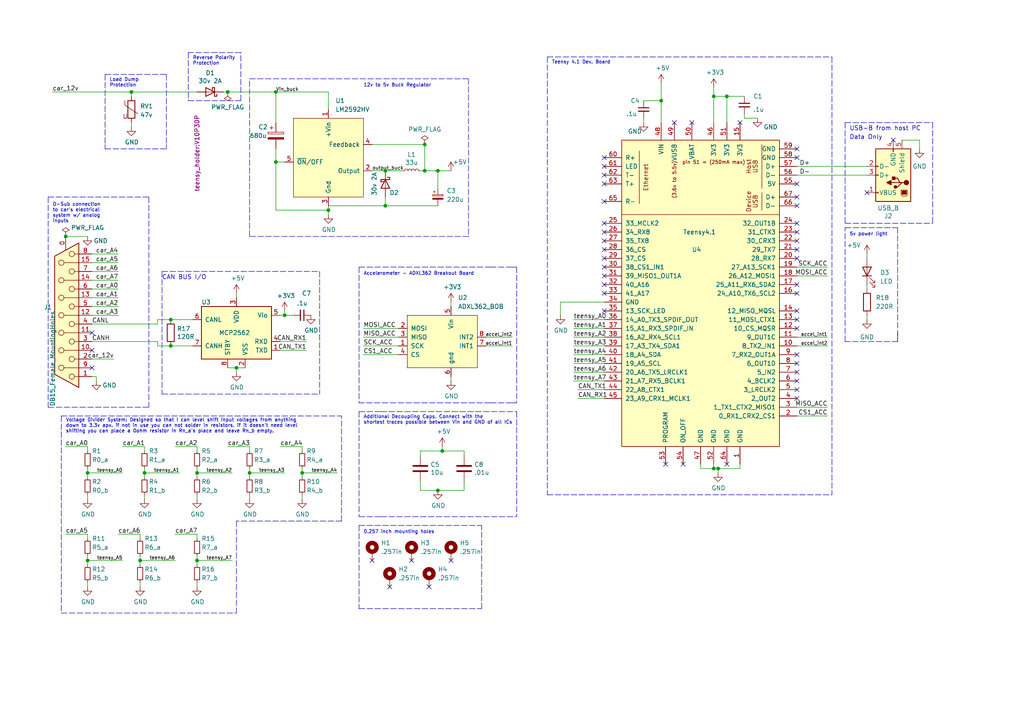
<source format=kicad_sch>
(kicad_sch (version 20211123) (generator eeschema)

  (uuid 8cbfbbf1-31cf-4397-b71c-7754ec39993f)

  (paper "A4")

  (title_block
    (title "teensy_data_logger")
    (date "2021-11-23")
    (rev "0")
    (company "WSU_Racing")
  )

  (lib_symbols
    (symbol "Connector:DB15_Female_MountingHoles" (pin_names (offset 1.016) hide) (in_bom yes) (on_board yes)
      (property "Reference" "J" (id 0) (at 0 24.13 0)
        (effects (font (size 1.27 1.27)))
      )
      (property "Value" "DB15_Female_MountingHoles" (id 1) (at 0 22.225 0)
        (effects (font (size 1.27 1.27)))
      )
      (property "Footprint" "" (id 2) (at 0 0 0)
        (effects (font (size 1.27 1.27)) hide)
      )
      (property "Datasheet" " ~" (id 3) (at 0 0 0)
        (effects (font (size 1.27 1.27)) hide)
      )
      (property "ki_keywords" "female D-SUB connector" (id 4) (at 0 0 0)
        (effects (font (size 1.27 1.27)) hide)
      )
      (property "ki_description" "15-pin female D-SUB connector (low-density/2 columns), Mounting Hole" (id 5) (at 0 0 0)
        (effects (font (size 1.27 1.27)) hide)
      )
      (property "ki_fp_filters" "DSUB*Female*" (id 6) (at 0 0 0)
        (effects (font (size 1.27 1.27)) hide)
      )
      (symbol "DB15_Female_MountingHoles_0_1"
        (circle (center -1.778 -17.78) (radius 0.762)
          (stroke (width 0) (type default) (color 0 0 0 0))
          (fill (type none))
        )
        (circle (center -1.778 -12.7) (radius 0.762)
          (stroke (width 0) (type default) (color 0 0 0 0))
          (fill (type none))
        )
        (circle (center -1.778 -7.62) (radius 0.762)
          (stroke (width 0) (type default) (color 0 0 0 0))
          (fill (type none))
        )
        (circle (center -1.778 -2.54) (radius 0.762)
          (stroke (width 0) (type default) (color 0 0 0 0))
          (fill (type none))
        )
        (circle (center -1.778 2.54) (radius 0.762)
          (stroke (width 0) (type default) (color 0 0 0 0))
          (fill (type none))
        )
        (circle (center -1.778 7.62) (radius 0.762)
          (stroke (width 0) (type default) (color 0 0 0 0))
          (fill (type none))
        )
        (circle (center -1.778 12.7) (radius 0.762)
          (stroke (width 0) (type default) (color 0 0 0 0))
          (fill (type none))
        )
        (circle (center -1.778 17.78) (radius 0.762)
          (stroke (width 0) (type default) (color 0 0 0 0))
          (fill (type none))
        )
        (polyline
          (pts
            (xy -3.81 -17.78)
            (xy -2.54 -17.78)
          )
          (stroke (width 0) (type default) (color 0 0 0 0))
          (fill (type none))
        )
        (polyline
          (pts
            (xy -3.81 -15.24)
            (xy 0.508 -15.24)
          )
          (stroke (width 0) (type default) (color 0 0 0 0))
          (fill (type none))
        )
        (polyline
          (pts
            (xy -3.81 -12.7)
            (xy -2.54 -12.7)
          )
          (stroke (width 0) (type default) (color 0 0 0 0))
          (fill (type none))
        )
        (polyline
          (pts
            (xy -3.81 -10.16)
            (xy 0.508 -10.16)
          )
          (stroke (width 0) (type default) (color 0 0 0 0))
          (fill (type none))
        )
        (polyline
          (pts
            (xy -3.81 -7.62)
            (xy -2.54 -7.62)
          )
          (stroke (width 0) (type default) (color 0 0 0 0))
          (fill (type none))
        )
        (polyline
          (pts
            (xy -3.81 -5.08)
            (xy 0.508 -5.08)
          )
          (stroke (width 0) (type default) (color 0 0 0 0))
          (fill (type none))
        )
        (polyline
          (pts
            (xy -3.81 -2.54)
            (xy -2.54 -2.54)
          )
          (stroke (width 0) (type default) (color 0 0 0 0))
          (fill (type none))
        )
        (polyline
          (pts
            (xy -3.81 0)
            (xy 0.508 0)
          )
          (stroke (width 0) (type default) (color 0 0 0 0))
          (fill (type none))
        )
        (polyline
          (pts
            (xy -3.81 2.54)
            (xy -2.54 2.54)
          )
          (stroke (width 0) (type default) (color 0 0 0 0))
          (fill (type none))
        )
        (polyline
          (pts
            (xy -3.81 5.08)
            (xy 0.508 5.08)
          )
          (stroke (width 0) (type default) (color 0 0 0 0))
          (fill (type none))
        )
        (polyline
          (pts
            (xy -3.81 7.62)
            (xy -2.54 7.62)
          )
          (stroke (width 0) (type default) (color 0 0 0 0))
          (fill (type none))
        )
        (polyline
          (pts
            (xy -3.81 10.16)
            (xy 0.508 10.16)
          )
          (stroke (width 0) (type default) (color 0 0 0 0))
          (fill (type none))
        )
        (polyline
          (pts
            (xy -3.81 12.7)
            (xy -2.54 12.7)
          )
          (stroke (width 0) (type default) (color 0 0 0 0))
          (fill (type none))
        )
        (polyline
          (pts
            (xy -3.81 15.24)
            (xy 0.508 15.24)
          )
          (stroke (width 0) (type default) (color 0 0 0 0))
          (fill (type none))
        )
        (polyline
          (pts
            (xy -3.81 17.78)
            (xy -2.54 17.78)
          )
          (stroke (width 0) (type default) (color 0 0 0 0))
          (fill (type none))
        )
        (polyline
          (pts
            (xy -3.81 20.955)
            (xy 3.175 17.145)
            (xy 3.175 -17.145)
            (xy -3.81 -20.955)
            (xy -3.81 20.955)
          )
          (stroke (width 0.254) (type default) (color 0 0 0 0))
          (fill (type background))
        )
        (circle (center 1.27 -15.24) (radius 0.762)
          (stroke (width 0) (type default) (color 0 0 0 0))
          (fill (type none))
        )
        (circle (center 1.27 -10.16) (radius 0.762)
          (stroke (width 0) (type default) (color 0 0 0 0))
          (fill (type none))
        )
        (circle (center 1.27 -5.08) (radius 0.762)
          (stroke (width 0) (type default) (color 0 0 0 0))
          (fill (type none))
        )
        (circle (center 1.27 0) (radius 0.762)
          (stroke (width 0) (type default) (color 0 0 0 0))
          (fill (type none))
        )
        (circle (center 1.27 5.08) (radius 0.762)
          (stroke (width 0) (type default) (color 0 0 0 0))
          (fill (type none))
        )
        (circle (center 1.27 10.16) (radius 0.762)
          (stroke (width 0) (type default) (color 0 0 0 0))
          (fill (type none))
        )
        (circle (center 1.27 15.24) (radius 0.762)
          (stroke (width 0) (type default) (color 0 0 0 0))
          (fill (type none))
        )
      )
      (symbol "DB15_Female_MountingHoles_1_1"
        (pin passive line (at 0 -22.86 90) (length 3.81)
          (name "PAD" (effects (font (size 1.27 1.27))))
          (number "0" (effects (font (size 1.27 1.27))))
        )
        (pin passive line (at -7.62 17.78 0) (length 3.81)
          (name "1" (effects (font (size 1.27 1.27))))
          (number "1" (effects (font (size 1.27 1.27))))
        )
        (pin passive line (at -7.62 10.16 0) (length 3.81)
          (name "P10" (effects (font (size 1.27 1.27))))
          (number "10" (effects (font (size 1.27 1.27))))
        )
        (pin passive line (at -7.62 5.08 0) (length 3.81)
          (name "P111" (effects (font (size 1.27 1.27))))
          (number "11" (effects (font (size 1.27 1.27))))
        )
        (pin passive line (at -7.62 0 0) (length 3.81)
          (name "P12" (effects (font (size 1.27 1.27))))
          (number "12" (effects (font (size 1.27 1.27))))
        )
        (pin passive line (at -7.62 -5.08 0) (length 3.81)
          (name "P13" (effects (font (size 1.27 1.27))))
          (number "13" (effects (font (size 1.27 1.27))))
        )
        (pin passive line (at -7.62 -10.16 0) (length 3.81)
          (name "P14" (effects (font (size 1.27 1.27))))
          (number "14" (effects (font (size 1.27 1.27))))
        )
        (pin passive line (at -7.62 -15.24 0) (length 3.81)
          (name "P15" (effects (font (size 1.27 1.27))))
          (number "15" (effects (font (size 1.27 1.27))))
        )
        (pin passive line (at -7.62 12.7 0) (length 3.81)
          (name "2" (effects (font (size 1.27 1.27))))
          (number "2" (effects (font (size 1.27 1.27))))
        )
        (pin passive line (at -7.62 7.62 0) (length 3.81)
          (name "3" (effects (font (size 1.27 1.27))))
          (number "3" (effects (font (size 1.27 1.27))))
        )
        (pin passive line (at -7.62 2.54 0) (length 3.81)
          (name "4" (effects (font (size 1.27 1.27))))
          (number "4" (effects (font (size 1.27 1.27))))
        )
        (pin passive line (at -7.62 -2.54 0) (length 3.81)
          (name "5" (effects (font (size 1.27 1.27))))
          (number "5" (effects (font (size 1.27 1.27))))
        )
        (pin passive line (at -7.62 -7.62 0) (length 3.81)
          (name "6" (effects (font (size 1.27 1.27))))
          (number "6" (effects (font (size 1.27 1.27))))
        )
        (pin passive line (at -7.62 -12.7 0) (length 3.81)
          (name "7" (effects (font (size 1.27 1.27))))
          (number "7" (effects (font (size 1.27 1.27))))
        )
        (pin passive line (at -7.62 -17.78 0) (length 3.81)
          (name "8" (effects (font (size 1.27 1.27))))
          (number "8" (effects (font (size 1.27 1.27))))
        )
        (pin passive line (at -7.62 15.24 0) (length 3.81)
          (name "P9" (effects (font (size 1.27 1.27))))
          (number "9" (effects (font (size 1.27 1.27))))
        )
      )
    )
    (symbol "Connector:USB_B" (pin_names (offset 1.016)) (in_bom yes) (on_board yes)
      (property "Reference" "J" (id 0) (at -5.08 11.43 0)
        (effects (font (size 1.27 1.27)) (justify left))
      )
      (property "Value" "USB_B" (id 1) (at -5.08 8.89 0)
        (effects (font (size 1.27 1.27)) (justify left))
      )
      (property "Footprint" "" (id 2) (at 3.81 -1.27 0)
        (effects (font (size 1.27 1.27)) hide)
      )
      (property "Datasheet" " ~" (id 3) (at 3.81 -1.27 0)
        (effects (font (size 1.27 1.27)) hide)
      )
      (property "ki_keywords" "connector USB" (id 4) (at 0 0 0)
        (effects (font (size 1.27 1.27)) hide)
      )
      (property "ki_description" "USB Type B connector" (id 5) (at 0 0 0)
        (effects (font (size 1.27 1.27)) hide)
      )
      (property "ki_fp_filters" "USB*" (id 6) (at 0 0 0)
        (effects (font (size 1.27 1.27)) hide)
      )
      (symbol "USB_B_0_1"
        (rectangle (start -5.08 -7.62) (end 5.08 7.62)
          (stroke (width 0.254) (type default) (color 0 0 0 0))
          (fill (type background))
        )
        (circle (center -3.81 2.159) (radius 0.635)
          (stroke (width 0.254) (type default) (color 0 0 0 0))
          (fill (type outline))
        )
        (rectangle (start -3.81 5.588) (end -2.54 4.572)
          (stroke (width 0) (type default) (color 0 0 0 0))
          (fill (type outline))
        )
        (circle (center -0.635 3.429) (radius 0.381)
          (stroke (width 0.254) (type default) (color 0 0 0 0))
          (fill (type outline))
        )
        (rectangle (start -0.127 -7.62) (end 0.127 -6.858)
          (stroke (width 0) (type default) (color 0 0 0 0))
          (fill (type none))
        )
        (polyline
          (pts
            (xy -1.905 2.159)
            (xy 0.635 2.159)
          )
          (stroke (width 0.254) (type default) (color 0 0 0 0))
          (fill (type none))
        )
        (polyline
          (pts
            (xy -3.175 2.159)
            (xy -2.54 2.159)
            (xy -1.27 3.429)
            (xy -0.635 3.429)
          )
          (stroke (width 0.254) (type default) (color 0 0 0 0))
          (fill (type none))
        )
        (polyline
          (pts
            (xy -2.54 2.159)
            (xy -1.905 2.159)
            (xy -1.27 0.889)
            (xy 0 0.889)
          )
          (stroke (width 0.254) (type default) (color 0 0 0 0))
          (fill (type none))
        )
        (polyline
          (pts
            (xy 0.635 2.794)
            (xy 0.635 1.524)
            (xy 1.905 2.159)
            (xy 0.635 2.794)
          )
          (stroke (width 0.254) (type default) (color 0 0 0 0))
          (fill (type outline))
        )
        (polyline
          (pts
            (xy -4.064 4.318)
            (xy -2.286 4.318)
            (xy -2.286 5.715)
            (xy -2.667 6.096)
            (xy -3.683 6.096)
            (xy -4.064 5.715)
            (xy -4.064 4.318)
          )
          (stroke (width 0) (type default) (color 0 0 0 0))
          (fill (type none))
        )
        (rectangle (start 0.254 1.27) (end -0.508 0.508)
          (stroke (width 0.254) (type default) (color 0 0 0 0))
          (fill (type outline))
        )
        (rectangle (start 5.08 -2.667) (end 4.318 -2.413)
          (stroke (width 0) (type default) (color 0 0 0 0))
          (fill (type none))
        )
        (rectangle (start 5.08 -0.127) (end 4.318 0.127)
          (stroke (width 0) (type default) (color 0 0 0 0))
          (fill (type none))
        )
        (rectangle (start 5.08 4.953) (end 4.318 5.207)
          (stroke (width 0) (type default) (color 0 0 0 0))
          (fill (type none))
        )
      )
      (symbol "USB_B_1_1"
        (pin power_out line (at 7.62 5.08 180) (length 2.54)
          (name "VBUS" (effects (font (size 1.27 1.27))))
          (number "1" (effects (font (size 1.27 1.27))))
        )
        (pin bidirectional line (at 7.62 -2.54 180) (length 2.54)
          (name "D-" (effects (font (size 1.27 1.27))))
          (number "2" (effects (font (size 1.27 1.27))))
        )
        (pin bidirectional line (at 7.62 0 180) (length 2.54)
          (name "D+" (effects (font (size 1.27 1.27))))
          (number "3" (effects (font (size 1.27 1.27))))
        )
        (pin power_out line (at 0 -10.16 90) (length 2.54)
          (name "GND" (effects (font (size 1.27 1.27))))
          (number "4" (effects (font (size 1.27 1.27))))
        )
        (pin passive line (at -2.54 -10.16 90) (length 2.54)
          (name "Shield" (effects (font (size 1.27 1.27))))
          (number "5" (effects (font (size 1.27 1.27))))
        )
      )
    )
    (symbol "Device:C" (pin_numbers hide) (pin_names (offset 0.254)) (in_bom yes) (on_board yes)
      (property "Reference" "C" (id 0) (at 0.635 2.54 0)
        (effects (font (size 1.27 1.27)) (justify left))
      )
      (property "Value" "C" (id 1) (at 0.635 -2.54 0)
        (effects (font (size 1.27 1.27)) (justify left))
      )
      (property "Footprint" "" (id 2) (at 0.9652 -3.81 0)
        (effects (font (size 1.27 1.27)) hide)
      )
      (property "Datasheet" "~" (id 3) (at 0 0 0)
        (effects (font (size 1.27 1.27)) hide)
      )
      (property "ki_keywords" "cap capacitor" (id 4) (at 0 0 0)
        (effects (font (size 1.27 1.27)) hide)
      )
      (property "ki_description" "Unpolarized capacitor" (id 5) (at 0 0 0)
        (effects (font (size 1.27 1.27)) hide)
      )
      (property "ki_fp_filters" "C_*" (id 6) (at 0 0 0)
        (effects (font (size 1.27 1.27)) hide)
      )
      (symbol "C_0_1"
        (polyline
          (pts
            (xy -2.032 -0.762)
            (xy 2.032 -0.762)
          )
          (stroke (width 0.508) (type default) (color 0 0 0 0))
          (fill (type none))
        )
        (polyline
          (pts
            (xy -2.032 0.762)
            (xy 2.032 0.762)
          )
          (stroke (width 0.508) (type default) (color 0 0 0 0))
          (fill (type none))
        )
      )
      (symbol "C_1_1"
        (pin passive line (at 0 3.81 270) (length 2.794)
          (name "~" (effects (font (size 1.27 1.27))))
          (number "1" (effects (font (size 1.27 1.27))))
        )
        (pin passive line (at 0 -3.81 90) (length 2.794)
          (name "~" (effects (font (size 1.27 1.27))))
          (number "2" (effects (font (size 1.27 1.27))))
        )
      )
    )
    (symbol "Device:C_Polarized" (pin_numbers hide) (pin_names (offset 0.254)) (in_bom yes) (on_board yes)
      (property "Reference" "C" (id 0) (at 0.635 2.54 0)
        (effects (font (size 1.27 1.27)) (justify left))
      )
      (property "Value" "C_Polarized" (id 1) (at 0.635 -2.54 0)
        (effects (font (size 1.27 1.27)) (justify left))
      )
      (property "Footprint" "" (id 2) (at 0.9652 -3.81 0)
        (effects (font (size 1.27 1.27)) hide)
      )
      (property "Datasheet" "~" (id 3) (at 0 0 0)
        (effects (font (size 1.27 1.27)) hide)
      )
      (property "ki_keywords" "cap capacitor" (id 4) (at 0 0 0)
        (effects (font (size 1.27 1.27)) hide)
      )
      (property "ki_description" "Polarized capacitor" (id 5) (at 0 0 0)
        (effects (font (size 1.27 1.27)) hide)
      )
      (property "ki_fp_filters" "CP_*" (id 6) (at 0 0 0)
        (effects (font (size 1.27 1.27)) hide)
      )
      (symbol "C_Polarized_0_1"
        (rectangle (start -2.286 0.508) (end 2.286 1.016)
          (stroke (width 0) (type default) (color 0 0 0 0))
          (fill (type none))
        )
        (polyline
          (pts
            (xy -1.778 2.286)
            (xy -0.762 2.286)
          )
          (stroke (width 0) (type default) (color 0 0 0 0))
          (fill (type none))
        )
        (polyline
          (pts
            (xy -1.27 2.794)
            (xy -1.27 1.778)
          )
          (stroke (width 0) (type default) (color 0 0 0 0))
          (fill (type none))
        )
        (rectangle (start 2.286 -0.508) (end -2.286 -1.016)
          (stroke (width 0) (type default) (color 0 0 0 0))
          (fill (type outline))
        )
      )
      (symbol "C_Polarized_1_1"
        (pin passive line (at 0 3.81 270) (length 2.794)
          (name "~" (effects (font (size 1.27 1.27))))
          (number "1" (effects (font (size 1.27 1.27))))
        )
        (pin passive line (at 0 -3.81 90) (length 2.794)
          (name "~" (effects (font (size 1.27 1.27))))
          (number "2" (effects (font (size 1.27 1.27))))
        )
      )
    )
    (symbol "Device:C_Polarized_Small" (pin_numbers hide) (pin_names (offset 0.254) hide) (in_bom yes) (on_board yes)
      (property "Reference" "C" (id 0) (at 0.254 1.778 0)
        (effects (font (size 1.27 1.27)) (justify left))
      )
      (property "Value" "C_Polarized_Small" (id 1) (at 0.254 -2.032 0)
        (effects (font (size 1.27 1.27)) (justify left))
      )
      (property "Footprint" "" (id 2) (at 0 0 0)
        (effects (font (size 1.27 1.27)) hide)
      )
      (property "Datasheet" "~" (id 3) (at 0 0 0)
        (effects (font (size 1.27 1.27)) hide)
      )
      (property "ki_keywords" "cap capacitor" (id 4) (at 0 0 0)
        (effects (font (size 1.27 1.27)) hide)
      )
      (property "ki_description" "Polarized capacitor, small symbol" (id 5) (at 0 0 0)
        (effects (font (size 1.27 1.27)) hide)
      )
      (property "ki_fp_filters" "CP_*" (id 6) (at 0 0 0)
        (effects (font (size 1.27 1.27)) hide)
      )
      (symbol "C_Polarized_Small_0_1"
        (rectangle (start -1.524 -0.3048) (end 1.524 -0.6858)
          (stroke (width 0) (type default) (color 0 0 0 0))
          (fill (type outline))
        )
        (rectangle (start -1.524 0.6858) (end 1.524 0.3048)
          (stroke (width 0) (type default) (color 0 0 0 0))
          (fill (type none))
        )
        (polyline
          (pts
            (xy -1.27 1.524)
            (xy -0.762 1.524)
          )
          (stroke (width 0) (type default) (color 0 0 0 0))
          (fill (type none))
        )
        (polyline
          (pts
            (xy -1.016 1.27)
            (xy -1.016 1.778)
          )
          (stroke (width 0) (type default) (color 0 0 0 0))
          (fill (type none))
        )
      )
      (symbol "C_Polarized_Small_1_1"
        (pin passive line (at 0 2.54 270) (length 1.8542)
          (name "~" (effects (font (size 1.27 1.27))))
          (number "1" (effects (font (size 1.27 1.27))))
        )
        (pin passive line (at 0 -2.54 90) (length 1.8542)
          (name "~" (effects (font (size 1.27 1.27))))
          (number "2" (effects (font (size 1.27 1.27))))
        )
      )
    )
    (symbol "Device:C_Small" (pin_numbers hide) (pin_names (offset 0.254) hide) (in_bom yes) (on_board yes)
      (property "Reference" "C" (id 0) (at 0.254 1.778 0)
        (effects (font (size 1.27 1.27)) (justify left))
      )
      (property "Value" "C_Small" (id 1) (at 0.254 -2.032 0)
        (effects (font (size 1.27 1.27)) (justify left))
      )
      (property "Footprint" "" (id 2) (at 0 0 0)
        (effects (font (size 1.27 1.27)) hide)
      )
      (property "Datasheet" "~" (id 3) (at 0 0 0)
        (effects (font (size 1.27 1.27)) hide)
      )
      (property "ki_keywords" "capacitor cap" (id 4) (at 0 0 0)
        (effects (font (size 1.27 1.27)) hide)
      )
      (property "ki_description" "Unpolarized capacitor, small symbol" (id 5) (at 0 0 0)
        (effects (font (size 1.27 1.27)) hide)
      )
      (property "ki_fp_filters" "C_*" (id 6) (at 0 0 0)
        (effects (font (size 1.27 1.27)) hide)
      )
      (symbol "C_Small_0_1"
        (polyline
          (pts
            (xy -1.524 -0.508)
            (xy 1.524 -0.508)
          )
          (stroke (width 0.3302) (type default) (color 0 0 0 0))
          (fill (type none))
        )
        (polyline
          (pts
            (xy -1.524 0.508)
            (xy 1.524 0.508)
          )
          (stroke (width 0.3048) (type default) (color 0 0 0 0))
          (fill (type none))
        )
      )
      (symbol "C_Small_1_1"
        (pin passive line (at 0 2.54 270) (length 2.032)
          (name "~" (effects (font (size 1.27 1.27))))
          (number "1" (effects (font (size 1.27 1.27))))
        )
        (pin passive line (at 0 -2.54 90) (length 2.032)
          (name "~" (effects (font (size 1.27 1.27))))
          (number "2" (effects (font (size 1.27 1.27))))
        )
      )
    )
    (symbol "Device:D_Schottky" (pin_numbers hide) (pin_names (offset 1.016) hide) (in_bom yes) (on_board yes)
      (property "Reference" "D" (id 0) (at 0 2.54 0)
        (effects (font (size 1.27 1.27)))
      )
      (property "Value" "D_Schottky" (id 1) (at 0 -2.54 0)
        (effects (font (size 1.27 1.27)))
      )
      (property "Footprint" "" (id 2) (at 0 0 0)
        (effects (font (size 1.27 1.27)) hide)
      )
      (property "Datasheet" "~" (id 3) (at 0 0 0)
        (effects (font (size 1.27 1.27)) hide)
      )
      (property "ki_keywords" "diode Schottky" (id 4) (at 0 0 0)
        (effects (font (size 1.27 1.27)) hide)
      )
      (property "ki_description" "Schottky diode" (id 5) (at 0 0 0)
        (effects (font (size 1.27 1.27)) hide)
      )
      (property "ki_fp_filters" "TO-???* *_Diode_* *SingleDiode* D_*" (id 6) (at 0 0 0)
        (effects (font (size 1.27 1.27)) hide)
      )
      (symbol "D_Schottky_0_1"
        (polyline
          (pts
            (xy 1.27 0)
            (xy -1.27 0)
          )
          (stroke (width 0) (type default) (color 0 0 0 0))
          (fill (type none))
        )
        (polyline
          (pts
            (xy 1.27 1.27)
            (xy 1.27 -1.27)
            (xy -1.27 0)
            (xy 1.27 1.27)
          )
          (stroke (width 0.254) (type default) (color 0 0 0 0))
          (fill (type none))
        )
        (polyline
          (pts
            (xy -1.905 0.635)
            (xy -1.905 1.27)
            (xy -1.27 1.27)
            (xy -1.27 -1.27)
            (xy -0.635 -1.27)
            (xy -0.635 -0.635)
          )
          (stroke (width 0.254) (type default) (color 0 0 0 0))
          (fill (type none))
        )
      )
      (symbol "D_Schottky_1_1"
        (pin passive line (at -3.81 0 0) (length 2.54)
          (name "K" (effects (font (size 1.27 1.27))))
          (number "1" (effects (font (size 1.27 1.27))))
        )
        (pin passive line (at 3.81 0 180) (length 2.54)
          (name "A" (effects (font (size 1.27 1.27))))
          (number "2" (effects (font (size 1.27 1.27))))
        )
      )
    )
    (symbol "Device:LED" (pin_numbers hide) (pin_names (offset 1.016) hide) (in_bom yes) (on_board yes)
      (property "Reference" "D" (id 0) (at 0 2.54 0)
        (effects (font (size 1.27 1.27)))
      )
      (property "Value" "LED" (id 1) (at 0 -2.54 0)
        (effects (font (size 1.27 1.27)))
      )
      (property "Footprint" "" (id 2) (at 0 0 0)
        (effects (font (size 1.27 1.27)) hide)
      )
      (property "Datasheet" "~" (id 3) (at 0 0 0)
        (effects (font (size 1.27 1.27)) hide)
      )
      (property "ki_keywords" "LED diode" (id 4) (at 0 0 0)
        (effects (font (size 1.27 1.27)) hide)
      )
      (property "ki_description" "Light emitting diode" (id 5) (at 0 0 0)
        (effects (font (size 1.27 1.27)) hide)
      )
      (property "ki_fp_filters" "LED* LED_SMD:* LED_THT:*" (id 6) (at 0 0 0)
        (effects (font (size 1.27 1.27)) hide)
      )
      (symbol "LED_0_1"
        (polyline
          (pts
            (xy -1.27 -1.27)
            (xy -1.27 1.27)
          )
          (stroke (width 0.254) (type default) (color 0 0 0 0))
          (fill (type none))
        )
        (polyline
          (pts
            (xy -1.27 0)
            (xy 1.27 0)
          )
          (stroke (width 0) (type default) (color 0 0 0 0))
          (fill (type none))
        )
        (polyline
          (pts
            (xy 1.27 -1.27)
            (xy 1.27 1.27)
            (xy -1.27 0)
            (xy 1.27 -1.27)
          )
          (stroke (width 0.254) (type default) (color 0 0 0 0))
          (fill (type none))
        )
        (polyline
          (pts
            (xy -3.048 -0.762)
            (xy -4.572 -2.286)
            (xy -3.81 -2.286)
            (xy -4.572 -2.286)
            (xy -4.572 -1.524)
          )
          (stroke (width 0) (type default) (color 0 0 0 0))
          (fill (type none))
        )
        (polyline
          (pts
            (xy -1.778 -0.762)
            (xy -3.302 -2.286)
            (xy -2.54 -2.286)
            (xy -3.302 -2.286)
            (xy -3.302 -1.524)
          )
          (stroke (width 0) (type default) (color 0 0 0 0))
          (fill (type none))
        )
      )
      (symbol "LED_1_1"
        (pin passive line (at -3.81 0 0) (length 2.54)
          (name "K" (effects (font (size 1.27 1.27))))
          (number "1" (effects (font (size 1.27 1.27))))
        )
        (pin passive line (at 3.81 0 180) (length 2.54)
          (name "A" (effects (font (size 1.27 1.27))))
          (number "2" (effects (font (size 1.27 1.27))))
        )
      )
    )
    (symbol "Device:L_Small" (pin_numbers hide) (pin_names (offset 0.254) hide) (in_bom yes) (on_board yes)
      (property "Reference" "L" (id 0) (at 0.762 1.016 0)
        (effects (font (size 1.27 1.27)) (justify left))
      )
      (property "Value" "L_Small" (id 1) (at 0.762 -1.016 0)
        (effects (font (size 1.27 1.27)) (justify left))
      )
      (property "Footprint" "" (id 2) (at 0 0 0)
        (effects (font (size 1.27 1.27)) hide)
      )
      (property "Datasheet" "~" (id 3) (at 0 0 0)
        (effects (font (size 1.27 1.27)) hide)
      )
      (property "ki_keywords" "inductor choke coil reactor magnetic" (id 4) (at 0 0 0)
        (effects (font (size 1.27 1.27)) hide)
      )
      (property "ki_description" "Inductor, small symbol" (id 5) (at 0 0 0)
        (effects (font (size 1.27 1.27)) hide)
      )
      (property "ki_fp_filters" "Choke_* *Coil* Inductor_* L_*" (id 6) (at 0 0 0)
        (effects (font (size 1.27 1.27)) hide)
      )
      (symbol "L_Small_0_1"
        (arc (start 0 -2.032) (mid 0.508 -1.524) (end 0 -1.016)
          (stroke (width 0) (type default) (color 0 0 0 0))
          (fill (type none))
        )
        (arc (start 0 -1.016) (mid 0.508 -0.508) (end 0 0)
          (stroke (width 0) (type default) (color 0 0 0 0))
          (fill (type none))
        )
        (arc (start 0 0) (mid 0.508 0.508) (end 0 1.016)
          (stroke (width 0) (type default) (color 0 0 0 0))
          (fill (type none))
        )
        (arc (start 0 1.016) (mid 0.508 1.524) (end 0 2.032)
          (stroke (width 0) (type default) (color 0 0 0 0))
          (fill (type none))
        )
      )
      (symbol "L_Small_1_1"
        (pin passive line (at 0 2.54 270) (length 0.508)
          (name "~" (effects (font (size 1.27 1.27))))
          (number "1" (effects (font (size 1.27 1.27))))
        )
        (pin passive line (at 0 -2.54 90) (length 0.508)
          (name "~" (effects (font (size 1.27 1.27))))
          (number "2" (effects (font (size 1.27 1.27))))
        )
      )
    )
    (symbol "Device:R" (pin_numbers hide) (pin_names (offset 0)) (in_bom yes) (on_board yes)
      (property "Reference" "R" (id 0) (at 2.032 0 90)
        (effects (font (size 1.27 1.27)))
      )
      (property "Value" "R" (id 1) (at 0 0 90)
        (effects (font (size 1.27 1.27)))
      )
      (property "Footprint" "" (id 2) (at -1.778 0 90)
        (effects (font (size 1.27 1.27)) hide)
      )
      (property "Datasheet" "~" (id 3) (at 0 0 0)
        (effects (font (size 1.27 1.27)) hide)
      )
      (property "ki_keywords" "R res resistor" (id 4) (at 0 0 0)
        (effects (font (size 1.27 1.27)) hide)
      )
      (property "ki_description" "Resistor" (id 5) (at 0 0 0)
        (effects (font (size 1.27 1.27)) hide)
      )
      (property "ki_fp_filters" "R_*" (id 6) (at 0 0 0)
        (effects (font (size 1.27 1.27)) hide)
      )
      (symbol "R_0_1"
        (rectangle (start -1.016 -2.54) (end 1.016 2.54)
          (stroke (width 0.254) (type default) (color 0 0 0 0))
          (fill (type none))
        )
      )
      (symbol "R_1_1"
        (pin passive line (at 0 3.81 270) (length 1.27)
          (name "~" (effects (font (size 1.27 1.27))))
          (number "1" (effects (font (size 1.27 1.27))))
        )
        (pin passive line (at 0 -3.81 90) (length 1.27)
          (name "~" (effects (font (size 1.27 1.27))))
          (number "2" (effects (font (size 1.27 1.27))))
        )
      )
    )
    (symbol "Device:R_Small" (pin_numbers hide) (pin_names (offset 0.254) hide) (in_bom yes) (on_board yes)
      (property "Reference" "R" (id 0) (at 0.762 0.508 0)
        (effects (font (size 1.27 1.27)) (justify left))
      )
      (property "Value" "R_Small" (id 1) (at 0.762 -1.016 0)
        (effects (font (size 1.27 1.27)) (justify left))
      )
      (property "Footprint" "" (id 2) (at 0 0 0)
        (effects (font (size 1.27 1.27)) hide)
      )
      (property "Datasheet" "~" (id 3) (at 0 0 0)
        (effects (font (size 1.27 1.27)) hide)
      )
      (property "ki_keywords" "R resistor" (id 4) (at 0 0 0)
        (effects (font (size 1.27 1.27)) hide)
      )
      (property "ki_description" "Resistor, small symbol" (id 5) (at 0 0 0)
        (effects (font (size 1.27 1.27)) hide)
      )
      (property "ki_fp_filters" "R_*" (id 6) (at 0 0 0)
        (effects (font (size 1.27 1.27)) hide)
      )
      (symbol "R_Small_0_1"
        (rectangle (start -0.762 1.778) (end 0.762 -1.778)
          (stroke (width 0.2032) (type default) (color 0 0 0 0))
          (fill (type none))
        )
      )
      (symbol "R_Small_1_1"
        (pin passive line (at 0 2.54 270) (length 0.762)
          (name "~" (effects (font (size 1.27 1.27))))
          (number "1" (effects (font (size 1.27 1.27))))
        )
        (pin passive line (at 0 -2.54 90) (length 0.762)
          (name "~" (effects (font (size 1.27 1.27))))
          (number "2" (effects (font (size 1.27 1.27))))
        )
      )
    )
    (symbol "Device:Varistor" (pin_numbers hide) (pin_names (offset 0)) (in_bom yes) (on_board yes)
      (property "Reference" "RV" (id 0) (at 3.175 0 90)
        (effects (font (size 1.27 1.27)))
      )
      (property "Value" "Varistor" (id 1) (at -3.175 0 90)
        (effects (font (size 1.27 1.27)))
      )
      (property "Footprint" "" (id 2) (at -1.778 0 90)
        (effects (font (size 1.27 1.27)) hide)
      )
      (property "Datasheet" "~" (id 3) (at 0 0 0)
        (effects (font (size 1.27 1.27)) hide)
      )
      (property "ki_keywords" "VDR resistance" (id 4) (at 0 0 0)
        (effects (font (size 1.27 1.27)) hide)
      )
      (property "ki_description" "Voltage dependent resistor" (id 5) (at 0 0 0)
        (effects (font (size 1.27 1.27)) hide)
      )
      (property "ki_fp_filters" "RV_* Varistor*" (id 6) (at 0 0 0)
        (effects (font (size 1.27 1.27)) hide)
      )
      (symbol "Varistor_0_0"
        (text "U" (at -1.778 -2.032 0)
          (effects (font (size 1.27 1.27)))
        )
      )
      (symbol "Varistor_0_1"
        (rectangle (start -1.016 -2.54) (end 1.016 2.54)
          (stroke (width 0.254) (type default) (color 0 0 0 0))
          (fill (type none))
        )
        (polyline
          (pts
            (xy -1.905 2.54)
            (xy -1.905 1.27)
            (xy 1.905 -1.27)
          )
          (stroke (width 0) (type default) (color 0 0 0 0))
          (fill (type none))
        )
      )
      (symbol "Varistor_1_1"
        (pin passive line (at 0 3.81 270) (length 1.27)
          (name "~" (effects (font (size 1.27 1.27))))
          (number "1" (effects (font (size 1.27 1.27))))
        )
        (pin passive line (at 0 -3.81 90) (length 1.27)
          (name "~" (effects (font (size 1.27 1.27))))
          (number "2" (effects (font (size 1.27 1.27))))
        )
      )
    )
    (symbol "Mechanical:MountingHole_Pad" (pin_numbers hide) (pin_names (offset 1.016) hide) (in_bom yes) (on_board yes)
      (property "Reference" "H" (id 0) (at 0 6.35 0)
        (effects (font (size 1.27 1.27)))
      )
      (property "Value" "MountingHole_Pad" (id 1) (at 0 4.445 0)
        (effects (font (size 1.27 1.27)))
      )
      (property "Footprint" "" (id 2) (at 0 0 0)
        (effects (font (size 1.27 1.27)) hide)
      )
      (property "Datasheet" "~" (id 3) (at 0 0 0)
        (effects (font (size 1.27 1.27)) hide)
      )
      (property "ki_keywords" "mounting hole" (id 4) (at 0 0 0)
        (effects (font (size 1.27 1.27)) hide)
      )
      (property "ki_description" "Mounting Hole with connection" (id 5) (at 0 0 0)
        (effects (font (size 1.27 1.27)) hide)
      )
      (property "ki_fp_filters" "MountingHole*Pad*" (id 6) (at 0 0 0)
        (effects (font (size 1.27 1.27)) hide)
      )
      (symbol "MountingHole_Pad_0_1"
        (circle (center 0 1.27) (radius 1.27)
          (stroke (width 1.27) (type default) (color 0 0 0 0))
          (fill (type none))
        )
      )
      (symbol "MountingHole_Pad_1_1"
        (pin input line (at 0 -2.54 90) (length 2.54)
          (name "1" (effects (font (size 1.27 1.27))))
          (number "1" (effects (font (size 1.27 1.27))))
        )
      )
    )
    (symbol "power:+3V3" (power) (pin_names (offset 0)) (in_bom yes) (on_board yes)
      (property "Reference" "#PWR" (id 0) (at 0 -3.81 0)
        (effects (font (size 1.27 1.27)) hide)
      )
      (property "Value" "+3V3" (id 1) (at 0 3.556 0)
        (effects (font (size 1.27 1.27)))
      )
      (property "Footprint" "" (id 2) (at 0 0 0)
        (effects (font (size 1.27 1.27)) hide)
      )
      (property "Datasheet" "" (id 3) (at 0 0 0)
        (effects (font (size 1.27 1.27)) hide)
      )
      (property "ki_keywords" "power-flag" (id 4) (at 0 0 0)
        (effects (font (size 1.27 1.27)) hide)
      )
      (property "ki_description" "Power symbol creates a global label with name \"+3V3\"" (id 5) (at 0 0 0)
        (effects (font (size 1.27 1.27)) hide)
      )
      (symbol "+3V3_0_1"
        (polyline
          (pts
            (xy -0.762 1.27)
            (xy 0 2.54)
          )
          (stroke (width 0) (type default) (color 0 0 0 0))
          (fill (type none))
        )
        (polyline
          (pts
            (xy 0 0)
            (xy 0 2.54)
          )
          (stroke (width 0) (type default) (color 0 0 0 0))
          (fill (type none))
        )
        (polyline
          (pts
            (xy 0 2.54)
            (xy 0.762 1.27)
          )
          (stroke (width 0) (type default) (color 0 0 0 0))
          (fill (type none))
        )
      )
      (symbol "+3V3_1_1"
        (pin power_in line (at 0 0 90) (length 0) hide
          (name "+3V3" (effects (font (size 1.27 1.27))))
          (number "1" (effects (font (size 1.27 1.27))))
        )
      )
    )
    (symbol "power:+5V" (power) (pin_names (offset 0)) (in_bom yes) (on_board yes)
      (property "Reference" "#PWR" (id 0) (at 0 -3.81 0)
        (effects (font (size 1.27 1.27)) hide)
      )
      (property "Value" "+5V" (id 1) (at 0 3.556 0)
        (effects (font (size 1.27 1.27)))
      )
      (property "Footprint" "" (id 2) (at 0 0 0)
        (effects (font (size 1.27 1.27)) hide)
      )
      (property "Datasheet" "" (id 3) (at 0 0 0)
        (effects (font (size 1.27 1.27)) hide)
      )
      (property "ki_keywords" "power-flag" (id 4) (at 0 0 0)
        (effects (font (size 1.27 1.27)) hide)
      )
      (property "ki_description" "Power symbol creates a global label with name \"+5V\"" (id 5) (at 0 0 0)
        (effects (font (size 1.27 1.27)) hide)
      )
      (symbol "+5V_0_1"
        (polyline
          (pts
            (xy -0.762 1.27)
            (xy 0 2.54)
          )
          (stroke (width 0) (type default) (color 0 0 0 0))
          (fill (type none))
        )
        (polyline
          (pts
            (xy 0 0)
            (xy 0 2.54)
          )
          (stroke (width 0) (type default) (color 0 0 0 0))
          (fill (type none))
        )
        (polyline
          (pts
            (xy 0 2.54)
            (xy 0.762 1.27)
          )
          (stroke (width 0) (type default) (color 0 0 0 0))
          (fill (type none))
        )
      )
      (symbol "+5V_1_1"
        (pin power_in line (at 0 0 90) (length 0) hide
          (name "+5V" (effects (font (size 1.27 1.27))))
          (number "1" (effects (font (size 1.27 1.27))))
        )
      )
    )
    (symbol "power:GND" (power) (pin_names (offset 0)) (in_bom yes) (on_board yes)
      (property "Reference" "#PWR" (id 0) (at 0 -6.35 0)
        (effects (font (size 1.27 1.27)) hide)
      )
      (property "Value" "GND" (id 1) (at 0 -3.81 0)
        (effects (font (size 1.27 1.27)))
      )
      (property "Footprint" "" (id 2) (at 0 0 0)
        (effects (font (size 1.27 1.27)) hide)
      )
      (property "Datasheet" "" (id 3) (at 0 0 0)
        (effects (font (size 1.27 1.27)) hide)
      )
      (property "ki_keywords" "power-flag" (id 4) (at 0 0 0)
        (effects (font (size 1.27 1.27)) hide)
      )
      (property "ki_description" "Power symbol creates a global label with name \"GND\" , ground" (id 5) (at 0 0 0)
        (effects (font (size 1.27 1.27)) hide)
      )
      (symbol "GND_0_1"
        (polyline
          (pts
            (xy 0 0)
            (xy 0 -1.27)
            (xy 1.27 -1.27)
            (xy 0 -2.54)
            (xy -1.27 -1.27)
            (xy 0 -1.27)
          )
          (stroke (width 0) (type default) (color 0 0 0 0))
          (fill (type none))
        )
      )
      (symbol "GND_1_1"
        (pin power_in line (at 0 0 270) (length 0) hide
          (name "GND" (effects (font (size 1.27 1.27))))
          (number "1" (effects (font (size 1.27 1.27))))
        )
      )
    )
    (symbol "power:PWR_FLAG" (power) (pin_numbers hide) (pin_names (offset 0) hide) (in_bom yes) (on_board yes)
      (property "Reference" "#FLG" (id 0) (at 0 1.905 0)
        (effects (font (size 1.27 1.27)) hide)
      )
      (property "Value" "PWR_FLAG" (id 1) (at 0 3.81 0)
        (effects (font (size 1.27 1.27)))
      )
      (property "Footprint" "" (id 2) (at 0 0 0)
        (effects (font (size 1.27 1.27)) hide)
      )
      (property "Datasheet" "~" (id 3) (at 0 0 0)
        (effects (font (size 1.27 1.27)) hide)
      )
      (property "ki_keywords" "power-flag" (id 4) (at 0 0 0)
        (effects (font (size 1.27 1.27)) hide)
      )
      (property "ki_description" "Special symbol for telling ERC where power comes from" (id 5) (at 0 0 0)
        (effects (font (size 1.27 1.27)) hide)
      )
      (symbol "PWR_FLAG_0_0"
        (pin power_out line (at 0 0 90) (length 0)
          (name "pwr" (effects (font (size 1.27 1.27))))
          (number "1" (effects (font (size 1.27 1.27))))
        )
      )
      (symbol "PWR_FLAG_0_1"
        (polyline
          (pts
            (xy 0 0)
            (xy 0 1.27)
            (xy -1.016 1.905)
            (xy 0 2.54)
            (xy 1.016 1.905)
            (xy 0 1.27)
          )
          (stroke (width 0) (type default) (color 0 0 0 0))
          (fill (type none))
        )
      )
    )
    (symbol "teensy_holder_symbols:ADXL362_BOB" (pin_names (offset 1.016)) (in_bom yes) (on_board yes)
      (property "Reference" "U" (id 0) (at 1.27 0 90)
        (effects (font (size 1.27 1.27)))
      )
      (property "Value" "ADXL362_BOB" (id 1) (at -1.27 0 90)
        (effects (font (size 1.27 1.27)))
      )
      (property "Footprint" "" (id 2) (at -3.81 0 90)
        (effects (font (size 1.27 1.27)) hide)
      )
      (property "Datasheet" "" (id 3) (at -3.81 0 90)
        (effects (font (size 1.27 1.27)) hide)
      )
      (symbol "ADXL362_BOB_0_1"
        (rectangle (start 10.16 7.62) (end -10.16 -7.62)
          (stroke (width 0) (type default) (color 0 0 0 0))
          (fill (type background))
        )
      )
      (symbol "ADXL362_BOB_1_1"
        (pin input line (at -12.7 -1.27 0) (length 2.54)
          (name "SCK" (effects (font (size 1.27 1.27))))
          (number "1" (effects (font (size 1.27 1.27))))
        )
        (pin input line (at -12.7 3.81 0) (length 2.54)
          (name "MOSI" (effects (font (size 1.27 1.27))))
          (number "2" (effects (font (size 1.27 1.27))))
        )
        (pin output line (at -12.7 1.27 0) (length 2.54)
          (name "MISO" (effects (font (size 1.27 1.27))))
          (number "3" (effects (font (size 1.27 1.27))))
        )
        (pin input line (at -12.7 -3.81 0) (length 2.54)
          (name "CS" (effects (font (size 1.27 1.27))))
          (number "4" (effects (font (size 1.27 1.27))))
        )
        (pin power_in line (at 2.54 10.16 270) (length 2.54)
          (name "Vin" (effects (font (size 1.27 1.27))))
          (number "5" (effects (font (size 1.27 1.27))))
        )
        (pin power_in line (at 2.54 -10.16 90) (length 2.54)
          (name "gnd" (effects (font (size 1.27 1.27))))
          (number "6" (effects (font (size 1.27 1.27))))
        )
        (pin output line (at 12.7 -1.27 180) (length 2.54)
          (name "INT1" (effects (font (size 1.27 1.27))))
          (number "7" (effects (font (size 1.27 1.27))))
        )
        (pin output line (at 12.7 1.27 180) (length 2.54)
          (name "INT2" (effects (font (size 1.27 1.27))))
          (number "8" (effects (font (size 1.27 1.27))))
        )
      )
    )
    (symbol "teensy_holder_symbols:LM2592HV" (pin_names (offset 1.016)) (in_bom yes) (on_board yes)
      (property "Reference" "U1" (id 0) (at 2.0194 30.48 0)
        (effects (font (size 1.27 1.27)) (justify left))
      )
      (property "Value" "LM2592HV" (id 1) (at 2.0194 27.94 0)
        (effects (font (size 1.27 1.27)) (justify left))
      )
      (property "Footprint" "Package_TO_SOT_THT:TO-220-5_P3.4x3.7mm_StaggerOdd_Lead3.8mm_Vertical" (id 2) (at 0 3.81 0)
        (effects (font (size 1.27 1.27)) hide)
      )
      (property "Datasheet" "" (id 3) (at 0 3.81 0)
        (effects (font (size 1.27 1.27)) hide)
      )
      (symbol "LM2592HV_0_1"
        (rectangle (start 10.16 25.4) (end -10.16 2.54)
          (stroke (width 0) (type default) (color 0 0 0 0))
          (fill (type background))
        )
      )
      (symbol "LM2592HV_1_1"
        (pin power_in line (at 0 27.94 270) (length 2.54)
          (name "+Vin" (effects (font (size 1.27 1.27))))
          (number "1" (effects (font (size 1.27 1.27))))
        )
        (pin power_out line (at 12.7 10.16 180) (length 2.54)
          (name "Output" (effects (font (size 1.27 1.27))))
          (number "2" (effects (font (size 1.27 1.27))))
        )
        (pin power_in line (at 0 0 90) (length 2.54)
          (name "Gnd" (effects (font (size 1.27 1.27))))
          (number "3" (effects (font (size 1.27 1.27))))
        )
        (pin input line (at 12.7 17.78 180) (length 2.54)
          (name "Feedback" (effects (font (size 1.27 1.27))))
          (number "4" (effects (font (size 1.27 1.27))))
        )
        (pin input line (at -12.7 12.7 0) (length 2.54)
          (name "~{ON}/OFF" (effects (font (size 1.27 1.27))))
          (number "5" (effects (font (size 1.27 1.27))))
        )
      )
    )
    (symbol "teensy_holder_symbols:MCP2562-E-P_updated" (pin_names (offset 1.016)) (in_bom yes) (on_board yes)
      (property "Reference" "U3" (id 0) (at 0.5206 12.7 0)
        (effects (font (size 1.27 1.27)) (justify right))
      )
      (property "Value" "MCP2562-E-P_updated" (id 1) (at 0.5206 10.16 0)
        (effects (font (size 1.27 1.27)) (justify right))
      )
      (property "Footprint" "Package_DIP:DIP-8_W7.62mm" (id 2) (at 0 12.7 0)
        (effects (font (size 1.27 1.27) italic) hide)
      )
      (property "Datasheet" "http://ww1.microchip.com/downloads/en/DeviceDoc/25167A.pdf" (id 3) (at 0 0 0)
        (effects (font (size 1.27 1.27)) hide)
      )
      (property "ki_keywords" "High-Speed CAN Transceiver" (id 4) (at 0 0 0)
        (effects (font (size 1.27 1.27)) hide)
      )
      (property "ki_description" "High-Speed CAN Transceiver, 1Mbps, 5V supply, Vio pin, -40C to +125C, DIP-8" (id 5) (at 0 0 0)
        (effects (font (size 1.27 1.27)) hide)
      )
      (property "ki_fp_filters" "DIP*W7.62mm*" (id 6) (at 0 0 0)
        (effects (font (size 1.27 1.27)) hide)
      )
      (symbol "MCP2562-E-P_updated_0_1"
        (rectangle (start -10.16 7.62) (end 10.16 -7.62)
          (stroke (width 0.254) (type default) (color 0 0 0 0))
          (fill (type background))
        )
      )
      (symbol "MCP2562-E-P_updated_1_1"
        (pin input line (at -12.7 5.08 0) (length 2.54)
          (name "TXD" (effects (font (size 1.27 1.27))))
          (number "1" (effects (font (size 1.27 1.27))))
        )
        (pin power_in line (at -2.54 10.16 270) (length 2.54)
          (name "VSS" (effects (font (size 1.27 1.27))))
          (number "2" (effects (font (size 1.27 1.27))))
        )
        (pin power_in line (at 0 -10.16 90) (length 2.54)
          (name "VDD" (effects (font (size 1.27 1.27))))
          (number "3" (effects (font (size 1.27 1.27))))
        )
        (pin output line (at -12.7 2.54 0) (length 2.54)
          (name "RXD" (effects (font (size 1.27 1.27))))
          (number "4" (effects (font (size 1.27 1.27))))
        )
        (pin power_in line (at -12.7 -5.08 0) (length 2.54)
          (name "Vio" (effects (font (size 1.27 1.27))))
          (number "5" (effects (font (size 1.27 1.27))))
        )
        (pin bidirectional line (at 12.7 -3.81 180) (length 2.54)
          (name "CANL" (effects (font (size 1.27 1.27))))
          (number "6" (effects (font (size 1.27 1.27))))
        )
        (pin bidirectional line (at 12.7 3.81 180) (length 2.54)
          (name "CANH" (effects (font (size 1.27 1.27))))
          (number "7" (effects (font (size 1.27 1.27))))
        )
        (pin input line (at 2.54 10.16 270) (length 2.54)
          (name "STBY" (effects (font (size 1.27 1.27))))
          (number "8" (effects (font (size 1.27 1.27))))
        )
      )
    )
    (symbol "teensy_holder_symbols:Teensy4.1" (pin_names (offset 1.016)) (in_bom yes) (on_board yes)
      (property "Reference" "U4" (id 0) (at 0 10.16 0)
        (effects (font (size 1.27 1.27)))
      )
      (property "Value" "Teensy4.1" (id 1) (at 0 7.62 0)
        (effects (font (size 1.27 1.27)))
      )
      (property "Footprint" "teensy_holder:Teensy41" (id 2) (at 10.16 -10.16 0)
        (effects (font (size 1.27 1.27)) hide)
      )
      (property "Datasheet" "" (id 3) (at 10.16 -10.16 0)
        (effects (font (size 1.27 1.27)) hide)
      )
      (symbol "Teensy4.1_0_0"
        (polyline
          (pts
            (xy -22.86 -6.35)
            (xy 22.86 -6.35)
          )
          (stroke (width 0) (type default) (color 0 0 0 0))
          (fill (type none))
        )
        (polyline
          (pts
            (xy -17.78 -26.67)
            (xy -17.78 -13.97)
          )
          (stroke (width 0) (type default) (color 0 0 0 0))
          (fill (type none))
        )
        (polyline
          (pts
            (xy -17.78 -7.62)
            (xy -17.78 -12.7)
          )
          (stroke (width 0) (type default) (color 0 0 0 0))
          (fill (type none))
        )
        (polyline
          (pts
            (xy 17.78 -9.525)
            (xy 17.78 -24.765)
          )
          (stroke (width 0) (type default) (color 0 0 0 0))
          (fill (type none))
        )
        (text "(3.6v to 5.5v)" (at 7.62 -16.51 900)
          (effects (font (size 1.016 1.016)))
        )
        (text "Device" (at -13.97 -10.16 900)
          (effects (font (size 1.27 1.27)))
        )
        (text "Ethernet" (at 15.875 -17.145 900)
          (effects (font (size 1.27 1.27)))
        )
        (text "Host" (at -13.97 -20.32 900)
          (effects (font (size 1.27 1.27)))
        )
        (text "pin 51 = (250mA max)" (at -3.81 -21.59 0)
          (effects (font (size 1.016 1.016)))
        )
        (text "USB" (at -15.875 -20.32 900)
          (effects (font (size 1.27 1.27)))
        )
        (text "USB" (at -15.875 -10.16 900)
          (effects (font (size 1.27 1.27)))
        )
        (pin bidirectional line (at -27.94 31.75 0) (length 5.08)
          (name "8_TX2_IN1" (effects (font (size 1.27 1.27))))
          (number "10" (effects (font (size 1.27 1.27))))
        )
        (pin bidirectional line (at -27.94 29.21 0) (length 5.08)
          (name "9_OUT1C" (effects (font (size 1.27 1.27))))
          (number "11" (effects (font (size 1.27 1.27))))
        )
        (pin bidirectional line (at -27.94 26.67 0) (length 5.08)
          (name "10_CS_MQSR" (effects (font (size 1.27 1.27))))
          (number "12" (effects (font (size 1.27 1.27))))
        )
        (pin bidirectional line (at -27.94 24.13 0) (length 5.08)
          (name "11_MOSI_CTX1" (effects (font (size 1.27 1.27))))
          (number "13" (effects (font (size 1.27 1.27))))
        )
        (pin bidirectional line (at -27.94 21.59 0) (length 5.08)
          (name "12_MISO_MQSL" (effects (font (size 1.27 1.27))))
          (number "14" (effects (font (size 1.27 1.27))))
        )
        (pin passive line (at -11.43 -33.02 90) (length 5.08)
          (name "3V3" (effects (font (size 1.27 1.27))))
          (number "15" (effects (font (size 1.27 1.27))))
        )
        (pin bidirectional line (at -27.94 16.51 0) (length 5.08)
          (name "24_A10_TX6_SCL2" (effects (font (size 1.27 1.27))))
          (number "16" (effects (font (size 1.27 1.27))))
        )
        (pin bidirectional line (at -27.94 13.97 0) (length 5.08)
          (name "25_A11_RX6_SDA2" (effects (font (size 1.27 1.27))))
          (number "17" (effects (font (size 1.27 1.27))))
        )
        (pin bidirectional line (at -27.94 11.43 0) (length 5.08)
          (name "26_A12_MOSI1" (effects (font (size 1.27 1.27))))
          (number "18" (effects (font (size 1.27 1.27))))
        )
        (pin bidirectional line (at -27.94 8.89 0) (length 5.08)
          (name "27_A13_SCK1" (effects (font (size 1.27 1.27))))
          (number "19" (effects (font (size 1.27 1.27))))
        )
        (pin bidirectional line (at -27.94 6.35 0) (length 5.08)
          (name "28_RX7" (effects (font (size 1.27 1.27))))
          (number "20" (effects (font (size 1.27 1.27))))
        )
        (pin bidirectional line (at -27.94 3.81 0) (length 5.08)
          (name "29_TX7" (effects (font (size 1.27 1.27))))
          (number "21" (effects (font (size 1.27 1.27))))
        )
        (pin bidirectional line (at -27.94 1.27 0) (length 5.08)
          (name "30_CRX3" (effects (font (size 1.27 1.27))))
          (number "22" (effects (font (size 1.27 1.27))))
        )
        (pin bidirectional line (at -27.94 -1.27 0) (length 5.08)
          (name "31_CTX3" (effects (font (size 1.27 1.27))))
          (number "23" (effects (font (size 1.27 1.27))))
        )
        (pin bidirectional line (at -27.94 -3.81 0) (length 5.08)
          (name "32_OUT1B" (effects (font (size 1.27 1.27))))
          (number "24" (effects (font (size 1.27 1.27))))
        )
        (pin bidirectional line (at 27.94 -3.81 180) (length 5.08)
          (name "33_MCLK2" (effects (font (size 1.27 1.27))))
          (number "25" (effects (font (size 1.27 1.27))))
        )
        (pin bidirectional line (at 27.94 -1.27 180) (length 5.08)
          (name "34_RX8" (effects (font (size 1.27 1.27))))
          (number "26" (effects (font (size 1.27 1.27))))
        )
        (pin bidirectional line (at 27.94 1.27 180) (length 5.08)
          (name "35_TX8" (effects (font (size 1.27 1.27))))
          (number "27" (effects (font (size 1.27 1.27))))
        )
        (pin bidirectional line (at 27.94 3.81 180) (length 5.08)
          (name "36_CS" (effects (font (size 1.27 1.27))))
          (number "28" (effects (font (size 1.27 1.27))))
        )
        (pin bidirectional line (at 27.94 6.35 180) (length 5.08)
          (name "37_CS" (effects (font (size 1.27 1.27))))
          (number "29" (effects (font (size 1.27 1.27))))
        )
        (pin bidirectional line (at 27.94 8.89 180) (length 5.08)
          (name "38_CS1_IN1" (effects (font (size 1.27 1.27))))
          (number "30" (effects (font (size 1.27 1.27))))
        )
        (pin bidirectional line (at 27.94 11.43 180) (length 5.08)
          (name "39_MISO1_OUT1A" (effects (font (size 1.27 1.27))))
          (number "31" (effects (font (size 1.27 1.27))))
        )
        (pin bidirectional line (at 27.94 13.97 180) (length 5.08)
          (name "40_A16" (effects (font (size 1.27 1.27))))
          (number "32" (effects (font (size 1.27 1.27))))
        )
        (pin bidirectional line (at 27.94 16.51 180) (length 5.08)
          (name "41_A17" (effects (font (size 1.27 1.27))))
          (number "33" (effects (font (size 1.27 1.27))))
        )
        (pin bidirectional line (at 27.94 21.59 180) (length 5.08)
          (name "13_SCK_LED" (effects (font (size 1.27 1.27))))
          (number "35" (effects (font (size 1.27 1.27))))
        )
        (pin bidirectional line (at 27.94 24.13 180) (length 5.08)
          (name "14_A0_TX3_SPDIF_OUT" (effects (font (size 1.27 1.27))))
          (number "36" (effects (font (size 1.27 1.27))))
        )
        (pin bidirectional line (at 27.94 26.67 180) (length 5.08)
          (name "15_A1_RX3_SPDIF_IN" (effects (font (size 1.27 1.27))))
          (number "37" (effects (font (size 1.27 1.27))))
        )
        (pin bidirectional line (at 27.94 29.21 180) (length 5.08)
          (name "16_A2_RX4_SCL1" (effects (font (size 1.27 1.27))))
          (number "38" (effects (font (size 1.27 1.27))))
        )
        (pin bidirectional line (at 27.94 31.75 180) (length 5.08)
          (name "17_A3_TX4_SDA1" (effects (font (size 1.27 1.27))))
          (number "39" (effects (font (size 1.27 1.27))))
        )
        (pin bidirectional line (at 27.94 34.29 180) (length 5.08)
          (name "18_A4_SDA" (effects (font (size 1.27 1.27))))
          (number "40" (effects (font (size 1.27 1.27))))
        )
        (pin bidirectional line (at 27.94 36.83 180) (length 5.08)
          (name "19_A5_SCL" (effects (font (size 1.27 1.27))))
          (number "41" (effects (font (size 1.27 1.27))))
        )
        (pin bidirectional line (at 27.94 39.37 180) (length 5.08)
          (name "20_A6_TX5_LRCLK1" (effects (font (size 1.27 1.27))))
          (number "42" (effects (font (size 1.27 1.27))))
        )
        (pin bidirectional line (at 27.94 41.91 180) (length 5.08)
          (name "21_A7_RX5_BCLK1" (effects (font (size 1.27 1.27))))
          (number "43" (effects (font (size 1.27 1.27))))
        )
        (pin bidirectional line (at 27.94 44.45 180) (length 5.08)
          (name "22_A8_CTX1" (effects (font (size 1.27 1.27))))
          (number "44" (effects (font (size 1.27 1.27))))
        )
        (pin bidirectional line (at 27.94 46.99 180) (length 5.08)
          (name "23_A9_CRX1_MCLK1" (effects (font (size 1.27 1.27))))
          (number "45" (effects (font (size 1.27 1.27))))
        )
        (pin power_out line (at -3.81 -33.02 90) (length 5.08)
          (name "3V3" (effects (font (size 1.27 1.27))))
          (number "46" (effects (font (size 1.27 1.27))))
        )
        (pin power_in line (at 0 66.04 270) (length 5.08)
          (name "GND" (effects (font (size 1.27 1.27))))
          (number "47" (effects (font (size 1.27 1.27))))
        )
        (pin power_in line (at 11.43 -33.02 90) (length 5.08)
          (name "VIN" (effects (font (size 1.27 1.27))))
          (number "48" (effects (font (size 1.27 1.27))))
        )
        (pin power_out line (at 7.62 -33.02 90) (length 5.08)
          (name "VUSB" (effects (font (size 1.27 1.27))))
          (number "49" (effects (font (size 1.27 1.27))))
        )
        (pin bidirectional line (at -27.94 44.45 0) (length 5.08)
          (name "3_LRCLK2" (effects (font (size 1.27 1.27))))
          (number "5" (effects (font (size 1.27 1.27))))
        )
        (pin power_in line (at 2.54 -33.02 90) (length 5.08)
          (name "VBAT" (effects (font (size 1.27 1.27))))
          (number "50" (effects (font (size 1.27 1.27))))
        )
        (pin passive line (at -7.62 -33.02 90) (length 5.08)
          (name "3V3" (effects (font (size 1.27 1.27))))
          (number "51" (effects (font (size 1.27 1.27))))
        )
        (pin power_in line (at -3.81 66.04 270) (length 5.08)
          (name "GND" (effects (font (size 1.27 1.27))))
          (number "52" (effects (font (size 1.27 1.27))))
        )
        (pin input line (at 10.16 66.04 270) (length 5.08)
          (name "PROGRAM" (effects (font (size 1.27 1.27))))
          (number "53" (effects (font (size 1.27 1.27))))
        )
        (pin input line (at 5.08 66.04 270) (length 5.08)
          (name "ON_OFF" (effects (font (size 1.27 1.27))))
          (number "54" (effects (font (size 1.27 1.27))))
        )
        (pin power_out line (at -27.94 -15.24 0) (length 5.08)
          (name "5V" (effects (font (size 1.27 1.27))))
          (number "55" (effects (font (size 1.27 1.27))))
        )
        (pin bidirectional line (at -27.94 -17.78 0) (length 5.08)
          (name "D-" (effects (font (size 1.27 1.27))))
          (number "56" (effects (font (size 1.27 1.27))))
        )
        (pin bidirectional line (at -27.94 -20.32 0) (length 5.08)
          (name "D+" (effects (font (size 1.27 1.27))))
          (number "57" (effects (font (size 1.27 1.27))))
        )
        (pin power_in line (at -27.94 -22.86 0) (length 5.08)
          (name "GND" (effects (font (size 1.27 1.27))))
          (number "58" (effects (font (size 1.27 1.27))))
        )
        (pin power_in line (at -27.94 -25.4 0) (length 5.08)
          (name "GND" (effects (font (size 1.27 1.27))))
          (number "59" (effects (font (size 1.27 1.27))))
        )
        (pin bidirectional line (at -27.94 41.91 0) (length 5.08)
          (name "4_BCLK2" (effects (font (size 1.27 1.27))))
          (number "6" (effects (font (size 1.27 1.27))))
        )
        (pin bidirectional line (at 27.94 -22.86 180) (length 5.08)
          (name "R+" (effects (font (size 1.27 1.27))))
          (number "60" (effects (font (size 1.27 1.27))))
        )
        (pin bidirectional line (at 27.94 -20.32 180) (length 5.08)
          (name "LED" (effects (font (size 1.27 1.27))))
          (number "61" (effects (font (size 1.27 1.27))))
        )
        (pin bidirectional line (at 27.94 -17.78 180) (length 5.08)
          (name "T-" (effects (font (size 1.27 1.27))))
          (number "62" (effects (font (size 1.27 1.27))))
        )
        (pin bidirectional line (at 27.94 -15.24 180) (length 5.08)
          (name "T+" (effects (font (size 1.27 1.27))))
          (number "63" (effects (font (size 1.27 1.27))))
        )
        (pin power_in line (at -7.62 66.04 270) (length 5.08)
          (name "GND" (effects (font (size 1.27 1.27))))
          (number "64" (effects (font (size 1.27 1.27))))
        )
        (pin bidirectional line (at 27.94 -10.16 180) (length 5.08)
          (name "R-" (effects (font (size 1.27 1.27))))
          (number "65" (effects (font (size 1.27 1.27))))
        )
        (pin bidirectional line (at -27.94 -8.89 0) (length 5.08)
          (name "D-" (effects (font (size 1.27 1.27))))
          (number "66" (effects (font (size 1.27 1.27))))
        )
        (pin bidirectional line (at -27.94 -11.43 0) (length 5.08)
          (name "D+" (effects (font (size 1.27 1.27))))
          (number "67" (effects (font (size 1.27 1.27))))
        )
        (pin bidirectional line (at -27.94 39.37 0) (length 5.08)
          (name "5_IN2" (effects (font (size 1.27 1.27))))
          (number "7" (effects (font (size 1.27 1.27))))
        )
        (pin bidirectional line (at -27.94 36.83 0) (length 5.08)
          (name "6_OUT1D" (effects (font (size 1.27 1.27))))
          (number "8" (effects (font (size 1.27 1.27))))
        )
        (pin bidirectional line (at -27.94 34.29 0) (length 5.08)
          (name "7_RX2_OUT1A" (effects (font (size 1.27 1.27))))
          (number "9" (effects (font (size 1.27 1.27))))
        )
      )
      (symbol "Teensy4.1_0_1"
        (rectangle (start -22.86 60.96) (end 22.86 -27.94)
          (stroke (width 0.2032) (type default) (color 0 0 0 0))
          (fill (type background))
        )
        (rectangle (start -20.32 -1.27) (end -20.32 -1.27)
          (stroke (width 0) (type default) (color 0 0 0 0))
          (fill (type none))
        )
      )
      (symbol "Teensy4.1_1_1"
        (pin power_in line (at -11.43 66.04 270) (length 5.08)
          (name "GND" (effects (font (size 1.27 1.27))))
          (number "1" (effects (font (size 1.27 1.27))))
        )
        (pin bidirectional line (at -27.94 52.07 0) (length 5.08)
          (name "0_RX1_CRX2_CS1" (effects (font (size 1.27 1.27))))
          (number "2" (effects (font (size 1.27 1.27))))
        )
        (pin bidirectional line (at -27.94 49.53 0) (length 5.08)
          (name "1_TX1_CTX2_MISO1" (effects (font (size 1.27 1.27))))
          (number "3" (effects (font (size 1.27 1.27))))
        )
        (pin power_in line (at 27.94 19.05 180) (length 5.08)
          (name "GND" (effects (font (size 1.27 1.27))))
          (number "34" (effects (font (size 1.27 1.27))))
        )
        (pin bidirectional line (at -27.94 46.99 0) (length 5.08)
          (name "2_OUT2" (effects (font (size 1.27 1.27))))
          (number "4" (effects (font (size 1.27 1.27))))
        )
      )
    )
  )

  (junction (at 66.04 26.67) (diameter 0) (color 0 0 0 0)
    (uuid 069b1988-19e7-4214-9905-de9d8ad293c8)
  )
  (junction (at 123.19 49.53) (diameter 0) (color 0 0 0 0)
    (uuid 0f9e17f2-c585-41f0-a8d4-2615020db2ca)
  )
  (junction (at 123.19 41.91) (diameter 0) (color 0 0 0 0)
    (uuid 14b28c7d-f9dc-4597-8cb9-e9a087a9a719)
  )
  (junction (at 82.55 91.44) (diameter 0) (color 0 0 0 0)
    (uuid 14b2e3ca-7f1b-4dff-9aa1-437ac3c920d3)
  )
  (junction (at 127 49.53) (diameter 0) (color 0 0 0 0)
    (uuid 27be0ea4-f6a6-424b-903a-9eec2e2a3946)
  )
  (junction (at 57.15 137.16) (diameter 0) (color 0 0 0 0)
    (uuid 2cce1722-8686-4c6b-9092-52f947dd0b8f)
  )
  (junction (at 25.4 137.16) (diameter 0) (color 0 0 0 0)
    (uuid 38219729-1888-4db8-abb5-ba9d41a676aa)
  )
  (junction (at 127 142.24) (diameter 0) (color 0 0 0 0)
    (uuid 3e60f532-1ddf-4dcf-b976-b035e5364a60)
  )
  (junction (at 87.63 137.16) (diameter 0) (color 0 0 0 0)
    (uuid 49e33727-304f-4a7c-bccb-53209ef0eb54)
  )
  (junction (at 49.53 100.33) (diameter 0) (color 0 0 0 0)
    (uuid 4a28722f-9a67-4c3c-8a32-58ffa593066e)
  )
  (junction (at 191.77 29.21) (diameter 0) (color 0 0 0 0)
    (uuid 59fe2c40-c820-452a-8eb0-125be8c6e1f8)
  )
  (junction (at 207.01 135.89) (diameter 0) (color 0 0 0 0)
    (uuid 5beaec7e-c3d5-4264-99d1-936c687be315)
  )
  (junction (at 68.58 106.68) (diameter 0) (color 0 0 0 0)
    (uuid 5c8c5d92-fce1-4e49-85a2-f4e1250f8bb0)
  )
  (junction (at 111.76 49.53) (diameter 0) (color 0 0 0 0)
    (uuid 6444bb23-0ebe-48eb-9095-52a982393ace)
  )
  (junction (at 208.28 135.89) (diameter 0) (color 0 0 0 0)
    (uuid 75875cb3-79c3-4582-be63-024cbba35928)
  )
  (junction (at 57.15 162.56) (diameter 0) (color 0 0 0 0)
    (uuid 7eccf35d-2281-4682-8940-785cdea35c5c)
  )
  (junction (at 19.05 68.58) (diameter 0) (color 0 0 0 0)
    (uuid 8a9bff55-74e1-4a33-bd9a-9dd64002c71d)
  )
  (junction (at 72.39 137.16) (diameter 0) (color 0 0 0 0)
    (uuid a0386862-ccb6-418a-89f5-dc1c4a1ab5af)
  )
  (junction (at 207.01 27.94) (diameter 0) (color 0 0 0 0)
    (uuid b413c818-c16f-4e4d-b223-06692f48bf60)
  )
  (junction (at 25.4 162.56) (diameter 0) (color 0 0 0 0)
    (uuid bff972dd-76be-4541-b2ca-5bebd42b1f2b)
  )
  (junction (at 41.91 137.16) (diameter 0) (color 0 0 0 0)
    (uuid d5ad87d3-c9db-43d7-bda6-52af0f9875f7)
  )
  (junction (at 49.53 92.71) (diameter 0) (color 0 0 0 0)
    (uuid d798dda4-8b62-46a2-ac11-b97db57160ca)
  )
  (junction (at 80.01 26.67) (diameter 0) (color 0 0 0 0)
    (uuid de306fbc-7efe-4680-8361-124e7e9b5e86)
  )
  (junction (at 210.82 27.94) (diameter 0) (color 0 0 0 0)
    (uuid e453835b-8487-4981-8b0e-e8c64322975f)
  )
  (junction (at 111.76 59.69) (diameter 0) (color 0 0 0 0)
    (uuid e673a917-094b-4152-b026-bf9b889e8ade)
  )
  (junction (at 80.01 46.99) (diameter 0) (color 0 0 0 0)
    (uuid e954a504-0a29-4afa-b096-55a5f7b6ef9e)
  )
  (junction (at 95.25 60.96) (diameter 0) (color 0 0 0 0)
    (uuid ec54d593-d947-40d5-9ce4-01090f07d42f)
  )
  (junction (at 40.64 162.56) (diameter 0) (color 0 0 0 0)
    (uuid f013f5e2-db4a-4349-9265-d620e71f1c9d)
  )
  (junction (at 38.1 26.67) (diameter 0) (color 0 0 0 0)
    (uuid fc3867fc-9cd4-4de2-b01b-b0468a28a62a)
  )
  (junction (at 128.27 130.81) (diameter 0) (color 0 0 0 0)
    (uuid feb0929e-d283-4515-ba6d-4fb6ed542932)
  )

  (no_connect (at 231.14 85.09) (uuid 00097dc4-064f-42a9-8a01-9642dde9cef9))
  (no_connect (at 175.26 72.39) (uuid 0ac6818f-1c59-4c71-93e7-afda37d2619d))
  (no_connect (at 231.14 64.77) (uuid 109ae2fd-9c2f-4613-acf9-8f0987ebbe93))
  (no_connect (at 175.26 90.17) (uuid 119e386f-2970-4b5a-9bf8-34d606641c7d))
  (no_connect (at 175.26 80.01) (uuid 1f3540ae-5b32-4756-a094-a5628c38337b))
  (no_connect (at 231.14 115.57) (uuid 2fd5bea9-5004-4968-83fc-3ac212c5f01f))
  (no_connect (at 231.14 43.18) (uuid 31d41d9d-4db7-4415-bdf1-3091beb81007))
  (no_connect (at 210.82 134.62) (uuid 39c12d75-4cba-4231-9551-3b84b8ced100))
  (no_connect (at 231.14 74.93) (uuid 3b11cc75-0840-4216-8a85-83de50c4f7f5))
  (no_connect (at 259.08 40.64) (uuid 3cc11c9d-1fc4-41d7-8496-b14b379ead81))
  (no_connect (at 231.14 82.55) (uuid 4895824f-2ab2-4a7c-9d2b-c176b9fab1a0))
  (no_connect (at 175.26 48.26) (uuid 4c2fe49b-46a1-462e-ad24-998a590fc76e))
  (no_connect (at 200.66 35.56) (uuid 5d32eb95-0e5f-4a14-af68-b7c3b78cc087))
  (no_connect (at 175.26 45.72) (uuid 5f0f9c43-ed23-4223-82ae-baf9dba12269))
  (no_connect (at 198.12 134.62) (uuid 666dca55-a12c-405c-9cb8-6e3263091851))
  (no_connect (at 231.14 69.85) (uuid 6c2f941f-e877-4380-b8ef-fe060dde7eea))
  (no_connect (at 231.14 57.15) (uuid 6f4d1f5b-e0f5-4a65-9c91-c0adcff6efbb))
  (no_connect (at 231.14 102.87) (uuid 7ede1098-542b-4e44-9964-58f299ec9395))
  (no_connect (at 251.46 55.88) (uuid 7ef3523f-726d-4b4c-be79-ac54ab08d7ec))
  (no_connect (at 193.04 134.62) (uuid 821fb47e-f58c-422e-8adf-e5def4020103))
  (no_connect (at 214.63 35.56) (uuid 89b3418f-bdd1-47a9-8452-2cb8aa39dad7))
  (no_connect (at 175.26 82.55) (uuid 8d9ab5ad-365c-455e-9ab3-f697ea7d27f7))
  (no_connect (at 175.26 85.09) (uuid 8f7e02f1-c956-42da-b9f1-81b75586d3f5))
  (no_connect (at 175.26 69.85) (uuid 93174279-064f-4941-98e5-10bdcfb6809e))
  (no_connect (at 175.26 64.77) (uuid 983c6d62-15d1-480b-a2fc-acaf13df4ae6))
  (no_connect (at 175.26 53.34) (uuid 993dd75a-1d3f-490e-ba51-5e4aadc0fcf0))
  (no_connect (at 231.14 105.41) (uuid 9e3a3e6c-b233-4034-be98-8755b3012430))
  (no_connect (at 231.14 107.95) (uuid 9e3a3e6c-b233-4034-be98-8755b3012431))
  (no_connect (at 195.58 35.56) (uuid a69f2926-b1d8-4e03-b832-8fa11684c953))
  (no_connect (at 231.14 113.03) (uuid ad2f5925-c375-43cb-9438-c9932ed9bedb))
  (no_connect (at 107.95 162.56) (uuid b247bdc4-1da5-457e-8030-ade31309773c))
  (no_connect (at 113.03 170.18) (uuid b247bdc4-1da5-457e-8030-ade31309773d))
  (no_connect (at 119.38 162.56) (uuid b247bdc4-1da5-457e-8030-ade31309773e))
  (no_connect (at 130.81 162.56) (uuid b247bdc4-1da5-457e-8030-ade31309773f))
  (no_connect (at 124.46 170.18) (uuid b247bdc4-1da5-457e-8030-ade313097740))
  (no_connect (at 175.26 77.47) (uuid b900a165-39b0-41a3-9dac-9aef86670168))
  (no_connect (at 26.67 106.68) (uuid be3195c2-fc85-4fca-9b80-bd3083c608c9))
  (no_connect (at 26.67 96.52) (uuid be3195c2-fc85-4fca-9b80-bd3083c608cc))
  (no_connect (at 26.67 101.6) (uuid be3195c2-fc85-4fca-9b80-bd3083c608ce))
  (no_connect (at 231.14 59.69) (uuid cf417086-1185-4ddc-a84c-6a6f1249dadd))
  (no_connect (at 175.26 74.93) (uuid cff59a90-d0f3-4049-9401-463aa311d97a))
  (no_connect (at 231.14 110.49) (uuid d5b482eb-bee0-4b16-afca-c4f9240e49a5))
  (no_connect (at 175.26 58.42) (uuid dadf267e-ab6f-4654-b68f-fe217a00c451))
  (no_connect (at 231.14 92.71) (uuid ddfd6b21-4c57-4366-98e7-48745925c8e7))
  (no_connect (at 231.14 45.72) (uuid de59c335-2cc5-45bf-a7a0-f47433d6f80d))
  (no_connect (at 231.14 67.31) (uuid df440f8f-e76b-4c22-9352-88fd2466bd38))
  (no_connect (at 231.14 72.39) (uuid e0f06675-d0cb-4a29-9e08-344938f71664))
  (no_connect (at 175.26 67.31) (uuid e30f2d77-78e4-4a01-be5d-d9c4fd8c1806))
  (no_connect (at 231.14 53.34) (uuid e4c47344-a274-408b-aee5-2be4a6ab6524))
  (no_connect (at 231.14 95.25) (uuid f0c8c156-f122-4b3d-a69d-8a5f61e5f5ee))
  (no_connect (at 231.14 90.17) (uuid f3377bb6-4812-4a49-9f66-4e1307c85488))
  (no_connect (at 175.26 50.8) (uuid f7a595a5-90dd-442b-9e08-85895f8f0d60))

  (wire (pts (xy 191.77 24.13) (xy 191.77 29.21))
    (stroke (width 0) (type default) (color 0 0 0 0))
    (uuid 001d5023-e996-4772-90e3-b27e4ee71659)
  )
  (wire (pts (xy 95.25 60.96) (xy 95.25 62.23))
    (stroke (width 0) (type default) (color 0 0 0 0))
    (uuid 016969ab-09a8-471c-ace6-1bdaa379b509)
  )
  (wire (pts (xy 57.15 168.91) (xy 57.15 170.18))
    (stroke (width 0) (type default) (color 0 0 0 0))
    (uuid 03c0f275-3729-4ac4-baa4-67117118e22b)
  )
  (wire (pts (xy 81.28 129.54) (xy 87.63 129.54))
    (stroke (width 0) (type default) (color 0 0 0 0))
    (uuid 03f617bf-2780-4048-b137-815b3a9bf37e)
  )
  (wire (pts (xy 191.77 29.21) (xy 191.77 35.56))
    (stroke (width 0) (type default) (color 0 0 0 0))
    (uuid 05aef3cc-870b-49e2-b685-d6fe68bb7acc)
  )
  (wire (pts (xy 80.01 60.96) (xy 95.25 60.96))
    (stroke (width 0) (type default) (color 0 0 0 0))
    (uuid 05f453e1-e6ac-4725-ac6f-c737cb237871)
  )
  (polyline (pts (xy 54.61 15.24) (xy 54.61 29.21))
    (stroke (width 0) (type default) (color 0 0 0 0))
    (uuid 06564d9c-3036-4459-83dd-d8e335c89ad1)
  )

  (wire (pts (xy 72.39 137.16) (xy 72.39 138.43))
    (stroke (width 0) (type default) (color 0 0 0 0))
    (uuid 07108abb-a324-4856-90bc-204d768a35f0)
  )
  (wire (pts (xy 68.58 106.68) (xy 68.58 107.95))
    (stroke (width 0) (type default) (color 0 0 0 0))
    (uuid 07a89664-c361-489e-b912-76794b07219d)
  )
  (wire (pts (xy 186.69 34.29) (xy 186.69 35.56))
    (stroke (width 0) (type default) (color 0 0 0 0))
    (uuid 07e22a23-0a8b-46ae-b53b-8e05f74e6541)
  )
  (wire (pts (xy 25.4 137.16) (xy 25.4 138.43))
    (stroke (width 0) (type default) (color 0 0 0 0))
    (uuid 07f21ef2-362d-4c92-8359-8b65a251abbd)
  )
  (wire (pts (xy 208.28 135.89) (xy 214.63 135.89))
    (stroke (width 0) (type default) (color 0 0 0 0))
    (uuid 09172ea7-0c09-487f-8d1d-06624643c1af)
  )
  (polyline (pts (xy 245.11 66.04) (xy 260.35 66.04))
    (stroke (width 0) (type default) (color 0 0 0 0))
    (uuid 0b965559-4baa-44bc-bec7-113ca34f987e)
  )
  (polyline (pts (xy 13.97 57.15) (xy 13.97 118.11))
    (stroke (width 0) (type default) (color 0 0 0 0))
    (uuid 0c469fba-7fb1-46e6-bcb2-191c202d8c45)
  )

  (wire (pts (xy 87.63 143.51) (xy 87.63 144.78))
    (stroke (width 0) (type default) (color 0 0 0 0))
    (uuid 0efb5fd5-ed64-4292-9975-a790871736b3)
  )
  (polyline (pts (xy 104.14 149.86) (xy 110.49 149.86))
    (stroke (width 0) (type default) (color 0 0 0 0))
    (uuid 10471b72-4fce-4d30-bc81-ff53c2ec57db)
  )
  (polyline (pts (xy 13.97 118.11) (xy 43.18 118.11))
    (stroke (width 0) (type default) (color 0 0 0 0))
    (uuid 12401ef9-557f-44d6-8f33-806d141b548d)
  )

  (wire (pts (xy 41.91 135.89) (xy 41.91 137.16))
    (stroke (width 0) (type default) (color 0 0 0 0))
    (uuid 12a654f7-38a0-4b95-b8a7-d69d9069fe8f)
  )
  (wire (pts (xy 123.19 41.91) (xy 123.19 49.53))
    (stroke (width 0) (type default) (color 0 0 0 0))
    (uuid 14010f8a-1b11-4f2a-9cf0-dfc24c01e802)
  )
  (wire (pts (xy 57.15 137.16) (xy 57.15 138.43))
    (stroke (width 0) (type default) (color 0 0 0 0))
    (uuid 14074f1c-c0bc-4fb9-809d-cce87b48e0bd)
  )
  (wire (pts (xy 15.24 26.67) (xy 38.1 26.67))
    (stroke (width 0) (type default) (color 0 0 0 0))
    (uuid 1572aa2f-374d-4e0b-9627-9d23283b30fc)
  )
  (wire (pts (xy 115.57 100.33) (xy 105.41 100.33))
    (stroke (width 0) (type default) (color 0 0 0 0))
    (uuid 15d47137-9a13-40ea-962c-950801a0ca2f)
  )
  (wire (pts (xy 215.9 34.29) (xy 219.71 34.29))
    (stroke (width 0) (type default) (color 0 0 0 0))
    (uuid 15fe6c11-8f7d-4490-bf38-46087109a262)
  )
  (polyline (pts (xy 104.14 152.4) (xy 139.7 152.4))
    (stroke (width 0) (type default) (color 0 0 0 0))
    (uuid 17b12632-1c5e-4a3c-b6ae-72a8af547640)
  )

  (wire (pts (xy 38.1 36.83) (xy 38.1 35.56))
    (stroke (width 0) (type default) (color 0 0 0 0))
    (uuid 18638834-a88d-4c9c-a29a-23384c4de82b)
  )
  (polyline (pts (xy 148.59 116.84) (xy 149.86 116.84))
    (stroke (width 0) (type default) (color 0 0 0 0))
    (uuid 1878959e-e5a0-4826-844b-8f80ab886b5a)
  )

  (wire (pts (xy 81.28 101.6) (xy 88.9 101.6))
    (stroke (width 0) (type default) (color 0 0 0 0))
    (uuid 19507d94-0f5b-483f-b801-b32484ebc487)
  )
  (polyline (pts (xy 72.39 22.86) (xy 135.89 22.86))
    (stroke (width 0) (type default) (color 0 0 0 0))
    (uuid 19c444a3-4077-465c-af63-96ee70f996bf)
  )
  (polyline (pts (xy 245.11 35.56) (xy 245.11 64.77))
    (stroke (width 0) (type default) (color 0 0 0 0))
    (uuid 1b8e1adc-7f25-4d14-bb59-2234667c7f99)
  )

  (wire (pts (xy 215.9 33.02) (xy 215.9 34.29))
    (stroke (width 0) (type default) (color 0 0 0 0))
    (uuid 1be18c48-e29b-4984-af69-738973fbd928)
  )
  (wire (pts (xy 45.72 99.06) (xy 45.72 100.33))
    (stroke (width 0) (type default) (color 0 0 0 0))
    (uuid 1e8bd9a2-c40c-487c-a25b-61309389c54e)
  )
  (wire (pts (xy 45.72 93.98) (xy 45.72 92.71))
    (stroke (width 0) (type default) (color 0 0 0 0))
    (uuid 21301ad5-eebd-41d2-9c4d-7b376b90a031)
  )
  (wire (pts (xy 25.4 168.91) (xy 25.4 170.18))
    (stroke (width 0) (type default) (color 0 0 0 0))
    (uuid 21755008-b7b9-4118-be9b-eea02a310c76)
  )
  (wire (pts (xy 240.03 77.47) (xy 231.14 77.47))
    (stroke (width 0) (type default) (color 0 0 0 0))
    (uuid 21b30495-c49a-4e6c-ac80-1388e44929e6)
  )
  (polyline (pts (xy 245.11 99.06) (xy 245.11 66.04))
    (stroke (width 0) (type default) (color 0 0 0 0))
    (uuid 21c0b8ad-6c58-45e0-a55e-cd5ce90156a2)
  )
  (polyline (pts (xy 260.35 99.06) (xy 245.11 99.06))
    (stroke (width 0) (type default) (color 0 0 0 0))
    (uuid 2281070a-0363-4f8b-a27b-0658b8f25789)
  )

  (wire (pts (xy 210.82 27.94) (xy 210.82 35.56))
    (stroke (width 0) (type default) (color 0 0 0 0))
    (uuid 240d78ab-d958-4f05-8955-733b624dd479)
  )
  (wire (pts (xy 68.58 106.68) (xy 71.12 106.68))
    (stroke (width 0) (type default) (color 0 0 0 0))
    (uuid 24901e88-dfcf-4e1c-86e6-ee7d67157ee1)
  )
  (wire (pts (xy 50.8 129.54) (xy 57.15 129.54))
    (stroke (width 0) (type default) (color 0 0 0 0))
    (uuid 27fd2c4a-1876-4ef8-a5b5-e8386b7f94eb)
  )
  (polyline (pts (xy 260.35 66.04) (xy 260.35 99.06))
    (stroke (width 0) (type default) (color 0 0 0 0))
    (uuid 29247af5-c38d-4dcf-bcc2-dd619625375a)
  )

  (wire (pts (xy 207.01 135.89) (xy 203.2 135.89))
    (stroke (width 0) (type default) (color 0 0 0 0))
    (uuid 2b49e582-9d86-43b2-b302-a66e2ad0ae93)
  )
  (polyline (pts (xy 158.75 143.51) (xy 241.3 143.51))
    (stroke (width 0) (type default) (color 0 0 0 0))
    (uuid 2bc24428-8410-422e-857d-cb9be0126d75)
  )

  (wire (pts (xy 134.62 139.7) (xy 134.62 142.24))
    (stroke (width 0) (type default) (color 0 0 0 0))
    (uuid 2c750988-bf7e-4b35-a7f3-fc95e9ad12e4)
  )
  (wire (pts (xy 26.67 99.06) (xy 45.72 99.06))
    (stroke (width 0) (type default) (color 0 0 0 0))
    (uuid 2cf871d2-0361-4394-aea8-65ab8441ec55)
  )
  (polyline (pts (xy 30.48 21.59) (xy 30.48 41.91))
    (stroke (width 0) (type default) (color 0 0 0 0))
    (uuid 2f21e29d-624e-4cb4-9a3c-1a75369755aa)
  )
  (polyline (pts (xy 241.3 16.51) (xy 241.3 143.51))
    (stroke (width 0) (type default) (color 0 0 0 0))
    (uuid 30090332-5024-4df2-a86d-832d5a5aac2b)
  )

  (wire (pts (xy 68.58 85.09) (xy 68.58 86.36))
    (stroke (width 0) (type default) (color 0 0 0 0))
    (uuid 325a060a-bb55-4a28-b469-3ff109457870)
  )
  (wire (pts (xy 80.01 46.99) (xy 80.01 60.96))
    (stroke (width 0) (type default) (color 0 0 0 0))
    (uuid 32e6c7e6-693c-429e-81be-ebf3e2402b03)
  )
  (wire (pts (xy 162.56 87.63) (xy 175.26 87.63))
    (stroke (width 0) (type default) (color 0 0 0 0))
    (uuid 3388fada-5446-4a40-8cc4-eb45354f77b4)
  )
  (wire (pts (xy 207.01 27.94) (xy 207.01 35.56))
    (stroke (width 0) (type default) (color 0 0 0 0))
    (uuid 36ceb804-9712-4668-ac93-f0f81772b283)
  )
  (wire (pts (xy 251.46 73.66) (xy 251.46 74.93))
    (stroke (width 0) (type default) (color 0 0 0 0))
    (uuid 3b9b9b41-7b8e-4767-a0f4-b4622c8f5039)
  )
  (wire (pts (xy 25.4 162.56) (xy 25.4 163.83))
    (stroke (width 0) (type default) (color 0 0 0 0))
    (uuid 3bdc1582-33c4-4ef9-ad6c-c58828a6d257)
  )
  (wire (pts (xy 240.03 118.11) (xy 231.14 118.11))
    (stroke (width 0) (type default) (color 0 0 0 0))
    (uuid 3d1c4293-8f4e-447a-8785-0f9263d6eb26)
  )
  (wire (pts (xy 128.27 130.81) (xy 134.62 130.81))
    (stroke (width 0) (type default) (color 0 0 0 0))
    (uuid 3febc2fd-da92-4b4c-94c6-7e9024943f53)
  )
  (wire (pts (xy 231.14 48.26) (xy 251.46 48.26))
    (stroke (width 0) (type default) (color 0 0 0 0))
    (uuid 414361a1-f28e-46db-93c1-6175adf63e68)
  )
  (wire (pts (xy 214.63 134.62) (xy 214.63 135.89))
    (stroke (width 0) (type default) (color 0 0 0 0))
    (uuid 4199ee6a-3ec1-45fe-92ad-189faa7d7ac7)
  )
  (wire (pts (xy 72.39 143.51) (xy 72.39 144.78))
    (stroke (width 0) (type default) (color 0 0 0 0))
    (uuid 44f1412c-138b-47c4-baef-cf50471f39b3)
  )
  (polyline (pts (xy 142.24 116.84) (xy 148.59 116.84))
    (stroke (width 0) (type default) (color 0 0 0 0))
    (uuid 478bbe37-9f6c-4a35-95af-be3f33880a94)
  )
  (polyline (pts (xy 104.14 77.47) (xy 104.14 116.84))
    (stroke (width 0) (type default) (color 0 0 0 0))
    (uuid 497184c1-601c-494a-b265-3e6525ecd02a)
  )
  (polyline (pts (xy 92.71 78.74) (xy 92.71 114.3))
    (stroke (width 0) (type default) (color 0 0 0 0))
    (uuid 4a7017bb-a698-433b-a0be-587786fcc0bb)
  )

  (wire (pts (xy 231.14 97.79) (xy 240.03 97.79))
    (stroke (width 0) (type default) (color 0 0 0 0))
    (uuid 4ad76aab-28ca-4f32-bac5-4d5b8ab6a65c)
  )
  (polyline (pts (xy 30.48 41.91) (xy 30.48 43.18))
    (stroke (width 0) (type default) (color 0 0 0 0))
    (uuid 4bc16434-b67a-4e0d-b851-4a0f57060551)
  )
  (polyline (pts (xy 149.86 77.47) (xy 149.86 116.84))
    (stroke (width 0) (type default) (color 0 0 0 0))
    (uuid 52a3dd8c-6337-418b-aa14-9c648e748fb1)
  )

  (wire (pts (xy 40.64 162.56) (xy 40.64 163.83))
    (stroke (width 0) (type default) (color 0 0 0 0))
    (uuid 550bfda6-9312-4372-be40-958e14424afd)
  )
  (wire (pts (xy 80.01 46.99) (xy 82.55 46.99))
    (stroke (width 0) (type default) (color 0 0 0 0))
    (uuid 57413a70-c10a-4f10-b930-21bdad541e5f)
  )
  (wire (pts (xy 26.67 88.9) (xy 34.29 88.9))
    (stroke (width 0) (type default) (color 0 0 0 0))
    (uuid 5871856e-0b18-4246-960a-f906b6038906)
  )
  (wire (pts (xy 40.64 168.91) (xy 40.64 170.18))
    (stroke (width 0) (type default) (color 0 0 0 0))
    (uuid 5a862a26-cab4-4905-8bfb-d9ab2911bc33)
  )
  (wire (pts (xy 115.57 95.25) (xy 105.41 95.25))
    (stroke (width 0) (type default) (color 0 0 0 0))
    (uuid 5cb5d2c1-b124-42dc-82d3-a79f557ce415)
  )
  (wire (pts (xy 140.97 97.79) (xy 148.59 97.79))
    (stroke (width 0) (type default) (color 0 0 0 0))
    (uuid 5d04dd07-5429-4946-8ba2-d41724e6f7bf)
  )
  (wire (pts (xy 116.84 49.53) (xy 111.76 49.53))
    (stroke (width 0) (type default) (color 0 0 0 0))
    (uuid 5d3ff19e-15b3-4f14-8294-94992773fd2a)
  )
  (wire (pts (xy 85.09 91.44) (xy 82.55 91.44))
    (stroke (width 0) (type default) (color 0 0 0 0))
    (uuid 5d6084dc-8c7d-4039-9528-2c6a7d6b2ec1)
  )
  (wire (pts (xy 26.67 78.74) (xy 34.29 78.74))
    (stroke (width 0) (type default) (color 0 0 0 0))
    (uuid 5dc415cb-ba77-477e-9e1f-50b58018e0fb)
  )
  (wire (pts (xy 166.37 97.79) (xy 175.26 97.79))
    (stroke (width 0) (type default) (color 0 0 0 0))
    (uuid 5e006390-dc81-4c4a-9a68-cf2a0b88e782)
  )
  (wire (pts (xy 38.1 26.67) (xy 57.15 26.67))
    (stroke (width 0) (type default) (color 0 0 0 0))
    (uuid 5e7dbf6d-ca2e-440f-ab45-1940770c2330)
  )
  (wire (pts (xy 105.41 97.79) (xy 115.57 97.79))
    (stroke (width 0) (type default) (color 0 0 0 0))
    (uuid 5f5726fa-d010-43d8-9010-03009489e22a)
  )
  (polyline (pts (xy 148.59 77.47) (xy 149.86 77.47))
    (stroke (width 0) (type default) (color 0 0 0 0))
    (uuid 61b56c77-c22c-4c88-b331-75db4a05fcae)
  )

  (wire (pts (xy 166.37 92.71) (xy 175.26 92.71))
    (stroke (width 0) (type default) (color 0 0 0 0))
    (uuid 6656d8cb-f609-47e3-93dc-2b8475a6695c)
  )
  (polyline (pts (xy 99.06 151.13) (xy 99.06 120.65))
    (stroke (width 0) (type default) (color 0 0 0 0))
    (uuid 66fc6b30-d33c-405d-9170-5e4e3b401c64)
  )

  (wire (pts (xy 25.4 137.16) (xy 35.56 137.16))
    (stroke (width 0) (type default) (color 0 0 0 0))
    (uuid 674d5b1a-102c-44fd-b9d5-2b541c65855d)
  )
  (polyline (pts (xy 135.89 68.58) (xy 72.39 68.58))
    (stroke (width 0) (type default) (color 0 0 0 0))
    (uuid 69d339b3-83e8-4901-bba1-82df550da494)
  )

  (wire (pts (xy 207.01 134.62) (xy 207.01 135.89))
    (stroke (width 0) (type default) (color 0 0 0 0))
    (uuid 6a95041e-b9be-417e-a4ec-2f67754a4a48)
  )
  (polyline (pts (xy 158.75 16.51) (xy 241.3 16.51))
    (stroke (width 0) (type default) (color 0 0 0 0))
    (uuid 6c471c9b-f243-4107-8be1-1cc06a3c6ae5)
  )
  (polyline (pts (xy 99.06 151.13) (xy 68.58 151.13))
    (stroke (width 0) (type default) (color 0 0 0 0))
    (uuid 6f442ea2-a0ce-43d2-81b1-b5e92abe7ecf)
  )

  (wire (pts (xy 130.81 87.63) (xy 130.81 88.9))
    (stroke (width 0) (type default) (color 0 0 0 0))
    (uuid 6f977bb0-f930-4fa9-b928-cc37a87c120d)
  )
  (polyline (pts (xy 43.18 57.15) (xy 43.18 118.11))
    (stroke (width 0) (type default) (color 0 0 0 0))
    (uuid 6fa2ac42-a226-4113-955d-e81e7bf56de8)
  )

  (wire (pts (xy 26.67 73.66) (xy 34.29 73.66))
    (stroke (width 0) (type default) (color 0 0 0 0))
    (uuid 6ff7a88d-70f2-4448-9584-db56b8ba0278)
  )
  (wire (pts (xy 66.04 129.54) (xy 72.39 129.54))
    (stroke (width 0) (type default) (color 0 0 0 0))
    (uuid 70725c66-37fd-47b6-b825-2ed9fab8e31e)
  )
  (wire (pts (xy 208.28 135.89) (xy 207.01 135.89))
    (stroke (width 0) (type default) (color 0 0 0 0))
    (uuid 70fa9a47-71ba-4ae9-816b-17933c9eadb4)
  )
  (polyline (pts (xy 104.14 152.4) (xy 104.14 176.53))
    (stroke (width 0) (type default) (color 0 0 0 0))
    (uuid 7269050a-753e-4fb4-9ee5-a46ded98079e)
  )
  (polyline (pts (xy 30.48 21.59) (xy 48.26 21.59))
    (stroke (width 0) (type default) (color 0 0 0 0))
    (uuid 727fd125-13f1-45a2-bcf8-0ebd652c4c01)
  )

  (wire (pts (xy 26.67 109.22) (xy 27.94 109.22))
    (stroke (width 0) (type default) (color 0 0 0 0))
    (uuid 7299a8d1-9afb-4823-9237-b115786d4c06)
  )
  (wire (pts (xy 121.92 142.24) (xy 127 142.24))
    (stroke (width 0) (type default) (color 0 0 0 0))
    (uuid 74c284df-2147-42c4-9d0d-faf137f2927e)
  )
  (wire (pts (xy 72.39 137.16) (xy 82.55 137.16))
    (stroke (width 0) (type default) (color 0 0 0 0))
    (uuid 76755b84-dff7-4143-8882-1b2a6e2b7796)
  )
  (polyline (pts (xy 72.39 68.58) (xy 72.39 22.86))
    (stroke (width 0) (type default) (color 0 0 0 0))
    (uuid 77095996-6256-4977-9c23-9cf8ea68203a)
  )

  (wire (pts (xy 66.04 26.67) (xy 80.01 26.67))
    (stroke (width 0) (type default) (color 0 0 0 0))
    (uuid 78ddbef3-8398-4316-b4e7-4703caa8ca04)
  )
  (wire (pts (xy 207.01 27.94) (xy 210.82 27.94))
    (stroke (width 0) (type default) (color 0 0 0 0))
    (uuid 7aaebfef-8f08-4518-951e-1b926d06eb94)
  )
  (wire (pts (xy 26.67 91.44) (xy 34.29 91.44))
    (stroke (width 0) (type default) (color 0 0 0 0))
    (uuid 7beb4ad9-880b-4971-985b-c7e05a896118)
  )
  (wire (pts (xy 19.05 129.54) (xy 25.4 129.54))
    (stroke (width 0) (type default) (color 0 0 0 0))
    (uuid 7ced47a6-5e21-490c-aa04-8811209ea63e)
  )
  (wire (pts (xy 34.29 154.94) (xy 40.64 154.94))
    (stroke (width 0) (type default) (color 0 0 0 0))
    (uuid 7e1fbde0-d64c-4303-8a99-35bf2573cf2c)
  )
  (polyline (pts (xy 110.49 149.86) (xy 149.86 149.86))
    (stroke (width 0) (type default) (color 0 0 0 0))
    (uuid 7f82daf7-cb81-4bc1-8719-2154423ce81a)
  )

  (wire (pts (xy 81.28 91.44) (xy 82.55 91.44))
    (stroke (width 0) (type default) (color 0 0 0 0))
    (uuid 80585469-a56a-4f8f-8889-336c12998f2d)
  )
  (polyline (pts (xy 142.24 77.47) (xy 148.59 77.47))
    (stroke (width 0) (type default) (color 0 0 0 0))
    (uuid 80fb503b-659d-4460-854d-a9542e5fac53)
  )

  (wire (pts (xy 121.92 132.08) (xy 121.92 130.81))
    (stroke (width 0) (type default) (color 0 0 0 0))
    (uuid 81b97e70-46f3-4336-aebf-837d4cb8d978)
  )
  (wire (pts (xy 57.15 143.51) (xy 57.15 144.78))
    (stroke (width 0) (type default) (color 0 0 0 0))
    (uuid 841bb909-c209-4e91-b75e-953d665f9305)
  )
  (wire (pts (xy 166.37 105.41) (xy 175.26 105.41))
    (stroke (width 0) (type default) (color 0 0 0 0))
    (uuid 861a6027-a0e0-4d8e-b69e-9ef2bfc265b4)
  )
  (wire (pts (xy 261.62 40.64) (xy 266.7 40.64))
    (stroke (width 0) (type default) (color 0 0 0 0))
    (uuid 866486fb-6f51-414c-8511-b38c35e8691e)
  )
  (wire (pts (xy 57.15 161.29) (xy 57.15 162.56))
    (stroke (width 0) (type default) (color 0 0 0 0))
    (uuid 86efa4c6-89dc-4b2c-ab4f-f70a426d22e1)
  )
  (wire (pts (xy 45.72 92.71) (xy 49.53 92.71))
    (stroke (width 0) (type default) (color 0 0 0 0))
    (uuid 87139ac4-ba87-4996-81d2-7a65ceeeb915)
  )
  (polyline (pts (xy 13.97 57.15) (xy 43.18 57.15))
    (stroke (width 0) (type default) (color 0 0 0 0))
    (uuid 8ac56164-e0fe-4672-88e8-93f21ef1d89e)
  )
  (polyline (pts (xy 46.99 78.74) (xy 92.71 78.74))
    (stroke (width 0) (type default) (color 0 0 0 0))
    (uuid 8b8ae6b7-357a-4f14-97e9-08b0f11e333b)
  )
  (polyline (pts (xy 142.24 116.84) (xy 104.14 116.84))
    (stroke (width 0) (type default) (color 0 0 0 0))
    (uuid 8ba727f4-3c6e-405c-8376-0e3c6d34da0a)
  )

  (wire (pts (xy 49.53 100.33) (xy 55.88 100.33))
    (stroke (width 0) (type default) (color 0 0 0 0))
    (uuid 8c7acaed-0251-4c71-9f04-03bd96509aa0)
  )
  (polyline (pts (xy 110.49 119.38) (xy 149.86 119.38))
    (stroke (width 0) (type default) (color 0 0 0 0))
    (uuid 8c811faa-12f8-4fe2-847f-5fa5045010d5)
  )

  (wire (pts (xy 231.14 50.8) (xy 251.46 50.8))
    (stroke (width 0) (type default) (color 0 0 0 0))
    (uuid 8ea27319-6561-48d0-833e-434a565ff3b2)
  )
  (polyline (pts (xy 17.78 120.65) (xy 99.06 120.65))
    (stroke (width 0) (type default) (color 0 0 0 0))
    (uuid 8f9a72c7-905a-4381-80e3-5385498e2e49)
  )

  (wire (pts (xy 166.37 102.87) (xy 175.26 102.87))
    (stroke (width 0) (type default) (color 0 0 0 0))
    (uuid 933c390a-1de4-408f-8cbb-d76e3d3eb0b9)
  )
  (wire (pts (xy 72.39 135.89) (xy 72.39 137.16))
    (stroke (width 0) (type default) (color 0 0 0 0))
    (uuid 93445224-9933-4a1e-879d-b722ba14872f)
  )
  (wire (pts (xy 40.64 162.56) (xy 50.8 162.56))
    (stroke (width 0) (type default) (color 0 0 0 0))
    (uuid 9346e7f1-fce1-4fa9-a338-16eee9377c59)
  )
  (wire (pts (xy 87.63 137.16) (xy 87.63 138.43))
    (stroke (width 0) (type default) (color 0 0 0 0))
    (uuid 939b8a92-adbe-4e85-95a0-981bd3896407)
  )
  (wire (pts (xy 81.28 99.06) (xy 88.9 99.06))
    (stroke (width 0) (type default) (color 0 0 0 0))
    (uuid 94201a97-7e54-478d-84be-ab7c2187112c)
  )
  (wire (pts (xy 130.81 109.22) (xy 130.81 110.49))
    (stroke (width 0) (type default) (color 0 0 0 0))
    (uuid 9458241a-34ea-41d5-b1cc-fe647cea4343)
  )
  (wire (pts (xy 203.2 134.62) (xy 203.2 135.89))
    (stroke (width 0) (type default) (color 0 0 0 0))
    (uuid 9569bb0d-4351-4313-ae64-b91ebcb7bbd6)
  )
  (wire (pts (xy 123.19 49.53) (xy 121.92 49.53))
    (stroke (width 0) (type default) (color 0 0 0 0))
    (uuid 96c800f5-275f-45db-8ece-3c7bad919761)
  )
  (wire (pts (xy 111.76 59.69) (xy 127 59.69))
    (stroke (width 0) (type default) (color 0 0 0 0))
    (uuid 977bb409-0439-47f7-b141-7c897944c70a)
  )
  (wire (pts (xy 41.91 130.81) (xy 41.91 129.54))
    (stroke (width 0) (type default) (color 0 0 0 0))
    (uuid 9857ed36-c143-46d9-9663-e86148b49199)
  )
  (wire (pts (xy 127 54.61) (xy 127 49.53))
    (stroke (width 0) (type default) (color 0 0 0 0))
    (uuid 9a84f45c-5146-4d9a-9e97-ed463eb43b09)
  )
  (wire (pts (xy 25.4 156.21) (xy 25.4 154.94))
    (stroke (width 0) (type default) (color 0 0 0 0))
    (uuid 9ae12c34-2268-40b6-8128-f3d56458509b)
  )
  (wire (pts (xy 87.63 130.81) (xy 87.63 129.54))
    (stroke (width 0) (type default) (color 0 0 0 0))
    (uuid 9c6b8cef-0131-4ae9-8f59-84e20d5b2025)
  )
  (wire (pts (xy 87.63 135.89) (xy 87.63 137.16))
    (stroke (width 0) (type default) (color 0 0 0 0))
    (uuid 9d0518e1-f504-49cc-8622-db9b249a3ff7)
  )
  (polyline (pts (xy 17.78 120.65) (xy 17.78 177.8))
    (stroke (width 0) (type default) (color 0 0 0 0))
    (uuid 9f6cbe84-5c1c-44e2-8aff-8e767d8d56f5)
  )

  (wire (pts (xy 166.37 100.33) (xy 175.26 100.33))
    (stroke (width 0) (type default) (color 0 0 0 0))
    (uuid 9fa550e9-5388-41d5-a08e-b9ba0decaa73)
  )
  (wire (pts (xy 57.15 135.89) (xy 57.15 137.16))
    (stroke (width 0) (type default) (color 0 0 0 0))
    (uuid 9fc8db6b-9197-4af4-8038-3cf5d1675576)
  )
  (polyline (pts (xy 245.11 35.56) (xy 270.51 35.56))
    (stroke (width 0) (type default) (color 0 0 0 0))
    (uuid 9ffef121-5a7e-443e-b69b-7539e2966335)
  )
  (polyline (pts (xy 104.14 119.38) (xy 104.14 149.86))
    (stroke (width 0) (type default) (color 0 0 0 0))
    (uuid a23fda0c-76b9-4947-9d26-721683d9824c)
  )
  (polyline (pts (xy 245.11 64.77) (xy 270.51 64.77))
    (stroke (width 0) (type default) (color 0 0 0 0))
    (uuid a2a9f54f-77f9-40e0-a501-f519a44cfaa5)
  )

  (wire (pts (xy 26.67 93.98) (xy 45.72 93.98))
    (stroke (width 0) (type default) (color 0 0 0 0))
    (uuid a2bbacb6-b53a-4415-9889-5386639fb909)
  )
  (polyline (pts (xy 104.14 77.47) (xy 142.24 77.47))
    (stroke (width 0) (type default) (color 0 0 0 0))
    (uuid a3879a1b-bdf7-4c6f-afae-4c1dd06edfbf)
  )

  (wire (pts (xy 25.4 130.81) (xy 25.4 129.54))
    (stroke (width 0) (type default) (color 0 0 0 0))
    (uuid a6e84534-b4e8-4d55-989b-559c8b42dbc6)
  )
  (polyline (pts (xy 135.89 22.86) (xy 135.89 68.58))
    (stroke (width 0) (type default) (color 0 0 0 0))
    (uuid a8151579-858f-4636-ac13-518b58c4c5be)
  )

  (wire (pts (xy 66.04 106.68) (xy 68.58 106.68))
    (stroke (width 0) (type default) (color 0 0 0 0))
    (uuid a82884e5-a9bf-485b-acf3-59b35304ae30)
  )
  (wire (pts (xy 107.95 49.53) (xy 111.76 49.53))
    (stroke (width 0) (type default) (color 0 0 0 0))
    (uuid a8563c98-faad-4464-a335-f62beab26c94)
  )
  (wire (pts (xy 25.4 161.29) (xy 25.4 162.56))
    (stroke (width 0) (type default) (color 0 0 0 0))
    (uuid aa1a89ee-4433-4df9-9903-9df5b5a78a55)
  )
  (wire (pts (xy 111.76 57.15) (xy 111.76 59.69))
    (stroke (width 0) (type default) (color 0 0 0 0))
    (uuid aae01ab9-176d-45dc-8846-cc715be406a0)
  )
  (wire (pts (xy 26.67 81.28) (xy 34.29 81.28))
    (stroke (width 0) (type default) (color 0 0 0 0))
    (uuid ab7cb2f6-d29a-46ef-a69e-bad1034a808f)
  )
  (wire (pts (xy 166.37 107.95) (xy 175.26 107.95))
    (stroke (width 0) (type default) (color 0 0 0 0))
    (uuid ad1fb85b-cc70-4983-9137-d4e2478b958f)
  )
  (wire (pts (xy 210.82 27.94) (xy 215.9 27.94))
    (stroke (width 0) (type default) (color 0 0 0 0))
    (uuid b1a7ea99-3215-41f4-99a2-270864add5b5)
  )
  (wire (pts (xy 191.77 29.21) (xy 186.69 29.21))
    (stroke (width 0) (type default) (color 0 0 0 0))
    (uuid b33ec27e-eb35-40f9-81fa-0b3f3661143d)
  )
  (wire (pts (xy 175.26 113.03) (xy 167.64 113.03))
    (stroke (width 0) (type default) (color 0 0 0 0))
    (uuid b3b2ebe4-180b-4972-99e6-32ec858264f5)
  )
  (wire (pts (xy 19.05 154.94) (xy 25.4 154.94))
    (stroke (width 0) (type default) (color 0 0 0 0))
    (uuid b4c8dc4b-9c34-4698-ac73-a37131d6b8e3)
  )
  (wire (pts (xy 95.25 59.69) (xy 95.25 60.96))
    (stroke (width 0) (type default) (color 0 0 0 0))
    (uuid b65f6395-d469-4afb-9d3b-bc71d62896fd)
  )
  (wire (pts (xy 95.25 26.67) (xy 95.25 31.75))
    (stroke (width 0) (type default) (color 0 0 0 0))
    (uuid b67fb8b6-c5be-4798-b081-82d2174f0e9d)
  )
  (polyline (pts (xy 46.99 114.3) (xy 92.71 114.3))
    (stroke (width 0) (type default) (color 0 0 0 0))
    (uuid b725b143-482a-4d89-b1a6-7a3144269640)
  )

  (wire (pts (xy 251.46 82.55) (xy 251.46 83.82))
    (stroke (width 0) (type default) (color 0 0 0 0))
    (uuid b769131c-23b6-4ca7-a514-0497feaf6df4)
  )
  (wire (pts (xy 266.7 40.64) (xy 266.7 43.18))
    (stroke (width 0) (type default) (color 0 0 0 0))
    (uuid b823890d-1b59-4007-ba9f-e537918c5ef2)
  )
  (polyline (pts (xy 48.26 41.91) (xy 48.26 43.18))
    (stroke (width 0) (type default) (color 0 0 0 0))
    (uuid b84c5778-1be3-46e0-8fcc-5ad8320bcb59)
  )

  (wire (pts (xy 40.64 161.29) (xy 40.64 162.56))
    (stroke (width 0) (type default) (color 0 0 0 0))
    (uuid bb76de72-eeb8-4e41-aaf2-395dc1f75530)
  )
  (wire (pts (xy 25.4 135.89) (xy 25.4 137.16))
    (stroke (width 0) (type default) (color 0 0 0 0))
    (uuid bbc144cc-025c-4697-9760-c7b80c14b0c2)
  )
  (wire (pts (xy 80.01 26.67) (xy 80.01 35.56))
    (stroke (width 0) (type default) (color 0 0 0 0))
    (uuid bdb2921a-4227-4131-b8c5-023e6cd360b3)
  )
  (wire (pts (xy 166.37 95.25) (xy 175.26 95.25))
    (stroke (width 0) (type default) (color 0 0 0 0))
    (uuid be5fc4a3-6e72-49cc-9755-53d3c590c2ae)
  )
  (wire (pts (xy 45.72 100.33) (xy 49.53 100.33))
    (stroke (width 0) (type default) (color 0 0 0 0))
    (uuid c0a46ca8-f726-40fd-abb3-154452471c76)
  )
  (wire (pts (xy 49.53 92.71) (xy 55.88 92.71))
    (stroke (width 0) (type default) (color 0 0 0 0))
    (uuid c1d91af7-5a9a-42e2-8f40-a7be7695c7c5)
  )
  (wire (pts (xy 231.14 100.33) (xy 240.03 100.33))
    (stroke (width 0) (type default) (color 0 0 0 0))
    (uuid c2c1d015-7c6b-4984-9119-ba6c931bea1d)
  )
  (wire (pts (xy 240.03 120.65) (xy 231.14 120.65))
    (stroke (width 0) (type default) (color 0 0 0 0))
    (uuid c39baa4e-3aa1-4edc-bd10-b789a33040d0)
  )
  (polyline (pts (xy 68.58 151.13) (xy 68.58 177.8))
    (stroke (width 0) (type default) (color 0 0 0 0))
    (uuid c4b3edcb-641f-43be-8b6d-094eca6a00ba)
  )

  (wire (pts (xy 82.55 91.44) (xy 82.55 90.17))
    (stroke (width 0) (type default) (color 0 0 0 0))
    (uuid c4e8951c-0312-4256-8fac-a4a86ce43872)
  )
  (wire (pts (xy 27.94 109.22) (xy 27.94 110.49))
    (stroke (width 0) (type default) (color 0 0 0 0))
    (uuid c5e23eda-6823-4db7-84fe-00fb11c2f1fc)
  )
  (wire (pts (xy 105.41 102.87) (xy 115.57 102.87))
    (stroke (width 0) (type default) (color 0 0 0 0))
    (uuid c69bed88-4162-4a3e-8170-a0b9934c898d)
  )
  (wire (pts (xy 25.4 162.56) (xy 35.56 162.56))
    (stroke (width 0) (type default) (color 0 0 0 0))
    (uuid c72391a8-70b7-4e46-9775-06f79e0d85d4)
  )
  (wire (pts (xy 26.67 76.2) (xy 34.29 76.2))
    (stroke (width 0) (type default) (color 0 0 0 0))
    (uuid c7a5e0b5-8d2d-4a52-9a32-caeb5cf020ad)
  )
  (wire (pts (xy 19.05 68.58) (xy 25.4 68.58))
    (stroke (width 0) (type default) (color 0 0 0 0))
    (uuid c85a30cd-7820-4060-a4c2-50ec142d23a1)
  )
  (polyline (pts (xy 69.85 29.21) (xy 69.85 15.24))
    (stroke (width 0) (type default) (color 0 0 0 0))
    (uuid c93655a1-0566-4230-8d8c-d1d078680161)
  )

  (wire (pts (xy 128.27 130.81) (xy 128.27 129.54))
    (stroke (width 0) (type default) (color 0 0 0 0))
    (uuid c997e6bb-075c-488d-82c5-ccb90f56033b)
  )
  (wire (pts (xy 207.01 25.4) (xy 207.01 27.94))
    (stroke (width 0) (type default) (color 0 0 0 0))
    (uuid c9ffd654-80b5-40d1-9fb5-89cc5b292833)
  )
  (polyline (pts (xy 158.75 16.51) (xy 158.75 143.51))
    (stroke (width 0) (type default) (color 0 0 0 0))
    (uuid ca9bb915-47ca-410c-b9ed-acb1df0a2e2d)
  )

  (wire (pts (xy 57.15 156.21) (xy 57.15 154.94))
    (stroke (width 0) (type default) (color 0 0 0 0))
    (uuid cba88ff3-426e-4084-9012-f2a8c8286652)
  )
  (polyline (pts (xy 260.35 96.52) (xy 260.35 99.06))
    (stroke (width 0) (type default) (color 0 0 0 0))
    (uuid cdbec549-3741-4960-8504-e07a560fc0e2)
  )
  (polyline (pts (xy 54.61 29.21) (xy 69.85 29.21))
    (stroke (width 0) (type default) (color 0 0 0 0))
    (uuid cf5157d8-7513-4dd8-a016-a618ccee357a)
  )

  (wire (pts (xy 251.46 91.44) (xy 251.46 92.71))
    (stroke (width 0) (type default) (color 0 0 0 0))
    (uuid cfd76a80-4b89-49b6-acee-015153f1c32d)
  )
  (polyline (pts (xy 46.99 78.74) (xy 46.99 114.3))
    (stroke (width 0) (type default) (color 0 0 0 0))
    (uuid d0064f4c-eaa8-4fc1-8c95-5edfe18ce9e5)
  )

  (wire (pts (xy 134.62 132.08) (xy 134.62 130.81))
    (stroke (width 0) (type default) (color 0 0 0 0))
    (uuid d06fe529-a442-4ff7-a730-cd9a2739e88b)
  )
  (polyline (pts (xy 104.14 119.38) (xy 110.49 119.38))
    (stroke (width 0) (type default) (color 0 0 0 0))
    (uuid d098f648-f4b2-416d-b854-966f357594f6)
  )

  (wire (pts (xy 87.63 137.16) (xy 97.79 137.16))
    (stroke (width 0) (type default) (color 0 0 0 0))
    (uuid d1363a79-7e35-44e5-ab32-a9270e795658)
  )
  (wire (pts (xy 166.37 110.49) (xy 175.26 110.49))
    (stroke (width 0) (type default) (color 0 0 0 0))
    (uuid d149226e-3aba-414d-97a9-7562ae666b71)
  )
  (wire (pts (xy 121.92 130.81) (xy 128.27 130.81))
    (stroke (width 0) (type default) (color 0 0 0 0))
    (uuid d4361455-c9be-4382-9675-23cc80d0bed7)
  )
  (polyline (pts (xy 270.51 35.56) (xy 270.51 64.77))
    (stroke (width 0) (type default) (color 0 0 0 0))
    (uuid d5e04fce-8909-465e-bb59-dc60487f6cff)
  )

  (wire (pts (xy 26.67 104.14) (xy 33.02 104.14))
    (stroke (width 0) (type default) (color 0 0 0 0))
    (uuid d60c43f6-a883-44eb-980c-bb7ad72b7ea4)
  )
  (wire (pts (xy 57.15 162.56) (xy 67.31 162.56))
    (stroke (width 0) (type default) (color 0 0 0 0))
    (uuid d7ad7fb2-ffa8-495d-82ea-e70b04f7c851)
  )
  (wire (pts (xy 25.4 143.51) (xy 25.4 144.78))
    (stroke (width 0) (type default) (color 0 0 0 0))
    (uuid d8c595e1-ec68-47fa-969e-04fb7da46150)
  )
  (wire (pts (xy 240.03 80.01) (xy 231.14 80.01))
    (stroke (width 0) (type default) (color 0 0 0 0))
    (uuid d8ed9536-2f92-4e0a-9913-fdbe8019b610)
  )
  (wire (pts (xy 127 142.24) (xy 134.62 142.24))
    (stroke (width 0) (type default) (color 0 0 0 0))
    (uuid d9127026-61aa-40d3-842d-ace9aafca91a)
  )
  (polyline (pts (xy 139.7 176.53) (xy 139.7 152.4))
    (stroke (width 0) (type default) (color 0 0 0 0))
    (uuid dcb94b1b-b3b2-474f-88ca-87f639e3c8f4)
  )

  (wire (pts (xy 123.19 49.53) (xy 127 49.53))
    (stroke (width 0) (type default) (color 0 0 0 0))
    (uuid dd8ef5b0-99ae-4573-87d0-6e3de8483dda)
  )
  (wire (pts (xy 127 49.53) (xy 130.81 49.53))
    (stroke (width 0) (type default) (color 0 0 0 0))
    (uuid dec269e8-9f5d-4a66-9dcd-0f66528bc96f)
  )
  (wire (pts (xy 80.01 26.67) (xy 95.25 26.67))
    (stroke (width 0) (type default) (color 0 0 0 0))
    (uuid dedf3c07-5aaf-479b-bf50-978e8e8e6e20)
  )
  (wire (pts (xy 107.95 41.91) (xy 123.19 41.91))
    (stroke (width 0) (type default) (color 0 0 0 0))
    (uuid dfd48694-65d7-4369-ae70-78dc73748364)
  )
  (wire (pts (xy 26.67 83.82) (xy 34.29 83.82))
    (stroke (width 0) (type default) (color 0 0 0 0))
    (uuid e0834ba7-3310-447d-b764-091158eb1383)
  )
  (wire (pts (xy 175.26 115.57) (xy 167.64 115.57))
    (stroke (width 0) (type default) (color 0 0 0 0))
    (uuid e096a6d7-78b6-492e-abe3-744dbb28a4ae)
  )
  (wire (pts (xy 26.67 86.36) (xy 34.29 86.36))
    (stroke (width 0) (type default) (color 0 0 0 0))
    (uuid e1135add-f86c-41bc-80fa-629a85a35b45)
  )
  (wire (pts (xy 72.39 130.81) (xy 72.39 129.54))
    (stroke (width 0) (type default) (color 0 0 0 0))
    (uuid e14da247-a778-4a82-908c-dc6b6f9343d5)
  )
  (wire (pts (xy 35.56 129.54) (xy 41.91 129.54))
    (stroke (width 0) (type default) (color 0 0 0 0))
    (uuid e364fa32-8f24-4b95-99e7-02e6bfb8ffcb)
  )
  (wire (pts (xy 41.91 137.16) (xy 41.91 138.43))
    (stroke (width 0) (type default) (color 0 0 0 0))
    (uuid e50258cb-fdb9-46bf-b678-e15ad2269b3c)
  )
  (wire (pts (xy 57.15 130.81) (xy 57.15 129.54))
    (stroke (width 0) (type default) (color 0 0 0 0))
    (uuid e92f4ac8-7674-476d-90ff-3e29801e7652)
  )
  (wire (pts (xy 40.64 156.21) (xy 40.64 154.94))
    (stroke (width 0) (type default) (color 0 0 0 0))
    (uuid e9755b38-3198-4ac8-90c4-d11a0b164f87)
  )
  (wire (pts (xy 50.8 154.94) (xy 57.15 154.94))
    (stroke (width 0) (type default) (color 0 0 0 0))
    (uuid e9e24ea8-cc1b-4496-ab85-b34a0dd13a75)
  )
  (wire (pts (xy 162.56 87.63) (xy 162.56 91.44))
    (stroke (width 0) (type default) (color 0 0 0 0))
    (uuid ecd8a3ba-a191-40d6-9d04-a19b58ae5f44)
  )
  (wire (pts (xy 41.91 137.16) (xy 52.07 137.16))
    (stroke (width 0) (type default) (color 0 0 0 0))
    (uuid ecfd3893-6893-44e1-9057-adfb616abef4)
  )
  (wire (pts (xy 95.25 59.69) (xy 111.76 59.69))
    (stroke (width 0) (type default) (color 0 0 0 0))
    (uuid ed2deac8-7d0b-4ff4-86dc-16aa3ae9a9e8)
  )
  (wire (pts (xy 208.28 137.16) (xy 208.28 135.89))
    (stroke (width 0) (type default) (color 0 0 0 0))
    (uuid ede3f053-5405-4b12-ae0b-9bc38af2bff9)
  )
  (polyline (pts (xy 30.48 43.18) (xy 48.26 43.18))
    (stroke (width 0) (type default) (color 0 0 0 0))
    (uuid ededb624-8f44-483d-8828-91861caf0e63)
  )

  (wire (pts (xy 57.15 162.56) (xy 57.15 163.83))
    (stroke (width 0) (type default) (color 0 0 0 0))
    (uuid effceb6e-03e7-400b-a6c0-eb5d9d4ffd06)
  )
  (wire (pts (xy 80.01 43.18) (xy 80.01 46.99))
    (stroke (width 0) (type default) (color 0 0 0 0))
    (uuid f1060301-00d6-45d4-969d-40a34c5caca0)
  )
  (wire (pts (xy 38.1 26.67) (xy 38.1 27.94))
    (stroke (width 0) (type default) (color 0 0 0 0))
    (uuid f2eedf3e-7697-4ac4-8c74-3712e180c8a0)
  )
  (wire (pts (xy 57.15 137.16) (xy 67.31 137.16))
    (stroke (width 0) (type default) (color 0 0 0 0))
    (uuid f41dd84e-6491-406d-a2ce-1f6531fdae11)
  )
  (wire (pts (xy 64.77 26.67) (xy 66.04 26.67))
    (stroke (width 0) (type default) (color 0 0 0 0))
    (uuid f56aef97-cf59-4bec-9147-39c83585e6e6)
  )
  (polyline (pts (xy 48.26 21.59) (xy 48.26 41.91))
    (stroke (width 0) (type default) (color 0 0 0 0))
    (uuid f5b3ac78-e150-4b32-bc84-9d75c87fb341)
  )
  (polyline (pts (xy 69.85 15.24) (xy 54.61 15.24))
    (stroke (width 0) (type default) (color 0 0 0 0))
    (uuid f6a6bfff-ba8e-4d48-9e4e-6c22053fc6fc)
  )
  (polyline (pts (xy 17.78 177.8) (xy 68.58 177.8))
    (stroke (width 0) (type default) (color 0 0 0 0))
    (uuid f7097147-7430-40e8-b86f-965a9820cef9)
  )

  (wire (pts (xy 140.97 100.33) (xy 148.59 100.33))
    (stroke (width 0) (type default) (color 0 0 0 0))
    (uuid f78051b0-5515-49d1-b3bb-b3fdf90b0f97)
  )
  (wire (pts (xy 41.91 143.51) (xy 41.91 144.78))
    (stroke (width 0) (type default) (color 0 0 0 0))
    (uuid f83a2a11-b450-477b-82d7-ae954f65ad97)
  )
  (polyline (pts (xy 149.86 119.38) (xy 149.86 149.86))
    (stroke (width 0) (type default) (color 0 0 0 0))
    (uuid fd35caac-7fa3-4ae4-adc7-7771f7f34b82)
  )

  (wire (pts (xy 121.92 139.7) (xy 121.92 142.24))
    (stroke (width 0) (type default) (color 0 0 0 0))
    (uuid fd45327f-95dd-4537-a9ac-eeb736948811)
  )
  (polyline (pts (xy 104.14 176.53) (xy 139.7 176.53))
    (stroke (width 0) (type default) (color 0 0 0 0))
    (uuid fe50cc16-d462-4a73-bc2b-0df81ae821a8)
  )

  (text "Accelerometer - ADXL362 Breakout Board" (at 105.41 80.01 0)
    (effects (font (size 0.9906 0.9906)) (justify left bottom))
    (uuid 122408b0-727b-4484-9a9c-2cc759ada79b)
  )
  (text "Additional Decoupling Caps. Connect with the\nshortest traces possible between Vin and GND of all ICs"
    (at 105.41 123.19 0)
    (effects (font (size 0.9906 0.9906)) (justify left bottom))
    (uuid 2a4b2c44-d6a9-4780-82b0-ca745511a184)
  )
  (text "CAN BUS I/O" (at 46.99 81.28 0)
    (effects (font (size 1.27 1.27)) (justify left bottom))
    (uuid 5a0bb8b4-f930-4faa-8f9d-787fc22bbfcd)
  )
  (text "Reverse Polarity \nProtection" (at 55.88 19.05 0)
    (effects (font (size 0.9906 0.9906)) (justify left bottom))
    (uuid 70ea722a-7479-4c49-b1de-197c0ad33dcd)
  )
  (text "5v power light" (at 246.38 68.58 0)
    (effects (font (size 0.9906 0.9906)) (justify left bottom))
    (uuid 7b2e37d4-f9a9-4a9f-936e-de5013810902)
  )
  (text "0.257 inch mounting holes" (at 105.41 154.94 0)
    (effects (font (size 0.9906 0.9906)) (justify left bottom))
    (uuid 7c84ef21-6aef-4eb6-b9d6-ecfa7a1280e3)
  )
  (text "Teensy 4.1 Dev. Board\n\n" (at 160.02 20.32 0)
    (effects (font (size 0.9906 0.9906)) (justify left bottom))
    (uuid ae7bad58-e51a-470f-bedc-9c17d5cd307c)
  )
  (text "USB-B from host PC" (at 246.38 38.1 0)
    (effects (font (size 1.27 1.27)) (justify left bottom))
    (uuid b20bbd8f-2312-46b9-b0ab-d848e3ff11a9)
  )
  (text "12v to 5v Buck Regulator" (at 105.41 25.4 0)
    (effects (font (size 0.9906 0.9906)) (justify left bottom))
    (uuid b869f526-3c68-4140-b41e-d3aa330e20e0)
  )
  (text "D-Sub connection\nto car's electrical\nsystem w/ analog\ninputs\n"
    (at 15.24 64.77 0)
    (effects (font (size 0.9906 0.9906)) (justify left bottom))
    (uuid b8a8393e-c7b2-4cba-b3ab-a8a88b032fb4)
  )
  (text "Voltage Divider System: Designed so that I can level shift input voltages from anything\ndown to 3.3v apx. if not in use you can not solder in resistors. if it doesn't need level\nshifting you can place a 0ohm resistor in Rn_a's place and leave Rn_b empty.\n"
    (at 19.05 125.73 0)
    (effects (font (size 0.9906 0.9906)) (justify left bottom))
    (uuid bb9a1252-79cb-4913-9fb8-71465cfc4d8e)
  )
  (text "Data Only\n" (at 246.38 40.64 0)
    (effects (font (size 1.27 1.27)) (justify left bottom))
    (uuid d4420686-3866-473c-9cd0-20343d6ada46)
  )
  (text "Load Dump\nProtection\n" (at 31.75 25.4 0)
    (effects (font (size 0.9906 0.9906)) (justify left bottom))
    (uuid e466fb92-9336-4fbf-83a7-0efa3baac4dc)
  )

  (label "car_A6" (at 34.29 78.74 180)
    (effects (font (size 1.27 1.27)) (justify right bottom))
    (uuid 01e3bc19-2b55-4e50-beb2-4ff98fa6fdc5)
  )
  (label "Vin_buck" (at 80.01 26.67 0)
    (effects (font (size 0.9906 0.9906)) (justify left bottom))
    (uuid 07b460de-371b-40e0-90f0-93226a458746)
  )
  (label "teensy_A7" (at 166.37 110.49 0)
    (effects (font (size 1.27 1.27)) (justify left bottom))
    (uuid 0ade9381-16f8-4388-a842-531c5352c3f8)
  )
  (label "car_A4" (at 34.29 73.66 180)
    (effects (font (size 1.27 1.27)) (justify right bottom))
    (uuid 13f0faed-5512-46d6-8f27-73893e38a30d)
  )
  (label "teensy_A0" (at 166.37 92.71 0)
    (effects (font (size 1.27 1.27)) (justify left bottom))
    (uuid 15e52e97-d70c-4540-8bea-f5125c728e34)
  )
  (label "accel_int2" (at 240.03 100.33 180)
    (effects (font (size 0.9906 0.9906)) (justify right bottom))
    (uuid 1b0ad137-19dc-418a-8731-d5daef4aa8f3)
  )
  (label "CAN_RX1" (at 88.9 99.06 180)
    (effects (font (size 1.27 1.27)) (justify right bottom))
    (uuid 1c9e0928-6d40-4dca-95b0-a140625db070)
  )
  (label "teensy_A3" (at 166.37 100.33 0)
    (effects (font (size 1.27 1.27)) (justify left bottom))
    (uuid 1fec6906-c24c-489d-908a-867949b12ea6)
  )
  (label "car_A7" (at 34.29 81.28 180)
    (effects (font (size 1.27 1.27)) (justify right bottom))
    (uuid 209a9793-e72d-44ae-8284-8cab1c174864)
  )
  (label "D+" (at 234.95 48.26 180)
    (effects (font (size 1.27 1.27)) (justify right bottom))
    (uuid 20ac60a7-03e8-40ee-a6e6-9082e973b801)
  )
  (label "teensy_A2" (at 166.37 97.79 0)
    (effects (font (size 1.27 1.27)) (justify left bottom))
    (uuid 25cf2556-391b-4f85-a364-f982d099384d)
  )
  (label "MISO_ACC" (at 105.41 97.79 0)
    (effects (font (size 1.27 1.27)) (justify left bottom))
    (uuid 29aa2b60-0893-45b8-8560-92b066599752)
  )
  (label "car_A1" (at 34.29 86.36 180)
    (effects (font (size 1.27 1.27)) (justify right bottom))
    (uuid 2f1f0076-03f2-4a7e-b1a1-202c8e88370d)
  )
  (label "teensy_A5" (at 166.37 105.41 0)
    (effects (font (size 1.27 1.27)) (justify left bottom))
    (uuid 2f578b34-cadc-44b5-b50a-2fce8e9bc72f)
  )
  (label "car_A3" (at 66.04 129.54 0)
    (effects (font (size 1.27 1.27)) (justify left bottom))
    (uuid 3c967a79-2a95-4787-b4b5-9c6d42813d17)
  )
  (label "teensy_A2" (at 67.31 137.16 180)
    (effects (font (size 0.9906 0.9906)) (justify right bottom))
    (uuid 409c7f1b-904b-4f72-894d-e39f7628e9bc)
  )
  (label "MISO_ACC" (at 240.03 118.11 180)
    (effects (font (size 1.27 1.27)) (justify right bottom))
    (uuid 496c2a81-d5aa-4c30-b8c7-3198f4d6f74a)
  )
  (label "accel_int1" (at 240.03 97.79 180)
    (effects (font (size 0.9906 0.9906)) (justify right bottom))
    (uuid 4fac0e0a-70ad-4c83-a6a1-574c8962ac50)
  )
  (label "car_A5" (at 34.29 76.2 180)
    (effects (font (size 1.27 1.27)) (justify right bottom))
    (uuid 579cef23-8d79-40a7-971f-4d437930e946)
  )
  (label "car_A3" (at 34.29 91.44 180)
    (effects (font (size 1.27 1.27)) (justify right bottom))
    (uuid 63a7bdf2-33f7-4556-8992-d2a2f2572289)
  )
  (label "CAN_RX1" (at 167.64 115.57 0)
    (effects (font (size 1.27 1.27)) (justify left bottom))
    (uuid 701bcb51-33bd-4b3f-88e3-4ba21b58442c)
  )
  (label "car_A1" (at 35.56 129.54 0)
    (effects (font (size 1.27 1.27)) (justify left bottom))
    (uuid 739397ad-fdbb-42a5-a620-a9cf1ddadb18)
  )
  (label "output_buck" (at 107.95 49.53 0)
    (effects (font (size 0.9906 0.9906)) (justify left bottom))
    (uuid 75f772ec-5857-4ba5-b1f9-dfe7adfe3fc1)
  )
  (label "SCK_ACC" (at 240.03 77.47 180)
    (effects (font (size 1.27 1.27)) (justify right bottom))
    (uuid 7639ba23-abaf-425f-9dc3-0ffbb61af3cc)
  )
  (label "car_12v" (at 33.02 104.14 180)
    (effects (font (size 1.27 1.27)) (justify right bottom))
    (uuid 79eae9d1-10ac-4796-b0f9-a54952ca5aee)
  )
  (label "accel_int2" (at 148.59 97.79 180)
    (effects (font (size 0.9906 0.9906)) (justify right bottom))
    (uuid 7c8ebfe0-570f-43f1-960e-82904df10799)
  )
  (label "D-" (at 234.95 50.8 180)
    (effects (font (size 1.27 1.27)) (justify right bottom))
    (uuid 81557954-e58c-40dc-8007-3c3508686261)
  )
  (label "CAN_TX1" (at 88.9 101.6 180)
    (effects (font (size 1.27 1.27)) (justify right bottom))
    (uuid 83f46f97-02b3-47e4-9f9a-b5a1fb5307da)
  )
  (label "car_A5" (at 19.05 154.94 0)
    (effects (font (size 1.27 1.27)) (justify left bottom))
    (uuid 852b4a80-9987-4f8f-90e1-c268e85a7e12)
  )
  (label "car_A2" (at 34.29 88.9 180)
    (effects (font (size 1.27 1.27)) (justify right bottom))
    (uuid 8edbf571-6c00-4378-be2b-cb91437569e1)
  )
  (label "car_A0" (at 34.29 83.82 180)
    (effects (font (size 1.27 1.27)) (justify right bottom))
    (uuid 9581e752-d441-41d1-9399-b4ad0746ca8a)
  )
  (label "teensy_A4" (at 166.37 102.87 0)
    (effects (font (size 1.27 1.27)) (justify left bottom))
    (uuid 97bf30ae-baf9-4e6f-a70a-7dfeeafab0e5)
  )
  (label "teensy_A6" (at 166.37 107.95 0)
    (effects (font (size 1.27 1.27)) (justify left bottom))
    (uuid 9e98b482-5a3b-4660-b564-463a90944ca8)
  )
  (label "teensy_A1" (at 166.37 95.25 0)
    (effects (font (size 1.27 1.27)) (justify left bottom))
    (uuid a777d3fa-defd-459e-bcc0-be967b297b8e)
  )
  (label "car_A4" (at 81.28 129.54 0)
    (effects (font (size 1.27 1.27)) (justify left bottom))
    (uuid a8d6e6b4-5539-4c05-92bf-f759f8a3c3fb)
  )
  (label "MOSI_ACC" (at 240.03 80.01 180)
    (effects (font (size 1.27 1.27)) (justify right bottom))
    (uuid a92f7336-7b18-4e22-9c4b-a7b32711fae6)
  )
  (label "teensy_A5" (at 35.56 162.56 180)
    (effects (font (size 0.9906 0.9906)) (justify right bottom))
    (uuid ab1643bf-20e0-4972-90fa-1ab6fa0f8395)
  )
  (label "CANH" (at 26.67 99.06 0)
    (effects (font (size 1.27 1.27)) (justify left bottom))
    (uuid ae03dccf-bf8c-4677-9528-b60f34d5f765)
  )
  (label "teensy_A4" (at 97.79 137.16 180)
    (effects (font (size 0.9906 0.9906)) (justify right bottom))
    (uuid b6e9d5e8-2f45-42f6-90ce-ef4847e7eaa8)
  )
  (label "teensy_A7" (at 67.31 162.56 180)
    (effects (font (size 0.9906 0.9906)) (justify right bottom))
    (uuid bae75974-ae1e-4de7-b609-0a894bfa7dac)
  )
  (label "teensy_A3" (at 82.55 137.16 180)
    (effects (font (size 0.9906 0.9906)) (justify right bottom))
    (uuid c6dd3d1c-85bc-4850-8630-21a2cb52d44b)
  )
  (label "accel_int1" (at 148.59 100.33 180)
    (effects (font (size 0.9906 0.9906)) (justify right bottom))
    (uuid c711615d-1213-496e-8b96-e1c9d6133793)
  )
  (label "CANL" (at 26.67 93.98 0)
    (effects (font (size 1.27 1.27)) (justify left bottom))
    (uuid c89617be-8ebb-4654-bed2-e4dfb52155b5)
  )
  (label "car_12v" (at 15.24 26.67 0)
    (effects (font (size 1.27 1.27)) (justify left bottom))
    (uuid ca59c29c-a5ab-4580-97ff-44d4b3e7ad23)
  )
  (label "car_A2" (at 50.8 129.54 0)
    (effects (font (size 1.27 1.27)) (justify left bottom))
    (uuid cc5c91e1-f9c6-4f2c-b5d8-967481d632e2)
  )
  (label "CAN_TX1" (at 167.64 113.03 0)
    (effects (font (size 1.27 1.27)) (justify left bottom))
    (uuid cd203abb-073a-46f6-9674-c0219cdcaec2)
  )
  (label "teensy_A6" (at 50.8 162.56 180)
    (effects (font (size 0.9906 0.9906)) (justify right bottom))
    (uuid cddbb497-e62a-4148-9134-9f1cf0645841)
  )
  (label "teensy_A1" (at 52.07 137.16 180)
    (effects (font (size 0.9906 0.9906)) (justify right bottom))
    (uuid cf63b6e4-6a44-47c6-90c5-f6290c3c4d69)
  )
  (label "car_A7" (at 50.8 154.94 0)
    (effects (font (size 1.27 1.27)) (justify left bottom))
    (uuid d77fa95b-7816-498c-9fc9-b9f7846622e0)
  )
  (label "car_A6" (at 34.29 154.94 0)
    (effects (font (size 1.27 1.27)) (justify left bottom))
    (uuid d7bc56f6-74f9-4f91-b973-bc4802c7f7e4)
  )
  (label "MOSI_ACC" (at 105.41 95.25 0)
    (effects (font (size 1.27 1.27)) (justify left bottom))
    (uuid da9d8978-35c5-438d-9d80-1d9a69370907)
  )
  (label "CS1_ACC" (at 105.41 102.87 0)
    (effects (font (size 1.27 1.27)) (justify left bottom))
    (uuid de971551-43ad-43bd-8081-6fcf1c734150)
  )
  (label "car_A0" (at 19.05 129.54 0)
    (effects (font (size 1.27 1.27)) (justify left bottom))
    (uuid e28ab256-8537-4d6d-a8e7-a6d75705cb93)
  )
  (label "teensy_A0" (at 35.56 137.16 180)
    (effects (font (size 0.9906 0.9906)) (justify right bottom))
    (uuid e752bd9d-45b6-406b-b065-2edbe303f788)
  )
  (label "SCK_ACC" (at 105.41 100.33 0)
    (effects (font (size 1.27 1.27)) (justify left bottom))
    (uuid f0b9232d-3b99-4d23-ba60-0811aa74af16)
  )
  (label "CS1_ACC" (at 240.03 120.65 180)
    (effects (font (size 1.27 1.27)) (justify right bottom))
    (uuid f5435e42-c1ee-4a96-ab1d-cf405c5546eb)
  )

  (symbol (lib_id "power:GND") (at 38.1 36.83 0) (unit 1)
    (in_bom yes) (on_board yes)
    (uuid 00000000-0000-0000-0000-0000616a44d3)
    (property "Reference" "#PWR0116" (id 0) (at 38.1 43.18 0)
      (effects (font (size 1.27 1.27)) hide)
    )
    (property "Value" "GND" (id 1) (at 38.227 41.2242 0))
    (property "Footprint" "" (id 2) (at 38.1 36.83 0)
      (effects (font (size 1.27 1.27)) hide)
    )
    (property "Datasheet" "" (id 3) (at 38.1 36.83 0)
      (effects (font (size 1.27 1.27)) hide)
    )
    (pin "1" (uuid 936dbf09-d873-41f3-8551-53d6b8cd1ca4))
  )

  (symbol (lib_id "power:GND") (at 208.28 137.16 0) (unit 1)
    (in_bom yes) (on_board yes)
    (uuid 00000000-0000-0000-0000-0000616b589d)
    (property "Reference" "#PWR0117" (id 0) (at 208.28 143.51 0)
      (effects (font (size 1.27 1.27)) hide)
    )
    (property "Value" "GND" (id 1) (at 208.407 141.5542 0))
    (property "Footprint" "" (id 2) (at 208.28 137.16 0)
      (effects (font (size 1.27 1.27)) hide)
    )
    (property "Datasheet" "" (id 3) (at 208.28 137.16 0)
      (effects (font (size 1.27 1.27)) hide)
    )
    (pin "1" (uuid ab3bf9d1-5843-4dbf-b395-f1698c0f38f8))
  )

  (symbol (lib_id "power:GND") (at 162.56 91.44 0) (unit 1)
    (in_bom yes) (on_board yes)
    (uuid 00000000-0000-0000-0000-0000616c8cc3)
    (property "Reference" "#PWR0118" (id 0) (at 162.56 97.79 0)
      (effects (font (size 1.27 1.27)) hide)
    )
    (property "Value" "GND" (id 1) (at 162.687 95.8342 0))
    (property "Footprint" "" (id 2) (at 162.56 91.44 0)
      (effects (font (size 1.27 1.27)) hide)
    )
    (property "Datasheet" "" (id 3) (at 162.56 91.44 0)
      (effects (font (size 1.27 1.27)) hide)
    )
    (pin "1" (uuid ed1b0183-04a2-4cb7-a1a1-20d3a3e82dac))
  )

  (symbol (lib_id "power:+5V") (at 191.77 24.13 0) (unit 1)
    (in_bom yes) (on_board yes)
    (uuid 00000000-0000-0000-0000-0000616d04c4)
    (property "Reference" "#PWR0108" (id 0) (at 191.77 27.94 0)
      (effects (font (size 1.27 1.27)) hide)
    )
    (property "Value" "+5V" (id 1) (at 192.151 19.7358 0))
    (property "Footprint" "" (id 2) (at 191.77 24.13 0)
      (effects (font (size 1.27 1.27)) hide)
    )
    (property "Datasheet" "" (id 3) (at 191.77 24.13 0)
      (effects (font (size 1.27 1.27)) hide)
    )
    (pin "1" (uuid 14e3b297-8517-4083-a46f-d2549657d44c))
  )

  (symbol (lib_id "power:+3V3") (at 82.55 90.17 0) (unit 1)
    (in_bom yes) (on_board yes)
    (uuid 00000000-0000-0000-0000-0000616de6e0)
    (property "Reference" "#PWR0110" (id 0) (at 82.55 93.98 0)
      (effects (font (size 1.27 1.27)) hide)
    )
    (property "Value" "+3V3" (id 1) (at 82.931 85.7758 0))
    (property "Footprint" "" (id 2) (at 82.55 90.17 0)
      (effects (font (size 1.27 1.27)) hide)
    )
    (property "Datasheet" "" (id 3) (at 82.55 90.17 0)
      (effects (font (size 1.27 1.27)) hide)
    )
    (pin "1" (uuid 242b050b-4cdf-438f-814e-5c1e62aa6b93))
  )

  (symbol (lib_id "power:GND") (at 25.4 68.58 0) (unit 1)
    (in_bom yes) (on_board yes)
    (uuid 00000000-0000-0000-0000-0000616df86b)
    (property "Reference" "#PWR0109" (id 0) (at 25.4 74.93 0)
      (effects (font (size 1.27 1.27)) hide)
    )
    (property "Value" "GND" (id 1) (at 29.21 69.85 0))
    (property "Footprint" "" (id 2) (at 25.4 68.58 0)
      (effects (font (size 1.27 1.27)) hide)
    )
    (property "Datasheet" "" (id 3) (at 25.4 68.58 0)
      (effects (font (size 1.27 1.27)) hide)
    )
    (pin "1" (uuid c28a02b8-543d-4b71-94f5-b4f7fb82f2a4))
  )

  (symbol (lib_id "power:+5V") (at 68.58 85.09 0) (unit 1)
    (in_bom yes) (on_board yes)
    (uuid 00000000-0000-0000-0000-0000616e2d02)
    (property "Reference" "#PWR0112" (id 0) (at 68.58 88.9 0)
      (effects (font (size 1.27 1.27)) hide)
    )
    (property "Value" "+5V" (id 1) (at 68.961 80.6958 0))
    (property "Footprint" "" (id 2) (at 68.58 85.09 0)
      (effects (font (size 1.27 1.27)) hide)
    )
    (property "Datasheet" "" (id 3) (at 68.58 85.09 0)
      (effects (font (size 1.27 1.27)) hide)
    )
    (pin "1" (uuid 8e6224b0-b4ef-4cd6-8068-e7d0bc0c020f))
  )

  (symbol (lib_id "Device:R") (at 49.53 96.52 0) (unit 1)
    (in_bom yes) (on_board yes)
    (uuid 00000000-0000-0000-0000-0000616e85ac)
    (property "Reference" "R17" (id 0) (at 51.308 95.3516 0)
      (effects (font (size 1.27 1.27)) (justify left))
    )
    (property "Value" "120R" (id 1) (at 51.308 97.663 0)
      (effects (font (size 1.27 1.27)) (justify left))
    )
    (property "Footprint" "Resistor_THT:R_Axial_DIN0207_L6.3mm_D2.5mm_P10.16mm_Horizontal" (id 2) (at 47.752 96.52 90)
      (effects (font (size 1.27 1.27)) hide)
    )
    (property "Datasheet" "~" (id 3) (at 49.53 96.52 0)
      (effects (font (size 1.27 1.27)) hide)
    )
    (pin "1" (uuid 49fe50eb-0a31-4c8b-be75-b69955d7b1d1))
    (pin "2" (uuid 737c0b12-9f45-49f4-93bf-51d194951ce2))
  )

  (symbol (lib_id "power:GND") (at 68.58 107.95 0) (unit 1)
    (in_bom yes) (on_board yes)
    (uuid 00000000-0000-0000-0000-0000616f3391)
    (property "Reference" "#PWR0113" (id 0) (at 68.58 114.3 0)
      (effects (font (size 1.27 1.27)) hide)
    )
    (property "Value" "GND" (id 1) (at 68.707 112.3442 0))
    (property "Footprint" "" (id 2) (at 68.58 107.95 0)
      (effects (font (size 1.27 1.27)) hide)
    )
    (property "Datasheet" "" (id 3) (at 68.58 107.95 0)
      (effects (font (size 1.27 1.27)) hide)
    )
    (pin "1" (uuid 47b96755-77b4-4d1f-b7c7-e83301b841d7))
  )

  (symbol (lib_id "Device:C_Small") (at 87.63 91.44 270) (unit 1)
    (in_bom yes) (on_board yes)
    (uuid 00000000-0000-0000-0000-00006173068c)
    (property "Reference" "C7" (id 0) (at 88.9 85.09 90))
    (property "Value" ".1u" (id 1) (at 87.63 87.9348 90))
    (property "Footprint" "Capacitor_THT:C_Disc_D5.1mm_W3.2mm_P5.00mm" (id 2) (at 87.63 91.44 0)
      (effects (font (size 1.27 1.27)) hide)
    )
    (property "Datasheet" "~" (id 3) (at 87.63 91.44 0)
      (effects (font (size 1.27 1.27)) hide)
    )
    (pin "1" (uuid c57c0c86-810d-4769-93cf-a79d0d2072b6))
    (pin "2" (uuid bf709803-4d4f-4339-b1c6-1b1dd9ed8ffe))
  )

  (symbol (lib_id "power:GND") (at 90.17 91.44 0) (unit 1)
    (in_bom yes) (on_board yes)
    (uuid 00000000-0000-0000-0000-000061730692)
    (property "Reference" "#PWR0115" (id 0) (at 90.17 97.79 0)
      (effects (font (size 1.27 1.27)) hide)
    )
    (property "Value" "GND" (id 1) (at 90.297 95.8342 0))
    (property "Footprint" "" (id 2) (at 90.17 91.44 0)
      (effects (font (size 1.27 1.27)) hide)
    )
    (property "Datasheet" "" (id 3) (at 90.17 91.44 0)
      (effects (font (size 1.27 1.27)) hide)
    )
    (pin "1" (uuid bd0bcdc3-e506-40b8-9d7d-34790f71dcf5))
  )

  (symbol (lib_id "power:+3V3") (at 130.81 87.63 0) (unit 1)
    (in_bom yes) (on_board yes)
    (uuid 00000000-0000-0000-0000-00006192071c)
    (property "Reference" "#PWR0104" (id 0) (at 130.81 91.44 0)
      (effects (font (size 1.27 1.27)) hide)
    )
    (property "Value" "+3V3" (id 1) (at 131.191 83.2358 0))
    (property "Footprint" "" (id 2) (at 130.81 87.63 0)
      (effects (font (size 1.27 1.27)) hide)
    )
    (property "Datasheet" "" (id 3) (at 130.81 87.63 0)
      (effects (font (size 1.27 1.27)) hide)
    )
    (pin "1" (uuid 43f7b188-3c38-4aec-8f91-8fbccbdd3dcd))
  )

  (symbol (lib_id "power:GND") (at 130.81 110.49 0) (unit 1)
    (in_bom yes) (on_board yes)
    (uuid 00000000-0000-0000-0000-000061923be1)
    (property "Reference" "#PWR0103" (id 0) (at 130.81 116.84 0)
      (effects (font (size 1.27 1.27)) hide)
    )
    (property "Value" "GND" (id 1) (at 130.937 114.8842 0))
    (property "Footprint" "" (id 2) (at 130.81 110.49 0)
      (effects (font (size 1.27 1.27)) hide)
    )
    (property "Datasheet" "" (id 3) (at 130.81 110.49 0)
      (effects (font (size 1.27 1.27)) hide)
    )
    (pin "1" (uuid cd758a1e-1d24-42e5-94f9-c79dc5fb0413))
  )

  (symbol (lib_id "power:GND") (at 95.25 62.23 0) (unit 1)
    (in_bom yes) (on_board yes)
    (uuid 00000000-0000-0000-0000-000061a06be2)
    (property "Reference" "#PWR0101" (id 0) (at 95.25 68.58 0)
      (effects (font (size 1.27 1.27)) hide)
    )
    (property "Value" "GND" (id 1) (at 95.377 66.6242 0))
    (property "Footprint" "" (id 2) (at 95.25 62.23 0)
      (effects (font (size 1.27 1.27)) hide)
    )
    (property "Datasheet" "" (id 3) (at 95.25 62.23 0)
      (effects (font (size 1.27 1.27)) hide)
    )
    (pin "1" (uuid 7efbb406-d445-4109-b6da-573057ce7536))
  )

  (symbol (lib_id "Device:D_Schottky") (at 60.96 26.67 180) (unit 1)
    (in_bom yes) (on_board yes)
    (uuid 00000000-0000-0000-0000-000061a07327)
    (property "Reference" "D1" (id 0) (at 60.96 21.1582 0))
    (property "Value" "30v 2A" (id 1) (at 60.96 23.4696 0))
    (property "Footprint" "Diode_THT:D_DO-41_SOD81_P7.62mm_Horizontal" (id 2) (at 60.96 26.67 0)
      (effects (font (size 1.27 1.27)) hide)
    )
    (property "Datasheet" "~" (id 3) (at 60.96 26.67 0)
      (effects (font (size 1.27 1.27)) hide)
    )
    (pin "1" (uuid c6d1a5ed-a9f5-400d-9242-15501f9eaaf7))
    (pin "2" (uuid e108e200-0dd3-49db-8f09-dd357f2187a6))
  )

  (symbol (lib_id "Device:D_Schottky") (at 111.76 53.34 270) (unit 1)
    (in_bom yes) (on_board yes)
    (uuid 00000000-0000-0000-0000-000061a08f56)
    (property "Reference" "D2" (id 0) (at 114.3 55.88 90))
    (property "Value" "30v 2A" (id 1) (at 108.5596 53.34 0))
    (property "Footprint" "Diode_THT:D_DO-41_SOD81_P7.62mm_Horizontal" (id 2) (at 111.76 53.34 0)
      (effects (font (size 1.27 1.27)) hide)
    )
    (property "Datasheet" "~" (id 3) (at 111.76 53.34 0)
      (effects (font (size 1.27 1.27)) hide)
    )
    (pin "1" (uuid 9dc86a0e-7b46-4684-99ce-fcd32d87938e))
    (pin "2" (uuid e4fcdd73-1b73-41d5-86e8-fa708452c6d3))
  )

  (symbol (lib_id "Device:L_Small") (at 119.38 49.53 90) (unit 1)
    (in_bom yes) (on_board yes)
    (uuid 00000000-0000-0000-0000-000061a140aa)
    (property "Reference" "L1" (id 0) (at 119.38 44.831 90))
    (property "Value" "33u" (id 1) (at 119.38 47.1424 90))
    (property "Footprint" "Inductor_THT:L_Radial_D9.5mm_P5.00mm_Fastron_07HVP" (id 2) (at 119.38 49.53 0)
      (effects (font (size 1.27 1.27)) hide)
    )
    (property "Datasheet" "~" (id 3) (at 119.38 49.53 0)
      (effects (font (size 1.27 1.27)) hide)
    )
    (pin "1" (uuid b20b2870-c374-4576-bf81-da21dc4a2003))
    (pin "2" (uuid f729dd27-4e07-452e-9fff-b04cfa035a63))
  )

  (symbol (lib_id "power:+5V") (at 130.81 49.53 0) (unit 1)
    (in_bom yes) (on_board yes)
    (uuid 00000000-0000-0000-0000-000061a36b75)
    (property "Reference" "#PWR0102" (id 0) (at 130.81 53.34 0)
      (effects (font (size 1.27 1.27)) hide)
    )
    (property "Value" "+5V" (id 1) (at 133.35 46.99 0))
    (property "Footprint" "" (id 2) (at 130.81 49.53 0)
      (effects (font (size 1.27 1.27)) hide)
    )
    (property "Datasheet" "" (id 3) (at 130.81 49.53 0)
      (effects (font (size 1.27 1.27)) hide)
    )
    (pin "1" (uuid 077d5522-c76b-482a-bb37-34c61cd35bac))
  )

  (symbol (lib_id "power:+3V3") (at 207.01 25.4 0) (unit 1)
    (in_bom yes) (on_board yes)
    (uuid 00000000-0000-0000-0000-000061a39dd5)
    (property "Reference" "#PWR0105" (id 0) (at 207.01 29.21 0)
      (effects (font (size 1.27 1.27)) hide)
    )
    (property "Value" "+3V3" (id 1) (at 207.391 21.0058 0))
    (property "Footprint" "" (id 2) (at 207.01 25.4 0)
      (effects (font (size 1.27 1.27)) hide)
    )
    (property "Datasheet" "" (id 3) (at 207.01 25.4 0)
      (effects (font (size 1.27 1.27)) hide)
    )
    (pin "1" (uuid 0e3e8dbc-ddc7-40fc-a10a-28e14606eb80))
  )

  (symbol (lib_id "Connector:USB_B") (at 259.08 50.8 180) (unit 1)
    (in_bom yes) (on_board yes)
    (uuid 00000000-0000-0000-0000-000061a3acb3)
    (property "Reference" "J2" (id 0) (at 257.6322 62.6618 0))
    (property "Value" "USB_B" (id 1) (at 257.6322 60.3504 0))
    (property "Footprint" "Connector_USB:USB_B_OST_USB-B1HSxx_Horizontal" (id 2) (at 255.27 49.53 0)
      (effects (font (size 1.27 1.27)) hide)
    )
    (property "Datasheet" " ~" (id 3) (at 255.27 49.53 0)
      (effects (font (size 1.27 1.27)) hide)
    )
    (pin "1" (uuid fa6a50c0-0939-4b01-9441-d6edf4abb7bc))
    (pin "2" (uuid 40d51405-819c-49a2-bf42-6641f1d5098c))
    (pin "3" (uuid beaefe06-53fd-4b3d-8998-a5a920699515))
    (pin "4" (uuid 29de0295-fc98-4e91-b33d-3538007ba123))
    (pin "5" (uuid 6766eb3f-cea4-4521-aa0a-171be6569eb2))
  )

  (symbol (lib_id "power:PWR_FLAG") (at 19.05 68.58 0) (unit 1)
    (in_bom yes) (on_board yes)
    (uuid 00000000-0000-0000-0000-000061ae804e)
    (property "Reference" "#FLG0102" (id 0) (at 19.05 66.675 0)
      (effects (font (size 1.27 1.27)) hide)
    )
    (property "Value" "PWR_FLAG" (id 1) (at 25.4 66.04 0))
    (property "Footprint" "" (id 2) (at 19.05 68.58 0)
      (effects (font (size 1.27 1.27)) hide)
    )
    (property "Datasheet" "~" (id 3) (at 19.05 68.58 0)
      (effects (font (size 1.27 1.27)) hide)
    )
    (pin "1" (uuid ad33396c-021b-4344-8de7-5112b3be2bfd))
  )

  (symbol (lib_id "power:PWR_FLAG") (at 66.04 26.67 180) (unit 1)
    (in_bom yes) (on_board yes)
    (uuid 00000000-0000-0000-0000-000061ae9427)
    (property "Reference" "#FLG0103" (id 0) (at 66.04 28.575 0)
      (effects (font (size 1.27 1.27)) hide)
    )
    (property "Value" "PWR_FLAG" (id 1) (at 66.04 31.0642 0))
    (property "Footprint" "" (id 2) (at 66.04 26.67 0)
      (effects (font (size 1.27 1.27)) hide)
    )
    (property "Datasheet" "~" (id 3) (at 66.04 26.67 0)
      (effects (font (size 1.27 1.27)) hide)
    )
    (pin "1" (uuid 2104c193-2b1e-40c1-b7e4-5a7740d6f254))
  )

  (symbol (lib_id "Device:C_Small") (at 186.69 31.75 0) (unit 1)
    (in_bom yes) (on_board yes)
    (uuid 00000000-0000-0000-0000-000061bfb534)
    (property "Reference" "C4" (id 0) (at 182.88 29.21 0)
      (effects (font (size 1.27 1.27)) (justify left))
    )
    (property "Value" ".1u" (id 1) (at 181.61 33.02 0)
      (effects (font (size 1.27 1.27)) (justify left))
    )
    (property "Footprint" "Capacitor_THT:C_Disc_D5.1mm_W3.2mm_P5.00mm" (id 2) (at 186.69 31.75 0)
      (effects (font (size 1.27 1.27)) hide)
    )
    (property "Datasheet" "~" (id 3) (at 186.69 31.75 0)
      (effects (font (size 1.27 1.27)) hide)
    )
    (pin "1" (uuid bee98c6a-c28c-48c2-9404-6c477bfe792e))
    (pin "2" (uuid 759863a5-7f04-4ccb-8eca-c2f5c73399b5))
  )

  (symbol (lib_id "power:GND") (at 186.69 35.56 0) (unit 1)
    (in_bom yes) (on_board yes)
    (uuid 00000000-0000-0000-0000-000061c021db)
    (property "Reference" "#PWR0106" (id 0) (at 186.69 41.91 0)
      (effects (font (size 1.27 1.27)) hide)
    )
    (property "Value" "GND" (id 1) (at 184.15 38.1 0))
    (property "Footprint" "" (id 2) (at 186.69 35.56 0)
      (effects (font (size 1.27 1.27)) hide)
    )
    (property "Datasheet" "" (id 3) (at 186.69 35.56 0)
      (effects (font (size 1.27 1.27)) hide)
    )
    (pin "1" (uuid cc74babf-b207-456a-a5fd-868d25b944e3))
  )

  (symbol (lib_id "power:GND") (at 25.4 144.78 0) (unit 1)
    (in_bom yes) (on_board yes)
    (uuid 00000000-0000-0000-0000-000061c24e14)
    (property "Reference" "#PWR0107" (id 0) (at 25.4 151.13 0)
      (effects (font (size 1.27 1.27)) hide)
    )
    (property "Value" "GND" (id 1) (at 25.527 149.1742 0))
    (property "Footprint" "" (id 2) (at 25.4 144.78 0)
      (effects (font (size 1.27 1.27)) hide)
    )
    (property "Datasheet" "" (id 3) (at 25.4 144.78 0)
      (effects (font (size 1.27 1.27)) hide)
    )
    (pin "1" (uuid d8345f25-4318-4422-a789-ca6e806aefba))
  )

  (symbol (lib_id "power:GND") (at 41.91 144.78 0) (unit 1)
    (in_bom yes) (on_board yes)
    (uuid 00000000-0000-0000-0000-000061c92e1a)
    (property "Reference" "#PWR0111" (id 0) (at 41.91 151.13 0)
      (effects (font (size 1.27 1.27)) hide)
    )
    (property "Value" "GND" (id 1) (at 42.037 149.1742 0))
    (property "Footprint" "" (id 2) (at 41.91 144.78 0)
      (effects (font (size 1.27 1.27)) hide)
    )
    (property "Datasheet" "" (id 3) (at 41.91 144.78 0)
      (effects (font (size 1.27 1.27)) hide)
    )
    (pin "1" (uuid d3a8a943-a7c3-4902-a72b-ada782682b49))
  )

  (symbol (lib_id "power:GND") (at 57.15 144.78 0) (unit 1)
    (in_bom yes) (on_board yes)
    (uuid 00000000-0000-0000-0000-000061c97d02)
    (property "Reference" "#PWR0119" (id 0) (at 57.15 151.13 0)
      (effects (font (size 1.27 1.27)) hide)
    )
    (property "Value" "GND" (id 1) (at 57.277 149.1742 0))
    (property "Footprint" "" (id 2) (at 57.15 144.78 0)
      (effects (font (size 1.27 1.27)) hide)
    )
    (property "Datasheet" "" (id 3) (at 57.15 144.78 0)
      (effects (font (size 1.27 1.27)) hide)
    )
    (pin "1" (uuid 11f149e9-f20e-436e-8570-70f87282d96d))
  )

  (symbol (lib_id "Device:C") (at 121.92 135.89 0) (unit 1)
    (in_bom yes) (on_board yes)
    (uuid 00000000-0000-0000-0000-000061d10ed1)
    (property "Reference" "C5" (id 0) (at 124.841 134.7216 0)
      (effects (font (size 1.27 1.27)) (justify left))
    )
    (property "Value" "10u" (id 1) (at 124.841 137.033 0)
      (effects (font (size 1.27 1.27)) (justify left))
    )
    (property "Footprint" "Capacitor_THT:C_Disc_D5.0mm_W2.5mm_P2.50mm" (id 2) (at 122.8852 139.7 0)
      (effects (font (size 1.27 1.27)) hide)
    )
    (property "Datasheet" "~" (id 3) (at 121.92 135.89 0)
      (effects (font (size 1.27 1.27)) hide)
    )
    (pin "1" (uuid e14baf8b-f165-42d0-ab67-48db2ef1f110))
    (pin "2" (uuid 674dc7df-a1ab-4b4f-990f-590eb08c2ce2))
  )

  (symbol (lib_id "Device:C") (at 134.62 135.89 0) (unit 1)
    (in_bom yes) (on_board yes)
    (uuid 00000000-0000-0000-0000-000061d202ed)
    (property "Reference" "C8" (id 0) (at 137.541 134.7216 0)
      (effects (font (size 1.27 1.27)) (justify left))
    )
    (property "Value" ".01u" (id 1) (at 137.541 137.033 0)
      (effects (font (size 1.27 1.27)) (justify left))
    )
    (property "Footprint" "Capacitor_THT:C_Disc_D3.8mm_W2.6mm_P2.50mm" (id 2) (at 135.5852 139.7 0)
      (effects (font (size 1.27 1.27)) hide)
    )
    (property "Datasheet" "~" (id 3) (at 134.62 135.89 0)
      (effects (font (size 1.27 1.27)) hide)
    )
    (pin "1" (uuid 7225ba0d-451d-4408-a4cb-961392f3648d))
    (pin "2" (uuid 832cdb0d-1f0e-4fe8-a091-9edb32f6caca))
  )

  (symbol (lib_id "power:GND") (at 127 142.24 0) (unit 1)
    (in_bom yes) (on_board yes)
    (uuid 00000000-0000-0000-0000-000061d5c11d)
    (property "Reference" "#PWR02" (id 0) (at 127 148.59 0)
      (effects (font (size 1.27 1.27)) hide)
    )
    (property "Value" "GND" (id 1) (at 127.127 146.6342 0))
    (property "Footprint" "" (id 2) (at 127 142.24 0)
      (effects (font (size 1.27 1.27)) hide)
    )
    (property "Datasheet" "" (id 3) (at 127 142.24 0)
      (effects (font (size 1.27 1.27)) hide)
    )
    (pin "1" (uuid fe96060c-63d4-46e0-a0e3-515fe6bde1cc))
  )

  (symbol (lib_id "power:+5V") (at 128.27 129.54 0) (unit 1)
    (in_bom yes) (on_board yes)
    (uuid 00000000-0000-0000-0000-000061d734f2)
    (property "Reference" "#PWR01" (id 0) (at 128.27 133.35 0)
      (effects (font (size 1.27 1.27)) hide)
    )
    (property "Value" "+5V" (id 1) (at 128.651 125.1458 0))
    (property "Footprint" "" (id 2) (at 128.27 129.54 0)
      (effects (font (size 1.27 1.27)) hide)
    )
    (property "Datasheet" "" (id 3) (at 128.27 129.54 0)
      (effects (font (size 1.27 1.27)) hide)
    )
    (pin "1" (uuid d127318f-e6ee-4aa6-8794-a9c8d7148677))
  )

  (symbol (lib_id "Connector:DB15_Female_MountingHoles") (at 19.05 91.44 180) (unit 1)
    (in_bom yes) (on_board yes)
    (uuid 00000000-0000-0000-0000-000061e212fc)
    (property "Reference" "J1" (id 0) (at 15.113 89.1286 0)
      (effects (font (size 1.27 1.27)) (justify left))
    )
    (property "Value" "DB15_Female_MountingHoles" (id 1) (at 15.24 90.17 90)
      (effects (font (size 1.27 1.27)) (justify left))
    )
    (property "Footprint" "Connector_Dsub:DSUB-15_Female_Horizontal_P2.77x2.84mm_EdgePinOffset7.70mm_Housed_MountingHolesOffset9.12mm" (id 2) (at 19.05 91.44 0)
      (effects (font (size 1.27 1.27)) hide)
    )
    (property "Datasheet" " ~" (id 3) (at 19.05 91.44 0)
      (effects (font (size 1.27 1.27)) hide)
    )
    (pin "0" (uuid 5c99a6ab-e247-47b9-aa50-cb98a25ea96f))
    (pin "1" (uuid a6891bb5-a357-4c05-8e0e-ce8ff96bc5b7))
    (pin "10" (uuid 89c5080f-2ff3-46dd-9810-2d1cc5f0678f))
    (pin "11" (uuid a0f7b4f1-b832-4e8c-a8da-e907a365d7c9))
    (pin "12" (uuid d462d3d3-f72d-4da5-ba63-9581787e3cbc))
    (pin "13" (uuid 73a6877f-e142-4c8a-9931-2019ad27bde0))
    (pin "14" (uuid da72a49f-1d98-4ec6-a8da-2d113d494eac))
    (pin "15" (uuid f0f06ae3-1e13-44be-bb4c-cd708e56fb43))
    (pin "2" (uuid 502a5913-ee24-401f-9f1a-9d3a372ca6ac))
    (pin "3" (uuid 9ea0d503-4d4d-4c1c-90df-744a6489c595))
    (pin "4" (uuid 9d64d986-5464-4a8c-99c0-33609c2bcbc0))
    (pin "5" (uuid da16f818-0e37-4603-a547-ed7df9a96452))
    (pin "6" (uuid b7f33759-9c41-4f21-9251-82c96e55b33c))
    (pin "7" (uuid 8078e752-010a-4a6c-9826-0a04781deb71))
    (pin "8" (uuid a908c14e-8db0-43d6-ad9e-7bc7cd7d2260))
    (pin "9" (uuid 7e6bef7f-a70d-4c13-b4df-61d4bdc1257a))
  )

  (symbol (lib_id "Device:C_Polarized") (at 80.01 39.37 0) (unit 1)
    (in_bom yes) (on_board yes)
    (uuid 00069fe4-fc55-4a70-8f22-b0221983bc85)
    (property "Reference" "C2" (id 0) (at 74.93 36.83 0)
      (effects (font (size 1.27 1.27)) (justify left))
    )
    (property "Value" "680u" (id 1) (at 72.39 39.37 0)
      (effects (font (size 1.27 1.27)) (justify left))
    )
    (property "Footprint" "Capacitor_THT:CP_Radial_D10.0mm_P5.00mm" (id 2) (at 80.9752 43.18 0)
      (effects (font (size 1.27 1.27)) hide)
    )
    (property "Datasheet" "~" (id 3) (at 80.01 39.37 0)
      (effects (font (size 1.27 1.27)) hide)
    )
    (pin "1" (uuid 17f29723-00a8-4c53-9d1f-10ccb66c29e6))
    (pin "2" (uuid afe88871-fa72-42f6-98af-f32605497f65))
  )

  (symbol (lib_id "Device:R_Small") (at 57.15 140.97 0) (unit 1)
    (in_bom yes) (on_board yes)
    (uuid 0181d30c-397c-4c96-8b32-e67ae80af0a1)
    (property "Reference" "R6" (id 0) (at 58.42 139.7 0)
      (effects (font (size 1.27 1.27)) (justify left))
    )
    (property "Value" "R2_b" (id 1) (at 58.42 142.24 0)
      (effects (font (size 1.27 1.27)) (justify left))
    )
    (property "Footprint" "Resistor_THT:R_Axial_DIN0207_L6.3mm_D2.5mm_P10.16mm_Horizontal" (id 2) (at 57.15 140.97 0)
      (effects (font (size 1.27 1.27)) hide)
    )
    (property "Datasheet" "~" (id 3) (at 57.15 140.97 0)
      (effects (font (size 1.27 1.27)) hide)
    )
    (pin "1" (uuid f54dc136-c575-4976-9789-e77b4b403fe8))
    (pin "2" (uuid 588f0a6b-5094-44a5-b2e7-3bf71c5205dd))
  )

  (symbol (lib_id "power:GND") (at 57.15 170.18 0) (unit 1)
    (in_bom yes) (on_board yes)
    (uuid 104a27ba-cf08-4567-8152-6ac70460cd88)
    (property "Reference" "#PWR08" (id 0) (at 57.15 176.53 0)
      (effects (font (size 1.27 1.27)) hide)
    )
    (property "Value" "GND" (id 1) (at 57.277 174.5742 0))
    (property "Footprint" "" (id 2) (at 57.15 170.18 0)
      (effects (font (size 1.27 1.27)) hide)
    )
    (property "Datasheet" "" (id 3) (at 57.15 170.18 0)
      (effects (font (size 1.27 1.27)) hide)
    )
    (pin "1" (uuid 7518595e-c0f3-4a13-8b09-f6c3289e24fb))
  )

  (symbol (lib_id "Device:R_Small") (at 40.64 158.75 0) (unit 1)
    (in_bom yes) (on_board yes)
    (uuid 124e840d-8fdb-41bc-affa-fda1a4f7812d)
    (property "Reference" "R13" (id 0) (at 41.91 156.21 0)
      (effects (font (size 1.27 1.27)) (justify left))
    )
    (property "Value" "R6_a" (id 1) (at 41.91 158.75 0)
      (effects (font (size 1.27 1.27)) (justify left))
    )
    (property "Footprint" "Resistor_THT:R_Axial_DIN0207_L6.3mm_D2.5mm_P10.16mm_Horizontal" (id 2) (at 40.64 158.75 0)
      (effects (font (size 1.27 1.27)) hide)
    )
    (property "Datasheet" "~" (id 3) (at 40.64 158.75 0)
      (effects (font (size 1.27 1.27)) hide)
    )
    (pin "1" (uuid 2c0fd1ef-99db-4357-a638-47e95590868f))
    (pin "2" (uuid d28bfa4c-b0be-4825-b299-fc9c3b7f8444))
  )

  (symbol (lib_id "teensy_holder_symbols:MCP2562-E-P_updated") (at 68.58 96.52 180) (unit 1)
    (in_bom yes) (on_board yes)
    (uuid 168726fb-40b5-4577-83d8-00214f584344)
    (property "Reference" "U3" (id 0) (at 58.42 87.63 0)
      (effects (font (size 1.27 1.27)) (justify right))
    )
    (property "Value" "MCP2562" (id 1) (at 63.5 96.52 0)
      (effects (font (size 1.27 1.27)) (justify right))
    )
    (property "Footprint" "Package_DIP:DIP-8_W7.62mm" (id 2) (at 68.58 109.22 0)
      (effects (font (size 1.27 1.27) italic) hide)
    )
    (property "Datasheet" "http://ww1.microchip.com/downloads/en/DeviceDoc/25167A.pdf" (id 3) (at 68.58 96.52 0)
      (effects (font (size 1.27 1.27)) hide)
    )
    (pin "1" (uuid 122c6256-fc7f-4b31-8693-7f47ef6e3585))
    (pin "2" (uuid 90c4ad9d-9dbe-487e-acd8-c217fc1d6094))
    (pin "3" (uuid 10e41117-0a89-489d-a833-d48f80aed8d2))
    (pin "4" (uuid 0b6b8b77-20ba-4401-aacc-7f7c6d103cfe))
    (pin "5" (uuid 918d2765-b35b-47c8-9d31-8d2a4b2035e1))
    (pin "6" (uuid f2f003b5-7267-4afe-8a4e-adb1da409b29))
    (pin "7" (uuid 0927b0bc-226b-4a2c-8792-3b4b90f04de2))
    (pin "8" (uuid 43020362-7d1c-4f1d-ace3-95eb64d7fcb8))
  )

  (symbol (lib_id "power:GND") (at 72.39 144.78 0) (unit 1)
    (in_bom yes) (on_board yes)
    (uuid 1f7ec54f-737f-4947-98ad-dd2ac83513a4)
    (property "Reference" "#PWR06" (id 0) (at 72.39 151.13 0)
      (effects (font (size 1.27 1.27)) hide)
    )
    (property "Value" "GND" (id 1) (at 72.517 149.1742 0))
    (property "Footprint" "" (id 2) (at 72.39 144.78 0)
      (effects (font (size 1.27 1.27)) hide)
    )
    (property "Datasheet" "" (id 3) (at 72.39 144.78 0)
      (effects (font (size 1.27 1.27)) hide)
    )
    (pin "1" (uuid bc881ae5-e2d1-4806-96f6-7da9581b914a))
  )

  (symbol (lib_id "Device:R_Small") (at 57.15 133.35 0) (unit 1)
    (in_bom yes) (on_board yes)
    (uuid 2305bf8e-9809-4175-9a9d-05a2d8d8e479)
    (property "Reference" "R5" (id 0) (at 58.42 130.81 0)
      (effects (font (size 1.27 1.27)) (justify left))
    )
    (property "Value" "R2_a" (id 1) (at 58.42 133.35 0)
      (effects (font (size 1.27 1.27)) (justify left))
    )
    (property "Footprint" "Resistor_THT:R_Axial_DIN0207_L6.3mm_D2.5mm_P10.16mm_Horizontal" (id 2) (at 57.15 133.35 0)
      (effects (font (size 1.27 1.27)) hide)
    )
    (property "Datasheet" "~" (id 3) (at 57.15 133.35 0)
      (effects (font (size 1.27 1.27)) hide)
    )
    (pin "1" (uuid 6d4f86ff-c26a-4a14-ba14-ef670caa179f))
    (pin "2" (uuid 46c823cf-0c9d-43cd-a483-3c934e564225))
  )

  (symbol (lib_id "power:PWR_FLAG") (at 123.19 41.91 0) (unit 1)
    (in_bom yes) (on_board yes)
    (uuid 2d8c3bcc-99b4-4136-9cae-5665967bd436)
    (property "Reference" "#FLG01" (id 0) (at 123.19 40.005 0)
      (effects (font (size 1.27 1.27)) hide)
    )
    (property "Value" "PWR_FLAG" (id 1) (at 123.19 37.5158 0))
    (property "Footprint" "" (id 2) (at 123.19 41.91 0)
      (effects (font (size 1.27 1.27)) hide)
    )
    (property "Datasheet" "~" (id 3) (at 123.19 41.91 0)
      (effects (font (size 1.27 1.27)) hide)
    )
    (pin "1" (uuid ca3d855a-6347-4909-a84d-4e9d4c73744a))
  )

  (symbol (lib_id "Device:R_Small") (at 25.4 133.35 0) (unit 1)
    (in_bom yes) (on_board yes)
    (uuid 2fb8b9fa-9c90-4a20-adaf-7c8adca07180)
    (property "Reference" "R1" (id 0) (at 26.67 130.81 0)
      (effects (font (size 1.27 1.27)) (justify left))
    )
    (property "Value" "R0_a" (id 1) (at 26.67 133.35 0)
      (effects (font (size 1.27 1.27)) (justify left))
    )
    (property "Footprint" "Resistor_THT:R_Axial_DIN0207_L6.3mm_D2.5mm_P10.16mm_Horizontal" (id 2) (at 25.4 133.35 0)
      (effects (font (size 1.27 1.27)) hide)
    )
    (property "Datasheet" "~" (id 3) (at 25.4 133.35 0)
      (effects (font (size 1.27 1.27)) hide)
    )
    (pin "1" (uuid 2224a595-1804-46a4-a87b-124067c85128))
    (pin "2" (uuid e1fe6f54-c120-460d-8184-95e48b43a67d))
  )

  (symbol (lib_id "Device:R_Small") (at 41.91 140.97 0) (unit 1)
    (in_bom yes) (on_board yes)
    (uuid 362d0941-be82-4191-acca-fc4e6d0f152d)
    (property "Reference" "R4" (id 0) (at 43.18 139.7 0)
      (effects (font (size 1.27 1.27)) (justify left))
    )
    (property "Value" "R1_b" (id 1) (at 43.18 142.24 0)
      (effects (font (size 1.27 1.27)) (justify left))
    )
    (property "Footprint" "Resistor_THT:R_Axial_DIN0207_L6.3mm_D2.5mm_P10.16mm_Horizontal" (id 2) (at 41.91 140.97 0)
      (effects (font (size 1.27 1.27)) hide)
    )
    (property "Datasheet" "~" (id 3) (at 41.91 140.97 0)
      (effects (font (size 1.27 1.27)) hide)
    )
    (pin "1" (uuid 594221ea-f490-4f16-b059-b52594498d98))
    (pin "2" (uuid 7e1c4c6d-2c09-47db-8b82-a77f49e75d91))
  )

  (symbol (lib_id "Mechanical:MountingHole_Pad") (at 124.46 167.64 0) (unit 1)
    (in_bom yes) (on_board yes) (fields_autoplaced)
    (uuid 3a2ca075-6e82-485b-9184-697aca68f2ef)
    (property "Reference" "H4" (id 0) (at 127 165.0999 0)
      (effects (font (size 1.27 1.27)) (justify left))
    )
    (property "Value" ".257in" (id 1) (at 127 167.6399 0)
      (effects (font (size 1.27 1.27)) (justify left))
    )
    (property "Footprint" "teensy_holder:MountingHole_0.257_in_Pad_Via" (id 2) (at 124.46 167.64 0)
      (effects (font (size 1.27 1.27)) hide)
    )
    (property "Datasheet" "~" (id 3) (at 124.46 167.64 0)
      (effects (font (size 1.27 1.27)) hide)
    )
    (pin "1" (uuid 69ebe4e9-6bd8-4996-b890-2dda7d7a0c37))
  )

  (symbol (lib_id "power:GND") (at 219.71 34.29 0) (unit 1)
    (in_bom yes) (on_board yes)
    (uuid 3a36b480-d94e-4366-b006-163adebbe2c5)
    (property "Reference" "#PWR03" (id 0) (at 219.71 40.64 0)
      (effects (font (size 1.27 1.27)) hide)
    )
    (property "Value" "GND" (id 1) (at 223.52 36.83 0))
    (property "Footprint" "" (id 2) (at 219.71 34.29 0)
      (effects (font (size 1.27 1.27)) hide)
    )
    (property "Datasheet" "" (id 3) (at 219.71 34.29 0)
      (effects (font (size 1.27 1.27)) hide)
    )
    (pin "1" (uuid a8a60c6a-7885-4cc1-b49e-0bb0da8ff94a))
  )

  (symbol (lib_id "Mechanical:MountingHole_Pad") (at 130.81 160.02 0) (unit 1)
    (in_bom yes) (on_board yes) (fields_autoplaced)
    (uuid 3c1f976a-32f5-4981-8cfd-53c0ddd35581)
    (property "Reference" "H5" (id 0) (at 133.35 157.4799 0)
      (effects (font (size 1.27 1.27)) (justify left))
    )
    (property "Value" ".257in" (id 1) (at 133.35 160.0199 0)
      (effects (font (size 1.27 1.27)) (justify left))
    )
    (property "Footprint" "teensy_holder:MountingHole_0.257_in_Pad_Via" (id 2) (at 130.81 160.02 0)
      (effects (font (size 1.27 1.27)) hide)
    )
    (property "Datasheet" "~" (id 3) (at 130.81 160.02 0)
      (effects (font (size 1.27 1.27)) hide)
    )
    (pin "1" (uuid 4984ee06-9e68-4f87-b2e6-4416ff4be11e))
  )

  (symbol (lib_id "teensy_holder_symbols:Teensy4.1") (at 203.2 68.58 180) (unit 1)
    (in_bom yes) (on_board yes)
    (uuid 4e31f9eb-a997-406b-9487-96732ef8c563)
    (property "Reference" "U4" (id 0) (at 200.66 72.39 0)
      (effects (font (size 1.27 1.27)) (justify right))
    )
    (property "Value" "Teensy4.1" (id 1) (at 198.12 67.31 0)
      (effects (font (size 1.27 1.27)) (justify right))
    )
    (property "Footprint" "teensy_holder:Teensy41" (id 2) (at 193.04 58.42 0)
      (effects (font (size 1.27 1.27)) hide)
    )
    (property "Datasheet" "" (id 3) (at 193.04 58.42 0)
      (effects (font (size 1.27 1.27)) hide)
    )
    (pin "10" (uuid bda129c8-b4aa-4dc6-b058-e503c7855f06))
    (pin "11" (uuid 33fb91cc-224e-4c52-bfd5-482647b4305d))
    (pin "12" (uuid 4a00f4e9-c06e-47d6-8263-9dee60783e06))
    (pin "13" (uuid 36566b57-70e1-45fe-b735-76d1cfd33adc))
    (pin "14" (uuid f6266798-9571-4836-85ea-48b45aa71c7d))
    (pin "15" (uuid c6785768-75e4-41a8-8a9d-f905321af873))
    (pin "16" (uuid ef81f51a-161e-43f1-971c-ec8106e0f6f6))
    (pin "17" (uuid 2c2316f5-e627-4cc2-a569-c3ebc9c3995c))
    (pin "18" (uuid 48fe932e-7034-4b25-914c-7f06fc622684))
    (pin "19" (uuid ecf744ef-3058-4e31-83b2-30fa9abed08f))
    (pin "20" (uuid 7751b697-2e0d-44eb-9021-acf8c9869fa5))
    (pin "21" (uuid b5929dfb-0344-4bea-a675-4f512bd3e5ce))
    (pin "22" (uuid 8dfe42ff-f62c-4b8b-aa96-08f1eec487e5))
    (pin "23" (uuid b5cb462f-188d-4768-acf8-654f501c96aa))
    (pin "24" (uuid 89332350-5017-4da5-902a-d578db5e23d6))
    (pin "25" (uuid ba08d524-1490-40b7-b64a-848ab6d60a12))
    (pin "26" (uuid a45050bb-ee2f-4350-b75f-33babf6357e2))
    (pin "27" (uuid 7f4cfedc-75a9-4f7b-a724-e3e26d964245))
    (pin "28" (uuid efce26b1-33be-4b84-8f1e-0f1d3395c6c8))
    (pin "29" (uuid 7d813e0d-3cbc-4400-bc29-877e7d79b739))
    (pin "30" (uuid e50f6fbb-269c-4415-9159-ceab94ee4532))
    (pin "31" (uuid f73a0346-5288-4824-b742-d6f5f6429887))
    (pin "32" (uuid 56ec2528-d0e0-47ec-bb4c-394999f73e64))
    (pin "33" (uuid 783ea62a-b02e-4b76-9dab-042395484ebf))
    (pin "35" (uuid 4df2dc6b-8e74-4c37-a78d-f447e5a98a40))
    (pin "36" (uuid 825ec8b8-7c86-46fe-8e2d-1c46f164fc40))
    (pin "37" (uuid c6274d3a-7c83-48cb-b311-2a8fc6366930))
    (pin "38" (uuid 91dc9831-5e13-462b-beaa-206754e97916))
    (pin "39" (uuid 01c035fe-ca00-44af-a79d-d787257b0274))
    (pin "40" (uuid 315148ae-ab30-4dc3-a262-15f1b8547407))
    (pin "41" (uuid d5eb7bc6-4053-4375-b9d1-3d0de079d9da))
    (pin "42" (uuid f43d4abf-4a9e-49e3-b066-5631255069e3))
    (pin "43" (uuid f2c2795c-e56e-4f07-b082-da5aad0ad70b))
    (pin "44" (uuid 3170944f-23d4-41e0-bd70-f6226eed9880))
    (pin "45" (uuid e65a0358-8c84-4e6d-8e1d-cef378a2a056))
    (pin "46" (uuid f7f8420f-ee98-46d7-8b93-91302d300754))
    (pin "47" (uuid 24d3796f-ccbd-45fe-9145-b15c7a87f85b))
    (pin "48" (uuid f79f8a40-f4f7-4d53-817b-417e25bcb599))
    (pin "49" (uuid 5d151b7b-c0c7-4737-8bbc-8d77dd8b6ca4))
    (pin "5" (uuid ec4732e4-ece0-4ab9-9742-eed68f6147cc))
    (pin "50" (uuid d3efe3c1-bcd5-4874-b264-2098f145b5f8))
    (pin "51" (uuid 8d3dd20a-c514-4264-a1d5-1c587abec10d))
    (pin "52" (uuid 26b33bf9-9071-4363-8397-2f8d37bffe80))
    (pin "53" (uuid 12cf82b8-c83d-4446-bd27-4df332da118c))
    (pin "54" (uuid 9fd2c522-d1ac-4b77-95a4-a34747a2db90))
    (pin "55" (uuid d7c0b698-e883-4cfa-a618-daf9b28925ce))
    (pin "56" (uuid afd28840-3fdd-4155-a59e-6e8f40b033f1))
    (pin "57" (uuid 31156696-1845-4e61-8c19-b48a4b3beddb))
    (pin "58" (uuid 9a97b860-60b8-4465-b692-8d2aa3d48f9f))
    (pin "59" (uuid b409fe73-4dbc-41d2-8082-4540318b9554))
    (pin "6" (uuid ba437d2d-9edd-4590-aa68-894fb748639b))
    (pin "60" (uuid 6afd9800-5e8a-4b9b-aaf6-7618d2522c1b))
    (pin "61" (uuid e615a1cf-d193-4bf8-8931-23c17c925f97))
    (pin "62" (uuid c9907f9d-61c2-44c8-992e-88d9f455b27b))
    (pin "63" (uuid d4cfab20-c77c-4fb9-869a-c4e99aba3f29))
    (pin "64" (uuid 45ec870e-35c9-41fb-8999-22a83e0df2a7))
    (pin "65" (uuid 26c9d954-1f66-4b3a-976f-faebfcff92cf))
    (pin "66" (uuid 8ef71753-3f20-4eb8-8d11-096784247720))
    (pin "67" (uuid 124662be-b867-4639-adcc-f0164c40e73d))
    (pin "7" (uuid 77d8c982-8526-4d89-9f5c-53e139f6abff))
    (pin "8" (uuid b48e95dc-fbb0-472f-b99f-ef6832dd50a8))
    (pin "9" (uuid 5fa6f546-4060-4ee1-a2b0-4a9202553d34))
    (pin "1" (uuid e73603ab-81fe-44af-928f-65726e68fad2))
    (pin "2" (uuid e7fd3fb7-a035-41a5-817d-a919f02f4f2c))
    (pin "3" (uuid 53136572-6fbf-48f3-acac-fde51b799966))
    (pin "34" (uuid 13e5c1e1-fc32-4a31-be36-b8ca8aedc97b))
    (pin "4" (uuid fe3fca2e-e381-48de-8081-898a36d40217))
  )

  (symbol (lib_id "power:+5V") (at 251.46 73.66 0) (unit 1)
    (in_bom yes) (on_board yes)
    (uuid 53b41b3d-0d3e-4419-aeff-8809f74584a4)
    (property "Reference" "#PWR09" (id 0) (at 251.46 77.47 0)
      (effects (font (size 1.27 1.27)) hide)
    )
    (property "Value" "+5V" (id 1) (at 247.65 71.12 0))
    (property "Footprint" "" (id 2) (at 251.46 73.66 0)
      (effects (font (size 1.27 1.27)) hide)
    )
    (property "Datasheet" "" (id 3) (at 251.46 73.66 0)
      (effects (font (size 1.27 1.27)) hide)
    )
    (pin "1" (uuid 4fa2fd57-a483-48e4-ae56-110130af9329))
  )

  (symbol (lib_id "Device:LED") (at 251.46 78.74 90) (unit 1)
    (in_bom yes) (on_board yes) (fields_autoplaced)
    (uuid 54953f57-ac2a-45d5-bc3b-c68524e7e35a)
    (property "Reference" "D3" (id 0) (at 255.27 79.0574 90)
      (effects (font (size 1.27 1.27)) (justify right))
    )
    (property "Value" "LED" (id 1) (at 255.27 81.5974 90)
      (effects (font (size 1.27 1.27)) (justify right))
    )
    (property "Footprint" "LED_THT:LED_D3.0mm" (id 2) (at 251.46 78.74 0)
      (effects (font (size 1.27 1.27)) hide)
    )
    (property "Datasheet" "~" (id 3) (at 251.46 78.74 0)
      (effects (font (size 1.27 1.27)) hide)
    )
    (pin "1" (uuid 7c259e13-2960-42d7-af60-ec3f709dc889))
    (pin "2" (uuid 9efe67e4-9fd7-40c1-8f38-fef95fdeebae))
  )

  (symbol (lib_id "Device:R") (at 251.46 87.63 0) (unit 1)
    (in_bom yes) (on_board yes) (fields_autoplaced)
    (uuid 5fd951c5-7125-4537-8a70-34252b87908b)
    (property "Reference" "R18" (id 0) (at 254 86.3599 0)
      (effects (font (size 1.27 1.27)) (justify left))
    )
    (property "Value" "220R" (id 1) (at 254 88.8999 0)
      (effects (font (size 1.27 1.27)) (justify left))
    )
    (property "Footprint" "Resistor_THT:R_Axial_DIN0207_L6.3mm_D2.5mm_P10.16mm_Horizontal" (id 2) (at 249.682 87.63 90)
      (effects (font (size 1.27 1.27)) hide)
    )
    (property "Datasheet" "~" (id 3) (at 251.46 87.63 0)
      (effects (font (size 1.27 1.27)) hide)
    )
    (pin "1" (uuid a6809204-d778-407d-8488-02ca3a0fb5ec))
    (pin "2" (uuid f52406b3-0b4a-481f-8f5e-fec038abaf8b))
  )

  (symbol (lib_id "teensy_holder_symbols:ADXL362_BOB") (at 128.27 99.06 0) (unit 1)
    (in_bom yes) (on_board yes) (fields_autoplaced)
    (uuid 63443c07-abc3-4176-aac5-e2210a744e75)
    (property "Reference" "U2" (id 0) (at 132.8294 86.36 0)
      (effects (font (size 1.27 1.27)) (justify left))
    )
    (property "Value" "ADXL362_BOB" (id 1) (at 132.8294 88.9 0)
      (effects (font (size 1.27 1.27)) (justify left))
    )
    (property "Footprint" "teensy_holder:adxl362BOB_footprint" (id 2) (at 124.46 99.06 90)
      (effects (font (size 1.27 1.27)) hide)
    )
    (property "Datasheet" "" (id 3) (at 124.46 99.06 90)
      (effects (font (size 1.27 1.27)) hide)
    )
    (pin "1" (uuid 93c653f9-70cb-451e-85a2-67e99d4cd88a))
    (pin "2" (uuid 710ca0b8-d73c-414e-958d-f84e9812dd43))
    (pin "3" (uuid be8b450c-0fab-48b7-87bd-4604c78cffcf))
    (pin "4" (uuid 39c9c5fc-d7ac-44c5-a166-d7323d371e6b))
    (pin "5" (uuid 21269073-f151-4e94-9d92-084cd1204baa))
    (pin "6" (uuid 19a2f006-8ec3-4bf9-ad40-f5315064314f))
    (pin "7" (uuid 788c2753-71a9-4a91-9ef7-c5c961c39e62))
    (pin "8" (uuid ec30dd02-8574-4aa2-ad87-4b8fa0db0473))
  )

  (symbol (lib_id "Device:R_Small") (at 87.63 140.97 0) (unit 1)
    (in_bom yes) (on_board yes)
    (uuid 6e476cf2-b818-4224-8b67-df2d8921c539)
    (property "Reference" "R10" (id 0) (at 88.9 139.7 0)
      (effects (font (size 1.27 1.27)) (justify left))
    )
    (property "Value" "R4_b" (id 1) (at 88.9 142.24 0)
      (effects (font (size 1.27 1.27)) (justify left))
    )
    (property "Footprint" "Resistor_THT:R_Axial_DIN0207_L6.3mm_D2.5mm_P10.16mm_Horizontal" (id 2) (at 87.63 140.97 0)
      (effects (font (size 1.27 1.27)) hide)
    )
    (property "Datasheet" "~" (id 3) (at 87.63 140.97 0)
      (effects (font (size 1.27 1.27)) hide)
    )
    (pin "1" (uuid 86e9279e-c678-4d9c-a9b2-a5e72206ded8))
    (pin "2" (uuid 137b4d10-953c-44f4-880e-ab4c6aa84f59))
  )

  (symbol (lib_id "Device:R_Small") (at 72.39 140.97 0) (unit 1)
    (in_bom yes) (on_board yes)
    (uuid 6ea8f028-0708-48c1-a3f3-5647395c78da)
    (property "Reference" "R8" (id 0) (at 73.66 139.7 0)
      (effects (font (size 1.27 1.27)) (justify left))
    )
    (property "Value" "R3_b" (id 1) (at 73.66 142.24 0)
      (effects (font (size 1.27 1.27)) (justify left))
    )
    (property "Footprint" "Resistor_THT:R_Axial_DIN0207_L6.3mm_D2.5mm_P10.16mm_Horizontal" (id 2) (at 72.39 140.97 0)
      (effects (font (size 1.27 1.27)) hide)
    )
    (property "Datasheet" "~" (id 3) (at 72.39 140.97 0)
      (effects (font (size 1.27 1.27)) hide)
    )
    (pin "1" (uuid c1de819c-a0bb-4e25-bab1-0b524be7b832))
    (pin "2" (uuid ef131ae2-1619-4b0b-bf0d-89ec626b4ee4))
  )

  (symbol (lib_id "teensy_holder_symbols:LM2592HV") (at 95.25 59.69 0) (unit 1)
    (in_bom yes) (on_board yes) (fields_autoplaced)
    (uuid 7b15121a-3c2c-4223-8e7f-92374f2c23d0)
    (property "Reference" "U1" (id 0) (at 97.2694 29.21 0)
      (effects (font (size 1.27 1.27)) (justify left))
    )
    (property "Value" "LM2592HV" (id 1) (at 97.2694 31.75 0)
      (effects (font (size 1.27 1.27)) (justify left))
    )
    (property "Footprint" "Package_TO_SOT_THT:TO-220-5_P3.4x3.7mm_StaggerOdd_Lead3.8mm_Vertical" (id 2) (at 95.25 55.88 0)
      (effects (font (size 1.27 1.27)) hide)
    )
    (property "Datasheet" "" (id 3) (at 95.25 55.88 0)
      (effects (font (size 1.27 1.27)) hide)
    )
    (pin "1" (uuid 140fc6ce-746b-4b16-9cc9-556172e260e5))
    (pin "2" (uuid 8ba7dce6-938d-43c2-8d42-6b15bdc80a0c))
    (pin "3" (uuid be2ac40f-ace7-4a0d-ad53-aa13c45074a7))
    (pin "4" (uuid 412b1cab-8f4b-411f-8ed2-c5cbc63ded48))
    (pin "5" (uuid 33e423fc-d7ed-4e2f-935c-72b798f0dca0))
  )

  (symbol (lib_id "Device:R_Small") (at 40.64 166.37 0) (unit 1)
    (in_bom yes) (on_board yes)
    (uuid 7cbe72cc-4be6-4752-af19-8cc8345e60b9)
    (property "Reference" "R14" (id 0) (at 41.91 165.1 0)
      (effects (font (size 1.27 1.27)) (justify left))
    )
    (property "Value" "R6_b" (id 1) (at 41.91 167.64 0)
      (effects (font (size 1.27 1.27)) (justify left))
    )
    (property "Footprint" "Resistor_THT:R_Axial_DIN0207_L6.3mm_D2.5mm_P10.16mm_Horizontal" (id 2) (at 40.64 166.37 0)
      (effects (font (size 1.27 1.27)) hide)
    )
    (property "Datasheet" "~" (id 3) (at 40.64 166.37 0)
      (effects (font (size 1.27 1.27)) hide)
    )
    (pin "1" (uuid 596252f2-3d68-4842-9e99-82998aef1a00))
    (pin "2" (uuid b68a34bc-9eb8-4169-8a99-1d7ab68d58b5))
  )

  (symbol (lib_id "Device:R_Small") (at 25.4 140.97 0) (unit 1)
    (in_bom yes) (on_board yes)
    (uuid 85ad3357-cc5f-4d77-b79b-d6e1baed53c1)
    (property "Reference" "R2" (id 0) (at 26.67 139.7 0)
      (effects (font (size 1.27 1.27)) (justify left))
    )
    (property "Value" "R0_b" (id 1) (at 26.67 142.24 0)
      (effects (font (size 1.27 1.27)) (justify left))
    )
    (property "Footprint" "Resistor_THT:R_Axial_DIN0207_L6.3mm_D2.5mm_P10.16mm_Horizontal" (id 2) (at 25.4 140.97 0)
      (effects (font (size 1.27 1.27)) hide)
    )
    (property "Datasheet" "~" (id 3) (at 25.4 140.97 0)
      (effects (font (size 1.27 1.27)) hide)
    )
    (pin "1" (uuid be41e462-69b5-42ae-aa1f-5a350fa447ac))
    (pin "2" (uuid 02a13817-3d25-4ff4-8d52-a901400b9317))
  )

  (symbol (lib_id "Device:R_Small") (at 25.4 166.37 0) (unit 1)
    (in_bom yes) (on_board yes)
    (uuid 9d4fdaf1-0082-4f91-b123-3b30eaf39376)
    (property "Reference" "R12" (id 0) (at 26.67 165.1 0)
      (effects (font (size 1.27 1.27)) (justify left))
    )
    (property "Value" "R5_b" (id 1) (at 26.67 167.64 0)
      (effects (font (size 1.27 1.27)) (justify left))
    )
    (property "Footprint" "Resistor_THT:R_Axial_DIN0207_L6.3mm_D2.5mm_P10.16mm_Horizontal" (id 2) (at 25.4 166.37 0)
      (effects (font (size 1.27 1.27)) hide)
    )
    (property "Datasheet" "~" (id 3) (at 25.4 166.37 0)
      (effects (font (size 1.27 1.27)) hide)
    )
    (pin "1" (uuid fdb9b12b-8a9f-4d42-b2ac-38e6ed117ebf))
    (pin "2" (uuid aea0a9bf-c3f0-491f-9f46-775c907175b8))
  )

  (symbol (lib_id "power:GND") (at 40.64 170.18 0) (unit 1)
    (in_bom yes) (on_board yes)
    (uuid 9f5ac572-c8b2-4def-a0eb-86a2683bd6d3)
    (property "Reference" "#PWR05" (id 0) (at 40.64 176.53 0)
      (effects (font (size 1.27 1.27)) hide)
    )
    (property "Value" "GND" (id 1) (at 40.767 174.5742 0))
    (property "Footprint" "" (id 2) (at 40.64 170.18 0)
      (effects (font (size 1.27 1.27)) hide)
    )
    (property "Datasheet" "" (id 3) (at 40.64 170.18 0)
      (effects (font (size 1.27 1.27)) hide)
    )
    (pin "1" (uuid a1c5c378-d84b-4e68-b717-b61a81f06648))
  )

  (symbol (lib_id "Device:R_Small") (at 25.4 158.75 0) (unit 1)
    (in_bom yes) (on_board yes)
    (uuid aa1f3a12-c5be-466c-b4ff-a88e73e54630)
    (property "Reference" "R11" (id 0) (at 26.67 156.21 0)
      (effects (font (size 1.27 1.27)) (justify left))
    )
    (property "Value" "R5_a" (id 1) (at 26.67 158.75 0)
      (effects (font (size 1.27 1.27)) (justify left))
    )
    (property "Footprint" "Resistor_THT:R_Axial_DIN0207_L6.3mm_D2.5mm_P10.16mm_Horizontal" (id 2) (at 25.4 158.75 0)
      (effects (font (size 1.27 1.27)) hide)
    )
    (property "Datasheet" "~" (id 3) (at 25.4 158.75 0)
      (effects (font (size 1.27 1.27)) hide)
    )
    (pin "1" (uuid 3ce19ada-5366-434c-8b48-0388de46a78a))
    (pin "2" (uuid 1de91ae2-f126-4330-9477-01a7e77f4091))
  )

  (symbol (lib_id "power:GND") (at 87.63 144.78 0) (unit 1)
    (in_bom yes) (on_board yes)
    (uuid add292b3-8ff8-4921-8f00-49e4faedfdaa)
    (property "Reference" "#PWR07" (id 0) (at 87.63 151.13 0)
      (effects (font (size 1.27 1.27)) hide)
    )
    (property "Value" "GND" (id 1) (at 87.757 149.1742 0))
    (property "Footprint" "" (id 2) (at 87.63 144.78 0)
      (effects (font (size 1.27 1.27)) hide)
    )
    (property "Datasheet" "" (id 3) (at 87.63 144.78 0)
      (effects (font (size 1.27 1.27)) hide)
    )
    (pin "1" (uuid 6514e2ae-5208-4318-b960-ac70474d3b59))
  )

  (symbol (lib_id "power:GND") (at 25.4 170.18 0) (unit 1)
    (in_bom yes) (on_board yes)
    (uuid b10ced4c-8d3a-451a-baed-886677f32040)
    (property "Reference" "#PWR04" (id 0) (at 25.4 176.53 0)
      (effects (font (size 1.27 1.27)) hide)
    )
    (property "Value" "GND" (id 1) (at 25.527 174.5742 0))
    (property "Footprint" "" (id 2) (at 25.4 170.18 0)
      (effects (font (size 1.27 1.27)) hide)
    )
    (property "Datasheet" "" (id 3) (at 25.4 170.18 0)
      (effects (font (size 1.27 1.27)) hide)
    )
    (pin "1" (uuid 34440ace-6738-45cc-9855-dde9bd553c56))
  )

  (symbol (lib_id "Device:R_Small") (at 57.15 158.75 0) (unit 1)
    (in_bom yes) (on_board yes)
    (uuid b169a5fd-e713-48a6-892b-186ccd5488f7)
    (property "Reference" "R15" (id 0) (at 58.42 156.21 0)
      (effects (font (size 1.27 1.27)) (justify left))
    )
    (property "Value" "R7_a" (id 1) (at 58.42 158.75 0)
      (effects (font (size 1.27 1.27)) (justify left))
    )
    (property "Footprint" "Resistor_THT:R_Axial_DIN0207_L6.3mm_D2.5mm_P10.16mm_Horizontal" (id 2) (at 57.15 158.75 0)
      (effects (font (size 1.27 1.27)) hide)
    )
    (property "Datasheet" "~" (id 3) (at 57.15 158.75 0)
      (effects (font (size 1.27 1.27)) hide)
    )
    (pin "1" (uuid f3e7606f-7506-4c31-8d1a-5f84496389f6))
    (pin "2" (uuid fd10e1f0-3e75-4bcc-92d2-5ed7a4bce722))
  )

  (symbol (lib_id "Device:C_Small") (at 215.9 30.48 0) (unit 1)
    (in_bom yes) (on_board yes)
    (uuid b8a29cbc-4416-4231-9f67-e86be8d64fa0)
    (property "Reference" "C1" (id 0) (at 218.44 27.94 0)
      (effects (font (size 1.27 1.27)) (justify left))
    )
    (property "Value" ".1u" (id 1) (at 218.44 31.75 0)
      (effects (font (size 1.27 1.27)) (justify left))
    )
    (property "Footprint" "Capacitor_THT:C_Disc_D5.1mm_W3.2mm_P5.00mm" (id 2) (at 215.9 30.48 0)
      (effects (font (size 1.27 1.27)) hide)
    )
    (property "Datasheet" "~" (id 3) (at 215.9 30.48 0)
      (effects (font (size 1.27 1.27)) hide)
    )
    (pin "1" (uuid 772519c9-d32a-405e-a802-3119ffff9948))
    (pin "2" (uuid 9fdb04ad-507b-4e31-b233-fe4def1c505a))
  )

  (symbol (lib_id "power:GND") (at 27.94 110.49 0) (unit 1)
    (in_bom yes) (on_board yes)
    (uuid b90a3262-3744-492d-9b61-64dcf101a641)
    (property "Reference" "#PWR0120" (id 0) (at 27.94 116.84 0)
      (effects (font (size 1.27 1.27)) hide)
    )
    (property "Value" "GND" (id 1) (at 31.75 111.76 0))
    (property "Footprint" "" (id 2) (at 27.94 110.49 0)
      (effects (font (size 1.27 1.27)) hide)
    )
    (property "Datasheet" "" (id 3) (at 27.94 110.49 0)
      (effects (font (size 1.27 1.27)) hide)
    )
    (pin "1" (uuid 34c9cdd3-70f0-4769-963a-91eb654c70f0))
  )

  (symbol (lib_id "Device:R_Small") (at 72.39 133.35 0) (unit 1)
    (in_bom yes) (on_board yes)
    (uuid bc719c59-6cd4-4b42-911b-f6800a350801)
    (property "Reference" "R7" (id 0) (at 73.66 130.81 0)
      (effects (font (size 1.27 1.27)) (justify left))
    )
    (property "Value" "R3_a" (id 1) (at 73.66 133.35 0)
      (effects (font (size 1.27 1.27)) (justify left))
    )
    (property "Footprint" "Resistor_THT:R_Axial_DIN0207_L6.3mm_D2.5mm_P10.16mm_Horizontal" (id 2) (at 72.39 133.35 0)
      (effects (font (size 1.27 1.27)) hide)
    )
    (property "Datasheet" "~" (id 3) (at 72.39 133.35 0)
      (effects (font (size 1.27 1.27)) hide)
    )
    (pin "1" (uuid 60baebe8-0ba2-4f0d-ad1d-7f368b8222dd))
    (pin "2" (uuid 1ee3d597-57b4-4969-817c-074793d3cef2))
  )

  (symbol (lib_id "Device:R_Small") (at 87.63 133.35 0) (unit 1)
    (in_bom yes) (on_board yes)
    (uuid c72abd08-26d7-40c7-94df-1640c896253e)
    (property "Reference" "R9" (id 0) (at 88.9 130.81 0)
      (effects (font (size 1.27 1.27)) (justify left))
    )
    (property "Value" "R4_a" (id 1) (at 88.9 133.35 0)
      (effects (font (size 1.27 1.27)) (justify left))
    )
    (property "Footprint" "Resistor_THT:R_Axial_DIN0207_L6.3mm_D2.5mm_P10.16mm_Horizontal" (id 2) (at 87.63 133.35 0)
      (effects (font (size 1.27 1.27)) hide)
    )
    (property "Datasheet" "~" (id 3) (at 87.63 133.35 0)
      (effects (font (size 1.27 1.27)) hide)
    )
    (pin "1" (uuid 79426544-e17a-456b-ae99-9ebc510bff7b))
    (pin "2" (uuid 9afcc928-6621-4a70-8072-37f3c81781ed))
  )

  (symbol (lib_id "Device:C_Polarized_Small") (at 127 57.15 0) (unit 1)
    (in_bom yes) (on_board yes) (fields_autoplaced)
    (uuid c89ad9ba-03cc-4d73-85fe-c8feb5dd0d4b)
    (property "Reference" "C3" (id 0) (at 129.54 55.3338 0)
      (effects (font (size 1.27 1.27)) (justify left))
    )
    (property "Value" "220u" (id 1) (at 129.54 57.8738 0)
      (effects (font (size 1.27 1.27)) (justify left))
    )
    (property "Footprint" "Capacitor_THT:CP_Axial_L30.0mm_D10.0mm_P35.00mm_Horizontal" (id 2) (at 127 57.15 0)
      (effects (font (size 1.27 1.27)) hide)
    )
    (property "Datasheet" "~" (id 3) (at 127 57.15 0)
      (effects (font (size 1.27 1.27)) hide)
    )
    (pin "1" (uuid 95e2fbe3-d65a-41df-8fb2-1d4c6d4bae47))
    (pin "2" (uuid 64d90409-1a21-4d40-aabc-077b886e6274))
  )

  (symbol (lib_id "Device:Varistor") (at 38.1 31.75 0) (unit 1)
    (in_bom yes) (on_board yes)
    (uuid ca6a7c3c-b273-4212-a254-9cc39f690d1b)
    (property "Reference" "RV1" (id 0) (at 40.64 30.7927 0)
      (effects (font (size 1.27 1.27)) (justify left))
    )
    (property "Value" "47v" (id 1) (at 40.64 33.3327 0)
      (effects (font (size 1.27 1.27)) (justify left))
    )
    (property "Footprint" "teensy_holder:V10P30P" (id 2) (at 57.15 44.45 90))
    (property "Datasheet" "~" (id 3) (at 38.1 31.75 0)
      (effects (font (size 1.27 1.27)) hide)
    )
    (pin "1" (uuid e8989ab1-7c10-4a07-872e-2b7abba62ddd))
    (pin "2" (uuid 5567e433-b507-41ce-bec2-c5ce69ebaa65))
  )

  (symbol (lib_id "Mechanical:MountingHole_Pad") (at 107.95 160.02 0) (unit 1)
    (in_bom yes) (on_board yes)
    (uuid d505a458-0290-4d29-be97-2c8f7ce9aef8)
    (property "Reference" "H1" (id 0) (at 110.49 157.4799 0)
      (effects (font (size 1.27 1.27)) (justify left))
    )
    (property "Value" ".257in" (id 1) (at 110.49 160.0199 0)
      (effects (font (size 1.27 1.27)) (justify left))
    )
    (property "Footprint" "teensy_holder:MountingHole_0.257_in_Pad_Via" (id 2) (at 107.95 160.02 0)
      (effects (font (size 1.27 1.27)) hide)
    )
    (property "Datasheet" "~" (id 3) (at 107.95 160.02 0)
      (effects (font (size 1.27 1.27)) hide)
    )
    (pin "1" (uuid 40381470-41f1-4ead-8e76-7fce9b264da9))
  )

  (symbol (lib_id "Device:R_Small") (at 57.15 166.37 0) (unit 1)
    (in_bom yes) (on_board yes)
    (uuid e5b700f6-a383-48e7-ab56-ec18afd963f9)
    (property "Reference" "R16" (id 0) (at 58.42 165.1 0)
      (effects (font (size 1.27 1.27)) (justify left))
    )
    (property "Value" "R7_b" (id 1) (at 58.42 167.64 0)
      (effects (font (size 1.27 1.27)) (justify left))
    )
    (property "Footprint" "Resistor_THT:R_Axial_DIN0207_L6.3mm_D2.5mm_P10.16mm_Horizontal" (id 2) (at 57.15 166.37 0)
      (effects (font (size 1.27 1.27)) hide)
    )
    (property "Datasheet" "~" (id 3) (at 57.15 166.37 0)
      (effects (font (size 1.27 1.27)) hide)
    )
    (pin "1" (uuid e4f09d65-7dd9-4ef4-b35a-68a99e53d1e3))
    (pin "2" (uuid 985d8551-114c-436f-9be3-9b2d411fe558))
  )

  (symbol (lib_id "power:GND") (at 266.7 43.18 0) (unit 1)
    (in_bom yes) (on_board yes) (fields_autoplaced)
    (uuid e68d7211-138f-4ae2-99c5-d421d40434ab)
    (property "Reference" "#PWR0114" (id 0) (at 266.7 49.53 0)
      (effects (font (size 1.27 1.27)) hide)
    )
    (property "Value" "GND" (id 1) (at 266.7 48.26 0))
    (property "Footprint" "" (id 2) (at 266.7 43.18 0)
      (effects (font (size 1.27 1.27)) hide)
    )
    (property "Datasheet" "" (id 3) (at 266.7 43.18 0)
      (effects (font (size 1.27 1.27)) hide)
    )
    (pin "1" (uuid 67b33140-702a-4ba6-84e6-1b079486df52))
  )

  (symbol (lib_id "Device:R_Small") (at 41.91 133.35 0) (unit 1)
    (in_bom yes) (on_board yes)
    (uuid ed909298-1a65-41c2-9bbf-e6aedf087d0a)
    (property "Reference" "R3" (id 0) (at 43.18 130.81 0)
      (effects (font (size 1.27 1.27)) (justify left))
    )
    (property "Value" "R1_a" (id 1) (at 43.18 133.35 0)
      (effects (font (size 1.27 1.27)) (justify left))
    )
    (property "Footprint" "Resistor_THT:R_Axial_DIN0207_L6.3mm_D2.5mm_P10.16mm_Horizontal" (id 2) (at 41.91 133.35 0)
      (effects (font (size 1.27 1.27)) hide)
    )
    (property "Datasheet" "~" (id 3) (at 41.91 133.35 0)
      (effects (font (size 1.27 1.27)) hide)
    )
    (pin "1" (uuid 40156190-aeb5-4ded-aa56-964cf8ac922a))
    (pin "2" (uuid 5bc9eb64-e0fe-4e63-baac-0f2685ee7c8d))
  )

  (symbol (lib_id "power:GND") (at 251.46 92.71 0) (unit 1)
    (in_bom yes) (on_board yes) (fields_autoplaced)
    (uuid f2d9f8e3-0e6d-487c-93b3-9b376a211b80)
    (property "Reference" "#PWR010" (id 0) (at 251.46 99.06 0)
      (effects (font (size 1.27 1.27)) hide)
    )
    (property "Value" "GND" (id 1) (at 251.46 97.79 0))
    (property "Footprint" "" (id 2) (at 251.46 92.71 0)
      (effects (font (size 1.27 1.27)) hide)
    )
    (property "Datasheet" "" (id 3) (at 251.46 92.71 0)
      (effects (font (size 1.27 1.27)) hide)
    )
    (pin "1" (uuid 670efcb1-e03f-4be4-9443-405879da88ef))
  )

  (symbol (lib_id "Mechanical:MountingHole_Pad") (at 113.03 167.64 0) (unit 1)
    (in_bom yes) (on_board yes) (fields_autoplaced)
    (uuid f6eba860-a060-4e1a-b010-78f8b163abfb)
    (property "Reference" "H2" (id 0) (at 115.57 165.0999 0)
      (effects (font (size 1.27 1.27)) (justify left))
    )
    (property "Value" ".257in" (id 1) (at 115.57 167.6399 0)
      (effects (font (size 1.27 1.27)) (justify left))
    )
    (property "Footprint" "teensy_holder:MountingHole_0.257_in_Pad_Via" (id 2) (at 113.03 167.64 0)
      (effects (font (size 1.27 1.27)) hide)
    )
    (property "Datasheet" "~" (id 3) (at 113.03 167.64 0)
      (effects (font (size 1.27 1.27)) hide)
    )
    (pin "1" (uuid a4c3b722-42a1-4031-8f3d-cee812f246af))
  )

  (symbol (lib_id "Mechanical:MountingHole_Pad") (at 119.38 160.02 0) (unit 1)
    (in_bom yes) (on_board yes) (fields_autoplaced)
    (uuid f7721ddb-2473-4ce0-9a11-06e043143851)
    (property "Reference" "H3" (id 0) (at 121.92 157.4799 0)
      (effects (font (size 1.27 1.27)) (justify left))
    )
    (property "Value" ".257in" (id 1) (at 121.92 160.0199 0)
      (effects (font (size 1.27 1.27)) (justify left))
    )
    (property "Footprint" "teensy_holder:MountingHole_0.257_in_Pad_Via" (id 2) (at 119.38 160.02 0)
      (effects (font (size 1.27 1.27)) hide)
    )
    (property "Datasheet" "~" (id 3) (at 119.38 160.02 0)
      (effects (font (size 1.27 1.27)) hide)
    )
    (pin "1" (uuid da5c9747-49e8-4b17-b2be-1bba2d432187))
  )

  (sheet_instances
    (path "/" (page "1"))
  )

  (symbol_instances
    (path "/2d8c3bcc-99b4-4136-9cae-5665967bd436"
      (reference "#FLG01") (unit 1) (value "PWR_FLAG") (footprint "")
    )
    (path "/00000000-0000-0000-0000-000061ae804e"
      (reference "#FLG0102") (unit 1) (value "PWR_FLAG") (footprint "")
    )
    (path "/00000000-0000-0000-0000-000061ae9427"
      (reference "#FLG0103") (unit 1) (value "PWR_FLAG") (footprint "")
    )
    (path "/00000000-0000-0000-0000-000061d734f2"
      (reference "#PWR01") (unit 1) (value "+5V") (footprint "")
    )
    (path "/00000000-0000-0000-0000-000061d5c11d"
      (reference "#PWR02") (unit 1) (value "GND") (footprint "")
    )
    (path "/3a36b480-d94e-4366-b006-163adebbe2c5"
      (reference "#PWR03") (unit 1) (value "GND") (footprint "")
    )
    (path "/b10ced4c-8d3a-451a-baed-886677f32040"
      (reference "#PWR04") (unit 1) (value "GND") (footprint "")
    )
    (path "/9f5ac572-c8b2-4def-a0eb-86a2683bd6d3"
      (reference "#PWR05") (unit 1) (value "GND") (footprint "")
    )
    (path "/1f7ec54f-737f-4947-98ad-dd2ac83513a4"
      (reference "#PWR06") (unit 1) (value "GND") (footprint "")
    )
    (path "/add292b3-8ff8-4921-8f00-49e4faedfdaa"
      (reference "#PWR07") (unit 1) (value "GND") (footprint "")
    )
    (path "/104a27ba-cf08-4567-8152-6ac70460cd88"
      (reference "#PWR08") (unit 1) (value "GND") (footprint "")
    )
    (path "/53b41b3d-0d3e-4419-aeff-8809f74584a4"
      (reference "#PWR09") (unit 1) (value "+5V") (footprint "")
    )
    (path "/f2d9f8e3-0e6d-487c-93b3-9b376a211b80"
      (reference "#PWR010") (unit 1) (value "GND") (footprint "")
    )
    (path "/00000000-0000-0000-0000-000061a06be2"
      (reference "#PWR0101") (unit 1) (value "GND") (footprint "")
    )
    (path "/00000000-0000-0000-0000-000061a36b75"
      (reference "#PWR0102") (unit 1) (value "+5V") (footprint "")
    )
    (path "/00000000-0000-0000-0000-000061923be1"
      (reference "#PWR0103") (unit 1) (value "GND") (footprint "")
    )
    (path "/00000000-0000-0000-0000-00006192071c"
      (reference "#PWR0104") (unit 1) (value "+3V3") (footprint "")
    )
    (path "/00000000-0000-0000-0000-000061a39dd5"
      (reference "#PWR0105") (unit 1) (value "+3V3") (footprint "")
    )
    (path "/00000000-0000-0000-0000-000061c021db"
      (reference "#PWR0106") (unit 1) (value "GND") (footprint "")
    )
    (path "/00000000-0000-0000-0000-000061c24e14"
      (reference "#PWR0107") (unit 1) (value "GND") (footprint "")
    )
    (path "/00000000-0000-0000-0000-0000616d04c4"
      (reference "#PWR0108") (unit 1) (value "+5V") (footprint "")
    )
    (path "/00000000-0000-0000-0000-0000616df86b"
      (reference "#PWR0109") (unit 1) (value "GND") (footprint "")
    )
    (path "/00000000-0000-0000-0000-0000616de6e0"
      (reference "#PWR0110") (unit 1) (value "+3V3") (footprint "")
    )
    (path "/00000000-0000-0000-0000-000061c92e1a"
      (reference "#PWR0111") (unit 1) (value "GND") (footprint "")
    )
    (path "/00000000-0000-0000-0000-0000616e2d02"
      (reference "#PWR0112") (unit 1) (value "+5V") (footprint "")
    )
    (path "/00000000-0000-0000-0000-0000616f3391"
      (reference "#PWR0113") (unit 1) (value "GND") (footprint "")
    )
    (path "/e68d7211-138f-4ae2-99c5-d421d40434ab"
      (reference "#PWR0114") (unit 1) (value "GND") (footprint "")
    )
    (path "/00000000-0000-0000-0000-000061730692"
      (reference "#PWR0115") (unit 1) (value "GND") (footprint "")
    )
    (path "/00000000-0000-0000-0000-0000616a44d3"
      (reference "#PWR0116") (unit 1) (value "GND") (footprint "")
    )
    (path "/00000000-0000-0000-0000-0000616b589d"
      (reference "#PWR0117") (unit 1) (value "GND") (footprint "")
    )
    (path "/00000000-0000-0000-0000-0000616c8cc3"
      (reference "#PWR0118") (unit 1) (value "GND") (footprint "")
    )
    (path "/00000000-0000-0000-0000-000061c97d02"
      (reference "#PWR0119") (unit 1) (value "GND") (footprint "")
    )
    (path "/b90a3262-3744-492d-9b61-64dcf101a641"
      (reference "#PWR0120") (unit 1) (value "GND") (footprint "")
    )
    (path "/b8a29cbc-4416-4231-9f67-e86be8d64fa0"
      (reference "C1") (unit 1) (value ".1u") (footprint "Capacitor_THT:C_Disc_D5.1mm_W3.2mm_P5.00mm")
    )
    (path "/00069fe4-fc55-4a70-8f22-b0221983bc85"
      (reference "C2") (unit 1) (value "680u") (footprint "Capacitor_THT:CP_Radial_D10.0mm_P5.00mm")
    )
    (path "/c89ad9ba-03cc-4d73-85fe-c8feb5dd0d4b"
      (reference "C3") (unit 1) (value "220u") (footprint "Capacitor_THT:CP_Axial_L30.0mm_D10.0mm_P35.00mm_Horizontal")
    )
    (path "/00000000-0000-0000-0000-000061bfb534"
      (reference "C4") (unit 1) (value ".1u") (footprint "Capacitor_THT:C_Disc_D5.1mm_W3.2mm_P5.00mm")
    )
    (path "/00000000-0000-0000-0000-000061d10ed1"
      (reference "C5") (unit 1) (value "10u") (footprint "Capacitor_THT:C_Disc_D5.0mm_W2.5mm_P2.50mm")
    )
    (path "/00000000-0000-0000-0000-00006173068c"
      (reference "C7") (unit 1) (value ".1u") (footprint "Capacitor_THT:C_Disc_D5.1mm_W3.2mm_P5.00mm")
    )
    (path "/00000000-0000-0000-0000-000061d202ed"
      (reference "C8") (unit 1) (value ".01u") (footprint "Capacitor_THT:C_Disc_D3.8mm_W2.6mm_P2.50mm")
    )
    (path "/00000000-0000-0000-0000-000061a07327"
      (reference "D1") (unit 1) (value "30v 2A") (footprint "Diode_THT:D_DO-41_SOD81_P7.62mm_Horizontal")
    )
    (path "/00000000-0000-0000-0000-000061a08f56"
      (reference "D2") (unit 1) (value "30v 2A") (footprint "Diode_THT:D_DO-41_SOD81_P7.62mm_Horizontal")
    )
    (path "/54953f57-ac2a-45d5-bc3b-c68524e7e35a"
      (reference "D3") (unit 1) (value "LED") (footprint "LED_THT:LED_D3.0mm")
    )
    (path "/d505a458-0290-4d29-be97-2c8f7ce9aef8"
      (reference "H1") (unit 1) (value ".257in") (footprint "teensy_holder:MountingHole_0.257_in_Pad_Via")
    )
    (path "/f6eba860-a060-4e1a-b010-78f8b163abfb"
      (reference "H2") (unit 1) (value ".257in") (footprint "teensy_holder:MountingHole_0.257_in_Pad_Via")
    )
    (path "/f7721ddb-2473-4ce0-9a11-06e043143851"
      (reference "H3") (unit 1) (value ".257in") (footprint "teensy_holder:MountingHole_0.257_in_Pad_Via")
    )
    (path "/3a2ca075-6e82-485b-9184-697aca68f2ef"
      (reference "H4") (unit 1) (value ".257in") (footprint "teensy_holder:MountingHole_0.257_in_Pad_Via")
    )
    (path "/3c1f976a-32f5-4981-8cfd-53c0ddd35581"
      (reference "H5") (unit 1) (value ".257in") (footprint "teensy_holder:MountingHole_0.257_in_Pad_Via")
    )
    (path "/00000000-0000-0000-0000-000061e212fc"
      (reference "J1") (unit 1) (value "DB15_Female_MountingHoles") (footprint "Connector_Dsub:DSUB-15_Female_Horizontal_P2.77x2.84mm_EdgePinOffset7.70mm_Housed_MountingHolesOffset9.12mm")
    )
    (path "/00000000-0000-0000-0000-000061a3acb3"
      (reference "J2") (unit 1) (value "USB_B") (footprint "Connector_USB:USB_B_OST_USB-B1HSxx_Horizontal")
    )
    (path "/00000000-0000-0000-0000-000061a140aa"
      (reference "L1") (unit 1) (value "33u") (footprint "Inductor_THT:L_Radial_D9.5mm_P5.00mm_Fastron_07HVP")
    )
    (path "/2fb8b9fa-9c90-4a20-adaf-7c8adca07180"
      (reference "R1") (unit 1) (value "R0_a") (footprint "Resistor_THT:R_Axial_DIN0207_L6.3mm_D2.5mm_P10.16mm_Horizontal")
    )
    (path "/85ad3357-cc5f-4d77-b79b-d6e1baed53c1"
      (reference "R2") (unit 1) (value "R0_b") (footprint "Resistor_THT:R_Axial_DIN0207_L6.3mm_D2.5mm_P10.16mm_Horizontal")
    )
    (path "/ed909298-1a65-41c2-9bbf-e6aedf087d0a"
      (reference "R3") (unit 1) (value "R1_a") (footprint "Resistor_THT:R_Axial_DIN0207_L6.3mm_D2.5mm_P10.16mm_Horizontal")
    )
    (path "/362d0941-be82-4191-acca-fc4e6d0f152d"
      (reference "R4") (unit 1) (value "R1_b") (footprint "Resistor_THT:R_Axial_DIN0207_L6.3mm_D2.5mm_P10.16mm_Horizontal")
    )
    (path "/2305bf8e-9809-4175-9a9d-05a2d8d8e479"
      (reference "R5") (unit 1) (value "R2_a") (footprint "Resistor_THT:R_Axial_DIN0207_L6.3mm_D2.5mm_P10.16mm_Horizontal")
    )
    (path "/0181d30c-397c-4c96-8b32-e67ae80af0a1"
      (reference "R6") (unit 1) (value "R2_b") (footprint "Resistor_THT:R_Axial_DIN0207_L6.3mm_D2.5mm_P10.16mm_Horizontal")
    )
    (path "/bc719c59-6cd4-4b42-911b-f6800a350801"
      (reference "R7") (unit 1) (value "R3_a") (footprint "Resistor_THT:R_Axial_DIN0207_L6.3mm_D2.5mm_P10.16mm_Horizontal")
    )
    (path "/6ea8f028-0708-48c1-a3f3-5647395c78da"
      (reference "R8") (unit 1) (value "R3_b") (footprint "Resistor_THT:R_Axial_DIN0207_L6.3mm_D2.5mm_P10.16mm_Horizontal")
    )
    (path "/c72abd08-26d7-40c7-94df-1640c896253e"
      (reference "R9") (unit 1) (value "R4_a") (footprint "Resistor_THT:R_Axial_DIN0207_L6.3mm_D2.5mm_P10.16mm_Horizontal")
    )
    (path "/6e476cf2-b818-4224-8b67-df2d8921c539"
      (reference "R10") (unit 1) (value "R4_b") (footprint "Resistor_THT:R_Axial_DIN0207_L6.3mm_D2.5mm_P10.16mm_Horizontal")
    )
    (path "/aa1f3a12-c5be-466c-b4ff-a88e73e54630"
      (reference "R11") (unit 1) (value "R5_a") (footprint "Resistor_THT:R_Axial_DIN0207_L6.3mm_D2.5mm_P10.16mm_Horizontal")
    )
    (path "/9d4fdaf1-0082-4f91-b123-3b30eaf39376"
      (reference "R12") (unit 1) (value "R5_b") (footprint "Resistor_THT:R_Axial_DIN0207_L6.3mm_D2.5mm_P10.16mm_Horizontal")
    )
    (path "/124e840d-8fdb-41bc-affa-fda1a4f7812d"
      (reference "R13") (unit 1) (value "R6_a") (footprint "Resistor_THT:R_Axial_DIN0207_L6.3mm_D2.5mm_P10.16mm_Horizontal")
    )
    (path "/7cbe72cc-4be6-4752-af19-8cc8345e60b9"
      (reference "R14") (unit 1) (value "R6_b") (footprint "Resistor_THT:R_Axial_DIN0207_L6.3mm_D2.5mm_P10.16mm_Horizontal")
    )
    (path "/b169a5fd-e713-48a6-892b-186ccd5488f7"
      (reference "R15") (unit 1) (value "R7_a") (footprint "Resistor_THT:R_Axial_DIN0207_L6.3mm_D2.5mm_P10.16mm_Horizontal")
    )
    (path "/e5b700f6-a383-48e7-ab56-ec18afd963f9"
      (reference "R16") (unit 1) (value "R7_b") (footprint "Resistor_THT:R_Axial_DIN0207_L6.3mm_D2.5mm_P10.16mm_Horizontal")
    )
    (path "/00000000-0000-0000-0000-0000616e85ac"
      (reference "R17") (unit 1) (value "120R") (footprint "Resistor_THT:R_Axial_DIN0207_L6.3mm_D2.5mm_P10.16mm_Horizontal")
    )
    (path "/5fd951c5-7125-4537-8a70-34252b87908b"
      (reference "R18") (unit 1) (value "220R") (footprint "Resistor_THT:R_Axial_DIN0207_L6.3mm_D2.5mm_P10.16mm_Horizontal")
    )
    (path "/ca6a7c3c-b273-4212-a254-9cc39f690d1b"
      (reference "RV1") (unit 1) (value "47v") (footprint "teensy_holder:V10P30P")
    )
    (path "/7b15121a-3c2c-4223-8e7f-92374f2c23d0"
      (reference "U1") (unit 1) (value "LM2592HV") (footprint "Package_TO_SOT_THT:TO-220-5_P3.4x3.7mm_StaggerOdd_Lead3.8mm_Vertical")
    )
    (path "/63443c07-abc3-4176-aac5-e2210a744e75"
      (reference "U2") (unit 1) (value "ADXL362_BOB") (footprint "teensy_holder:adxl362BOB_footprint")
    )
    (path "/168726fb-40b5-4577-83d8-00214f584344"
      (reference "U3") (unit 1) (value "MCP2562") (footprint "Package_DIP:DIP-8_W7.62mm")
    )
    (path "/4e31f9eb-a997-406b-9487-96732ef8c563"
      (reference "U4") (unit 1) (value "Teensy4.1") (footprint "teensy_holder:Teensy41")
    )
  )
)

</source>
